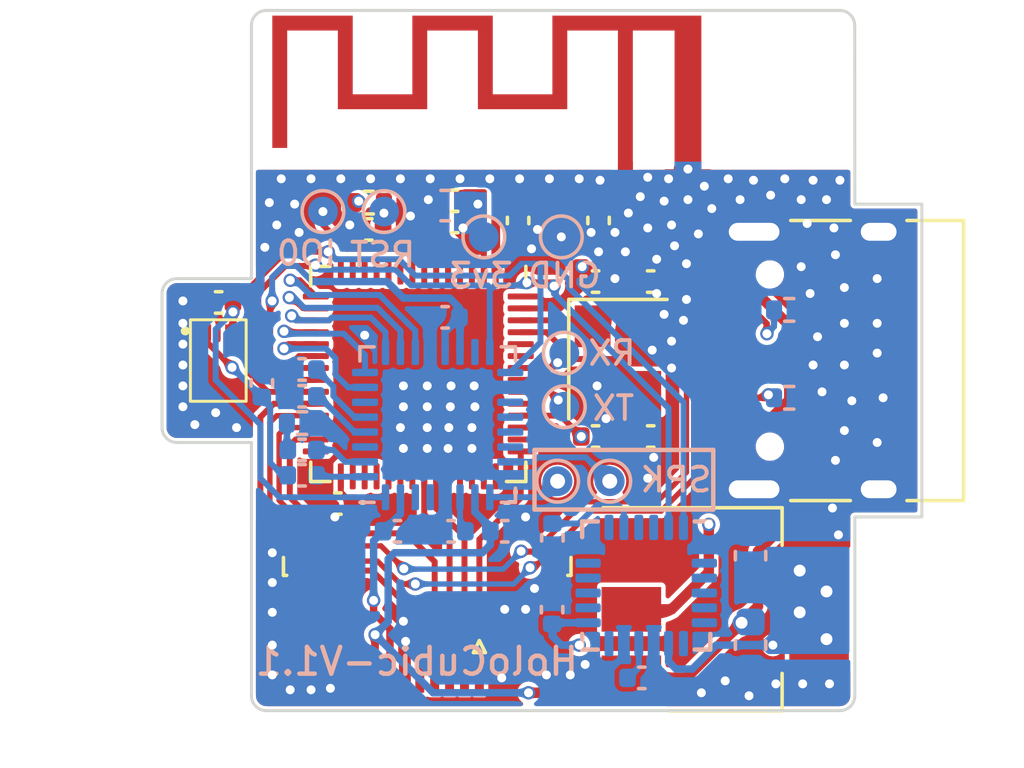
<source format=kicad_pcb>
(kicad_pcb (version 20211014) (generator pcbnew)
  (layers (0 "F.Cu" signal) (1 "In1.Cu" signal "In_GND.Cu") (2 "In2.Cu" signal "In_VCC.Cu") (31 "B.Cu" signal) (34 "B.Paste" user) (35 "F.Paste" user) (36 "B.SilkS" user "B.Silkscreen") (37 "F.SilkS" user "F.Silkscreen") (38 "B.Mask" user) (39 "F.Mask" user) (44 "Edge.Cuts" user))
  (net 0 "")
  (net 1 "Net-(AE1-Pad1)")
  (net 2 "GND")
  (net 3 "+5V")
  (net 4 "+3V3")
  (net 5 "/RST")
  (net 6 "/LNA")
  (net 7 "Net-(C9-Pad1)")
  (net 8 "Net-(C10-Pad1)")
  (net 9 "Net-(C11-Pad1)")
  (net 10 "Net-(C12-Pad2)")
  (net 11 "Net-(C13-Pad2)")
  (net 12 "Net-(C14-Pad1)")
  (net 13 "Net-(C14-Pad2)")
  (net 14 "Net-(C15-Pad2)")
  (net 15 "Net-(C16-Pad2)")
  (net 16 "Net-(C17-Pad1)")
  (net 17 "Net-(C19-Pad1)")
  (net 18 "/LCD_MOSI")
  (net 19 "/LCD_SCK")
  (net 20 "/LCD_CS")
  (net 21 "/LCD_DC")
  (net 22 "/LCD_BL")
  (net 23 "Net-(J2-PadA5)")
  (net 24 "/USB_D+")
  (net 25 "/USB_D-")
  (net 27 "Net-(J2-PadB5)")
  (net 29 "Net-(TP7-Pad1)")
  (net 30 "Net-(TP8-Pad1)")
  (net 31 "/TX0")
  (net 32 "/RX0")
  (net 33 "/IO0")
  (net 48 "/I2S_DACDAT")
  (net 49 "/I2S_MCK")
  (net 50 "/I2C_SDA")
  (net 51 "/I2C_SCL")
  (net 52 "/I2S_LRCK")
  (net 57 "/I2S_BCLK")
  (net 58 "/I2S_ADCDAT")
  (net 68 "Net-(C23-Pad2)")
  (net 69 "Net-(C24-Pad2)")
  (footprint "Capacitor_SMD:C_0402_1005Metric" (layer "F.Cu") (at 121.9 106.3 180)
    (fp_text reference "C17" hide)
    (fp_text value "2.2uf")
  )
  (footprint "Package_TO_SOT_SMD:SOT-223-3_TabPin2" (layer "F.Cu") (at 138.9 116.6)
    (fp_text reference "U1" hide)
    (fp_text value "AMS1117-3.3")
  )
  (footprint "Capacitor_SMD:C_0402_1005Metric" (layer "F.Cu") (at 125.9 113.05 180)
    (fp_text reference "C10" hide)
    (fp_text value "1uf")
  )
  (footprint "RF_Antenna:Texas_SWRA117D_2.4GHz_Left" (layer "F.Cu") (at 135.55 101.825)
    (fp_text reference "AE1" hide)
    (fp_text value "Antenna_Shield")
  )
  (footprint "Capacitor_SMD:C_0402_1005Metric" (layer "F.Cu") (at 129.82 103.6)
    (fp_text reference "C26" hide)
    (fp_text value "0.1uf")
  )
  (footprint "Capacitor_SMD:C_0402_1005Metric" (layer "F.Cu") (at 134.65 103.55 -90)
    (fp_text reference "C8" hide)
    (fp_text value "TBD")
  )
  (footprint "Capacitor_SMD:C_0402_1005Metric" (layer "F.Cu") (at 131.95 103.55 -90)
    (fp_text reference "C7" hide)
    (fp_text value "TBD")
  )
  (footprint "Capacitor_SMD:C_0402_1005Metric" (layer "F.Cu") (at 129.81 102.89)
    (fp_text reference "C25" hide)
    (fp_text value "1uf")
  )
  (footprint "Crystal:Crystal_SMD_3225-4Pin_3.2x2.5mm" (layer "F.Cu") (at 135.3 108.2 -90)
    (fp_text reference "Y1" hide)
    (fp_text value "40MHz")
  )
  (footprint "Capacitor_SMD:C_0402_1005Metric" (layer "F.Cu") (at 134.55 110.8)
    (fp_text reference "C3" hide)
    (fp_text value "0.1uf")
  )
  (footprint "Capacitor_SMD:C_0402_1005Metric" (layer "F.Cu") (at 136.4 105.6)
    (fp_text reference "C9" hide)
    (fp_text value "10pf")
  )
  (footprint "Capacitor_SMD:C_0402_1005Metric" (layer "F.Cu") (at 136.4 110.8)
    (fp_text reference "C11" hide)
    (fp_text value "10pf")
  )
  (footprint "Connector_USB:USB_C_Receptacle_HRO_TYPE-C-31-M-12" (layer "F.Cu") (at 143 108.25 90)
    (fp_text reference "J2" hide)
    (fp_text value "USB_C_Receptacle_USB2.0")
  )
  (footprint "Inductor_SMD:L_0402_1005Metric" (layer "F.Cu") (at 133.3 103.1)
    (fp_text reference "L1" hide)
    (fp_text value "TBD")
  )
  (footprint "Package_DFN_QFN:QFN-56-1EP_7x7mm_P0.4mm_EP5.6x5.6mm" (layer "F.Cu") (at 128.6 108.7 -90)
    (fp_text reference "U2" hide)
    (fp_text value "ESP32-S3")
  )
  (footprint "Connector_FFC-FPC:TE_0-1734839-8_1x08-1MP_P0.5mm_Horizontal" (layer "F.Cu") (at 128.9 117.5 180)
    (fp_text reference "J1" hide)
    (fp_text value "TFT_LCD")
  )
  (footprint "Resistor_SMD:R_0402_1005Metric" (layer "F.Cu") (at 126.9375 102.95)
    (fp_text reference "R1" hide)
    (fp_text value "10k")
  )
  (footprint "Capacitor_SMD:C_0402_1005Metric" (layer "F.Cu") (at 126.9375 103.85 180)
    (fp_text reference "C5" hide)
    (fp_text value "0.1uf")
  )
  (footprint "misc:MEMS_MIC_2.75x1.85x0.9mm" (layer "F.Cu") (at 121.3771 109.2074)
    (property "Reference" "MK?")
    (property "Value" "Microphone_MEMS")
    (fp_text reference "MK1" hide)
    (fp_text value "Microphone_MEMS")
  )
  (footprint "Capacitor_SMD:C_0402_1005Metric" (layer "F.Cu") (at 134.55 105.6)
    (fp_text reference "C6" hide)
    (fp_text value "0.1uf")
  )
  (footprint "Capacitor_SMD:C_0603_1608Metric" (layer "B.Cu") (at 139.75 114.8 90)
    (fp_text reference "C4" hide)
    (fp_text value "10uf")
  )
  (footprint "Capacitor_SMD:C_0402_1005Metric" (layer "B.Cu") (at 124.7 111.25)
    (fp_text reference "C14" hide)
    (fp_text value "1uf")
  )
  (footprint "Capacitor_SMD:C_0402_1005Metric" (layer "B.Cu") (at 131.5 113.98 180)
    (fp_text reference "C21" hide)
    (fp_text value "2.2uf")
  )
  (footprint "TestPoint:TestPoint_Pad_D1.0mm" (layer "B.Cu") (at 135.025 112.3 -90)
    (fp_text reference "TP8" hide)
    (fp_text value "TestPoint")
  )
  (footprint "TestPoint:TestPoint_Pad_D1.0mm" (layer "B.Cu") (at 133.275 112.3 -90)
    (fp_text reference "TP7" hide)
    (fp_text value "TestPoint")
  )
  (footprint "TestPoint:TestPoint_Pad_D1.0mm" (layer "B.Cu") (at 127.45 103.25 180)
    (fp_text reference "TP3" hide)
    (fp_text value "TestPoint")
  )
  (footprint "Resistor_SMD:R_0402_1005Metric" (layer "B.Cu") (at 124.7 110.35 180)
    (fp_text reference "R4" hide)
    (fp_text value "0Ω")
  )
  (footprint "TestPoint:TestPoint_Pad_D1.0mm" (layer "B.Cu") (at 125.4 103.25 180)
    (fp_text reference "TP4" hide)
    (fp_text value "TestPoint")
  )
  (footprint "Capacitor_SMD:C_0402_1005Metric" (layer "B.Cu") (at 129.7 113.98 180)
    (fp_text reference "C19" hide)
    (fp_text value "2.2uf")
  )
  (footprint "Package_DFN_QFN:QFN-32-1EP_5x5mm_P0.5mm_EP3.3x3.3mm" (layer "B.Cu") (at 129.25 110.4)
    (fp_text reference "U3" hide)
    (fp_text value "WM8978")
  )
  (footprint "Capacitor_SMD:C_0402_1005Metric" (layer "B.Cu") (at 133.1 114.2 90)
    (fp_text reference "C23" hide)
    (fp_text value "2.2uf")
  )
  (footprint "Capacitor_SMD:C_0402_1005Metric" (layer "B.Cu") (at 124.7 112.1)
    (fp_text reference "C13" hide)
    (fp_text value "1uf")
  )
  (footprint "Resistor_SMD:R_0402_1005Metric" (layer "B.Cu") (at 141.05 109.5)
    (fp_text reference "R2" hide)
    (fp_text value "5.1k")
  )
  (footprint "Capacitor_SMD:C_0402_1005Metric" (layer "B.Cu") (at 129.5 106.8)
    (fp_text reference "C20" hide)
    (fp_text value "2.2uf")
  )
  (footprint "TestPoint:TestPoint_Pad_D1.0mm" (layer "B.Cu") (at 133.4 104.1 180)
    (fp_text reference "TP6" hide)
    (fp_text value "TestPoint")
  )
  (footprint "TestPoint:TestPoint_Pad_D1.0mm" (layer "B.Cu") (at 130.8 104.1 180)
    (fp_text reference "TP5" hide)
    (fp_text value "TestPoint")
  )
  (footprint "Capacitor_SMD:C_0402_1005Metric" (layer "B.Cu") (at 124.7 109.45)
    (fp_text reference "C15" hide)
    (fp_text value "1uf")
  )
  (footprint "Capacitor_SMD:C_0402_1005Metric" (layer "B.Cu") (at 124.7 108.55)
    (fp_text reference "C16" hide)
    (fp_text value "1uf")
  )
  (footprint "Capacitor_SMD:C_0603_1608Metric" (layer "B.Cu") (at 139.75 117.8 -90)
    (fp_text reference "C1" hide)
    (fp_text value "10uf")
  )
  (footprint "Capacitor_SMD:C_0402_1005Metric" (layer "B.Cu") (at 123.35 109 -90)
    (fp_text reference "C12" hide)
    (fp_text value "10pf")
  )
  (footprint "Capacitor_SMD:C_0402_1005Metric" (layer "B.Cu") (at 133.090476 116.61 -90)
    (fp_text reference "C22" hide)
    (fp_text value "2.2uf")
  )
  (footprint "Capacitor_SMD:C_0603_1608Metric" (layer "B.Cu") (at 129.5 103.05 180)
    (fp_text reference "C2" hide)
    (fp_text value "10uf")
  )
  (footprint "Sensor_Motion:InvenSense_QFN-24_4x4mm_P0.5mm" (layer "B.Cu") (at 136.25 115.8 180)
    (fp_text reference "U4" hide)
    (fp_text value "MPU-6050")
  )
  (footprint "TestPoint:TestPoint_Pad_D1.0mm" (layer "B.Cu") (at 133.5 109.8)
    (fp_text reference "TP1" hide)
    (fp_text value "TestPoint")
  )
  (footprint "Resistor_SMD:R_0402_1005Metric" (layer "B.Cu") (at 141.05 106.55)
    (fp_text reference "R3" hide)
    (fp_text value "5.1k")
  )
  (footprint "TestPoint:TestPoint_Pad_D1.0mm" (layer "B.Cu") (at 133.5 108)
    (fp_text reference "TP2" hide)
    (fp_text value "TestPoint")
  )
  (footprint "Capacitor_SMD:C_0402_1005Metric" (layer "B.Cu") (at 136.1 118.9 180)
    (fp_text reference "C24" hide)
    (fp_text value "1uf")
  )
  (footprint "Capacitor_SMD:C_0402_1005Metric" (layer "B.Cu") (at 127.9 113.98)
    (fp_text reference "C18" hide)
    (fp_text value "1uf")
  )
  (gr_line (start 132.5 113.25) (end 132.5 111.25) (layer "B.SilkS") (width 0.15))
  (gr_line (start 138.5 113.25) (end 132.5 113.25) (layer "B.SilkS") (width 0.15))
  (gr_line (start 132.75 111.25) (end 132.5 111.25) (layer "B.SilkS") (width 0.15))
  (gr_line (start 138.5 111.25) (end 138.5 113.25) (layer "B.SilkS") (width 0.15))
  (gr_line (start 132.75 111.25) (end 138.5 111.25) (layer "B.SilkS") (width 0.15))
  (gr_line (start 142.746447 96.5) (end 123.5 96.5) (layer "Edge.Cuts") (width 0.1))
  (gr_line (start 123.5 120) (end 142.75 120) (layer "Edge.Cuts") (width 0.1))
  (gr_line (start 145.5 103) (end 143.25 103) (layer "Edge.Cuts") (width 0.1))
  (gr_line (start 120 106) (end 120 110.5) (layer "Edge.Cuts") (width 0.1))
  (gr_line (start 120.5 111) (end 123 111) (layer "Edge.Cuts") (width 0.1))
  (gr_arc (start 120.5 111) (mid 120.146447 110.853553) (end 120 110.5) (layer "Edge.Cuts") (width 0.1))
  (gr_line (start 123 105.5) (end 120.5 105.5) (layer "Edge.Cuts") (width 0.1))
  (gr_line (start 143.25 119.5) (end 143.25 113.5) (layer "Edge.Cuts") (width 0.1))
  (gr_line (start 143.25 103) (end 143.246447 97) (layer "Edge.Cuts") (width 0.1))
  (gr_line (start 143.25 113.5) (end 145.5 113.5) (layer "Edge.Cuts") (width 0.1))
  (gr_line (start 123 111) (end 123 119.5) (layer "Edge.Cuts") (width 0.1))
  (gr_arc (start 123 97) (mid 123.146447 96.646447) (end 123.5 96.5) (layer "Edge.Cuts") (width 0.1))
  (gr_line (start 123 97) (end 123 105.5) (layer "Edge.Cuts") (width 0.1))
  (gr_arc (start 143.25 119.5) (mid 143.103553 119.853553) (end 142.75 120) (layer "Edge.Cuts") (width 0.1))
  (gr_arc (start 123.5 120) (mid 123.146447 119.853553) (end 123 119.5) (layer "Edge.Cuts") (width 0.1))
  (gr_line (start 145.5 113.5) (end 145.5 103) (layer "Edge.Cuts") (width 0.1))
  (gr_arc (start 142.746447 96.5) (mid 143.1 96.646447) (end 143.246447 97) (layer "Edge.Cuts") (width 0.1))
  (gr_arc (start 120 106) (mid 120.146447 105.646447) (end 120.5 105.5) (layer "Edge.Cuts") (width 0.1))
  (gr_text "GND" (at 133.5 105.4) (layer "B.SilkS") (effects (font (size 0.8 0.8) (thickness 0.13)) (justify mirror)))
  (gr_text "RST" (at 127.4 104.7) (layer "B.SilkS") (effects (font (size 0.8 0.8) (thickness 0.13)) (justify mirror)))
  (gr_text "TX" (at 135.15 109.85) (layer "B.SilkS") (effects (font (size 0.8 0.8) (thickness 0.13)) (justify mirror)))
  (gr_text "IO0" (at 124.85 104.65) (layer "B.SilkS") (effects (font (size 0.8 0.8) (thickness 0.13)) (justify mirror)))
  (gr_text "HoloCubic-V1.1" (at 128.55 118.35) (layer "B.SilkS") (effects (font (size 0.9 0.9)) (justify mirror)))
  (gr_text "SPK" (at 137.25 112.25) (layer "B.SilkS") (effects (font (size 0.8 0.8) (thickness 0.13)) (justify mirror)))
  (gr_text "3v3" (at 130.7 105.4) (layer "B.SilkS") (effects (font (size 0.8 0.8) (thickness 0.13)) (justify mirror)))
  (gr_text "RX" (at 135.1 108) (layer "B.SilkS") (effects (font (size 0.8 0.8) (thickness 0.13)) (justify mirror)))
  (segment (start 135.55 101.825) (end 135.55 102.17) (width 0.29337) (layer "F.Cu") (net 1))
  (segment (start 134.65 103.07) (end 133.815 103.07) (width 0.4) (layer "F.Cu") (net 1))
  (arc (start 133.815 103.07) (mid 133.793787 103.078787) (end 133.785 103.1) (width 0.4) (layer "F.Cu") (net 1))
  (arc (start 135.55 102.17) (mid 135.286396 102.806396) (end 134.65 103.07) (width 0.29337) (layer "F.Cu") (net 1))
  (segment (start 126.1 119.7) (end 125.65 119.25) (width 0.2) (layer "F.Cu") (net 2))
  (segment (start 137.45 102.15) (end 137.625 101.975) (width 0.2) (layer "F.Cu") (net 2))
  (segment (start 125.42 111.88) (end 128.6 108.7) (width 0.2) (layer "F.Cu") (net 2))
  (segment (start 137.925 102.45) (end 137.625 102.45) (width 0.3) (layer "F.Cu") (net 2))
  (segment (start 137.325 102.45) (end 137.625 102.45) (width 0.3) (layer "F.Cu") (net 2))
  (segment (start 125.65 119.25) (end 125.48 119.08) (width 0.2) (layer "F.Cu") (net 2))
  (segment (start 138.375 102) (end 137.925 102.45) (width 0.3) (layer "F.Cu") (net 2))
  (segment (start 136.875 102) (end 137.325 102.45) (width 0.3) (layer "F.Cu") (net 2))
  (segment (start 128.15 119.65) (end 128.1 119.7) (width 0.2) (layer "F.Cu") (net 2))
  (segment (start 125.42 113.05) (end 125.42 111.88) (width 0.2) (layer "F.Cu") (net 2))
  (segment (start 137.625 101.825) (end 137.625 102.45) (width 0.9) (layer "F.Cu") (net 2))
  (segment (start 125.48 119.08) (end 125.48 117.15) (width 0.2) (layer "F.Cu") (net 2))
  (segment (start 128.1 119.7) (end 126.1 119.7) (width 0.2) (layer "F.Cu") (net 2))
  (segment (start 128.15 118.85) (end 128.15 119.65) (width 0.2) (layer "F.Cu") (net 2))
  (segment (start 136.875 102.15) (end 137.45 102.15) (width 0.3) (layer "F.Cu") (net 2))
  (segment (start 138.37 101.98) (end 136.92 101.98) (width 0.3) (layer "F.Cu") (net 2))
  (segment (start 137.8 102.15) (end 137.625 101.975) (width 0.2) (layer "F.Cu") (net 2))
  (segment (start 138.375 102.15) (end 137.8 102.15) (width 0.3) (layer "F.Cu") (net 2))
  (via (at 142.7 114.1) (size 0.45) (drill 0.3) (layers "F.Cu" "B.Cu") (net 2))
  (via (at 134.9 110.2) (size 0.45) (drill 0.3) (layers "F.Cu" "B.Cu") (net 2))
  (via (at 142.15 109.3) (size 0.45) (drill 0.3) (layers "F.Cu" "B.Cu") (net 2))
  (via (at 129.675 109.8) (size 0.45) (drill 0.3) (layers "F.Cu" "B.Cu") (net 2))
  (via (at 120.7 107) (size 0.45) (drill 0.3) (layers "F.Cu" "B.Cu") (net 2))
  (via (at 132.9 118.8) (size 0.45) (drill 0.3) (layers "F.Cu" "B.Cu") (net 2))
  (via (at 126.8 107.4) (size 0.45) (drill 0.3) (layers "F.Cu" "B.Cu") (net 2))
  (via (at 123.7 117.8) (size 0.45) (drill 0.3) (layers "F.Cu" "B.Cu") (net 2))
  (via (at 142.6 104.7) (size 0.45) (drill 0.3) (layers "F.Cu" "B.Cu") (net 2))
  (via (at 135.2 103.95) (size 0.45) (drill 0.3) (layers "F.Cu" "B.Cu") (net 2))
  (via (at 128 110.5) (size 0.45) (drill 0.3) (layers "F.Cu" "B.Cu") (net 2))
  (via (at 136.3 112.2) (size 0.45) (drill 0.3) (layers "F.Cu" "B.Cu") (net 2))
  (via (at 128 102.15) (size 0.45) (drill 0.3) (layers "F.Cu" "B.Cu") (net 2))
  (via (at 137 102.15) (size 0.45) (drill 0.3) (layers "F.Cu" "B.Cu") (net 2))
  (via (at 142.4 119.1) (size 0.45) (drill 0.3) (layers "F.Cu" "B.Cu") (net 2))
  (via (at 142.9 110.6) (size 0.45) (drill 0.3) (layers "F.Cu" "B.Cu") (net 2))
  (via (at 125.8 113.5) (size 0.45) (drill 0.3) (layers "F.Cu" "B.Cu") (net 2))
  (via (at 123.45 104.45) (size 0.45) (drill 0.3) (layers "F.Cu" "B.Cu") (net 2))
  (via (at 135.65 103.3) (size 0.45) (drill 0.3) (layers "F.Cu" "B.Cu") (net 2))
  (via (at 129.7 109.1) (size 0.45) (drill 0.3) (layers "F.Cu" "B.Cu") (net 2))
  (via (at 128.1 117) (size 0.45) (drill 0.3) (layers "F.Cu" "B.Cu") (net 2))
  (via (at 128.175 117.675) (size 0.45) (drill 0.3) (layers "F.Cu" "B.Cu") (net 2))
  (via (at 130.475 109.1) (size 0.45) (drill 0.3) (layers "F.Cu" "B.Cu") (net 2))
  (via (at 139.85 102.2) (size 0.45) (drill 0.3) (layers "F.Cu" "B.Cu") (net 2))
  (via (at 137.2 104.4) (size 0.45) (drill 0.3) (layers "F.Cu" "B.Cu") (net 2))
  (via (at 125 119.3) (size 0.45) (drill 0.3) (layers "F.Cu" "B.Cu") (net 2))
  (via (at 131.5 116.6) (size 0.45) (drill 0.3) (layers "F.Cu" "B.Cu") (net 2))
  (via (at 124.3 119.3) (size 0.45) (drill 0.3) (layers "F.Cu" "B.Cu") (net 2))
  (via (at 137.5 106.9) (size 0.45) (drill 0.3) (layers "F.Cu" "B.Cu") (net 2))
  (via (at 134.4 103.95) (size 0.45) (drill 0.3) (layers "F.Cu" "B.Cu") (net 2))
  (via (at 138 104) (size 0.45) (drill 0.3) (layers "F.Cu" "B.Cu") (net 2))
  (via (at 124.6 103.95) (size 0.45) (drill 0.3) (layers "F.Cu" "B.Cu") (net 2))
  (via (at 134.6 109.1) (size 0.45) (drill 0.3) (layers "F.Cu" "B.Cu") (net 2))
  (via (at 132.6 103.85) (size 0.45) (drill 0.3) (layers "F.Cu" "B.Cu") (net 2))
  (via (at 134.65 104.6) (size 0.45) (drill 0.3) (layers "F.Cu" "B.Cu") (net 2))
  (via (at 130 102.15) (size 0.45) (drill 0.3) (layers "F.Cu" "B.Cu") (net 2))
  (via (at 128.1 111.2) (size 0.45) (drill 0.3) (layers "F.Cu" "B.Cu") (net 2))
  (via (at 140.9 102.15) (size 0.45) (drill 0.3) (layers "F.Cu" "B.Cu") (net 2))
  (via (at 123.6 102.95) (size 0.45) (drill 0.3) (layers "F.Cu" "B.Cu") (net 2))
  (via (at 142.9 107) (size 0.45) (drill 0.3) (layers "F.Cu" "B.Cu") (net 2))
  (via (at 123.7 116.7) (size 0.45) (drill 0.3) (layers "F.Cu" "B.Cu") (net 2))
  (via (at 128.9 109.1) (size 0.45) (drill 0.3) (layers "F.Cu" "B.Cu") (net 2))
  (via (at 133 102.15) (size 0.45) (drill 0.3) (layers "F.Cu" "B.Cu") (net 2))
  (via (at 135.2 105.5) (size 0.45) (drill 0.3) (layers "F.Cu" "B.Cu") (net 2))
  (via (at 136.85 102.9) (size 0.45) (drill 0.3) (layers "F.Cu" "B.Cu") (net 2))
  (via (at 134.7 102.2) (size 0.45) (drill 0.3) (layers "F.Cu" "B.Cu") (net 2))
  (via (at 143.15 109.6) (size 0.45) (drill 0.3) (layers "F.Cu" "B.Cu") (net 2))
  (via (at 144.2 109.5) (size 0.45) (drill 0.3) (layers "F.Cu" "B.Cu") (net 2))
  (via (at 120.7 108.4) (size 0.45) (drill 0.3) (layers "F.Cu" "B.Cu") (net 2))
  (via (at 142.75 102.2) (size 0.45) (drill 0.3) (layers "F.Cu" "B.Cu") (net 2))
  (via (at 144 105.5) (size 0.45) (drill 0.3) (layers "F.Cu" "B.Cu") (net 2))
  (via (at 128.9 110.5) (size 0.45) (drill 0.3) (layers "F.Cu" "B.Cu") (net 2))
  (via (at 134 102.15) (size 0.45) (drill 0.3) (layers "F.Cu" "B.Cu") (net 2))
  (via (at 131 102.15) (size 0.45) (drill 0.3) (layers "F.Cu" "B.Cu") (net 2))
  (via (at 141.5 119.1) (size 0.45) (drill 0.3) (layers "F.Cu" "B.Cu") (net 2))
  (via (at 120.7 107.7) (size 0.45) (drill 0.3) (layers "F.Cu" "B.Cu") (net 2))
  (via (at 142.5 113.2) (size 0.45) (drill 0.3) (layers "F.Cu" "B.Cu") (net 2))
  (via (at 138.45 103.15) (size 0.45) (drill 0.3) (layers "F.Cu" "B.Cu") (net 2))
  (via (at 139.4 102.85) (size 0.45) (drill 0.3) (layers "F.Cu" "B.Cu") (net 2))
  (via (at 130.4 111.2) (size 0.45) (drill 0.3) (layers "F.Cu" "B.Cu") (net 2))
  (via (at 123.7 114.7) (size 0.45) (drill 0.3) (layers "F.Cu" "B.Cu") (net 2))
  (via (at 137.1 103.7) (size 0.45) (drill 0.3) (layers "F.Cu" "B.Cu") (net 2))
  (via (at 138.1 119.4) (size 0.45) (drill 0.3) (layers "F.Cu" "B.Cu") (net 2))
  (via (at 136.3 102.1) (size 0.45) (drill 0.3) (layers "F.Cu" "B.Cu") (net 2))
  (via (at 142.9 105.8) (size 0.45) (drill 0.3) (layers "F.Cu" "B.Cu") (net 2))
  (via (at 126 102.15) (size 0.45) (drill 0.3) (layers "F.Cu" "B.Cu") (net 2))
  (via (at 124 102.15) (size 0.45) (drill 0.3) (layers "F.Cu" "B.Cu") (net 2))
  (via (at 125.65 119.25) (size 0.45) (drill 0.3) (layers "F.Cu" "B.Cu") (net 2))
  (via (at 139 102.15) (size 0.45) (drill 0.3) (layers "F.Cu" "B.Cu") (net 2))
  (via (at 138.2 102.4) (size 0.45) (drill 0.3) (layers "F.Cu" "B.Cu") (net 2))
  (via (at 136.5 111.5) (size 0.45) (drill 0.3) (layers "F.Cu" "B.Cu") (net 2))
  (via (at 136.6 104.85) (size 0.45) (drill 0.3) (layers "F.Cu" "B.Cu") (net 2))
  (via (at 141.45 105.1) (size 0.45) (drill 0.3) (layers "F.Cu" "B.Cu") (net 2))
  (via (at 142.9 108.4) (size 0.45) (drill 0.3) (layers "F.Cu" "B.Cu") (net 2))
  (via (at 123.7 118.8) (size 0.45) (drill 0.3) (layers "F.Cu" "B.Cu") (net 2))
  (via (at 136.05 102.75) (size 0.45) (drill 0.3) (layers "F.Cu" "B.Cu") (net 2))
  (via (at 137.6 106.2) (size 0.45) (drill 0.3) (layers "F.Cu" "B.Cu") (net 2))
  (via (at 136.85 106.7) (size 0.45) (drill 0.3) (layers "F.Cu" "B.Cu") (net 2))
  (via (at 141.65 103.65) (size 0.45) (drill 0.3) (layers "F.Cu" "B.Cu") (net 2))
  (via (at 127 102.15) (size 0.45) (drill 0.3) (layers "F.Cu" "B.Cu") (net 2))
  (via (at 138.9 119) (size 0.45) (drill 0.3) (layers "F.Cu" "B.Cu") (net 2))
  (via (at 130.4 110.5) (size 0.45) (drill 0.3) (layers "F.Cu" "B.Cu") (net 2))
  (via (at 128.3375 103.4) (size 0.45) (drill 0.3) (layers "F.Cu" "B.Cu") (net 2))
  (via (at 128.1 109.1) (size 0.45) (drill 0.3) (layers "F.Cu" "B.Cu") (net 2))
  (via (at 134.2 118.45) (size 0.45) (drill 0.3) (layers "F.Cu" "B.Cu") (net 2))
  (via (at 136.6 106) (size 0.45) (drill 0.3) (layers "F.Cu" "B.Cu") (net 2))
  (via (at 129.6 111.2) (size 0.45) (drill 0.3) (layers "F.Cu" "B.Cu") (net 2))
  (via (at 137.65 102.85) (size 0.45) (drill 0.3) (layers "F.Cu" "B.Cu") (net 2))
  (via (at 128.9 111.2) (size 0.45) (drill 0.3) (layers "F.Cu" "B.Cu") (net 2))
  (via (at 132.2 116.6) (size 0.45) (drill 0.3) (layers "F.Cu" "B.Cu") (net 2))
  (via (at 122.5 110.5) (size 0.45) (drill 0.3) (layers "F.Cu" "B.Cu") (net 2))
  (via (at 136.3 103.8) (size 0.45) (drill 0.3) (layers "F.Cu" "B.Cu") (net 2))
  (via (at 130.5 109.8) (size 0.45) (drill 0.3) (layers "F.Cu" "B.Cu") (net 2))
  (via (at 135.55 104.6) (size 0.45) (drill 0.3) (layers "F.Cu" "B.Cu") (net 2))
  (via (at 120.7 106.25) (size 0.45) (drill 0.3) (layers "F.Cu" "B.Cu") (net 2))
  (via (at 144 111) (size 0.45) (drill 0.3) (layers "F.Cu" "B.Cu") (net 2))
  (via (at 123.7 115.7) (size 0.45) (drill 0.3) (layers "F.Cu" "B.Cu") (net 2))
  (via (at 141.45 102.85) (size 0.45) (drill 0.3) (layers "F.Cu" "B.Cu") (net 2))
  (via (at 132.2 113.5) (size 0.45) (drill 0.3) (layers "F.Cu" "B.Cu") (net 2))
  (via (at 126.3 103.7) (size 0.45) (drill 0.3) (layers "F.Cu" "B.Cu") (net 2))
  (via (at 141.85 102.2) (size 0.45) (drill 0.3) (layers "F.Cu" "B.Cu") (net 2))
  (via (at 137.1 108.5) (size 0.45) (drill 0.3) (layers "F.Cu" "B.Cu") (net 2))
  (via (at 141.75 106) (size 0.45) (drill 0.3) (layers "F.Cu" "B.Cu") (net 2))
  (via (at 132.4 104.5) (size 0.45) (drill 0.3) (layers "F.Cu" "B.Cu") (net 2))
  (via (at 144 108) (size 0.45) (drill 0.3) (layers "F.Cu" "B.Cu") (net 2))
  (via (at 142.6 111.6) (size 0.45) (drill 0.3) (layers "F.Cu" "B.Cu") (net 2))
  (via (at 120.7 109.1) (size 0.45) (drill 0.3) (layers "F.Cu" "B.Cu") (net 2))
  (via (at 132.5 115.9) (size 0.45) (drill 0.3) (layers "F.Cu" "B.Cu") (net 2))
  (via (at 128.9 109.8) (size 0.45) (drill 0.3) (layers "F.Cu" "B.Cu") (net 2))
  (via (at 131.4 118.9) (size 0.45) (drill 0.3) (layers "F.Cu" "B.Cu") (net 2))
  (via (at 137.1 107.6) (size 0.45) (drill 0.3) (layers "F.Cu" "B.Cu") (net 2))
  (via (at 144 107) (size 0.45) (drill 0.3) (layers "F.Cu" "B.Cu") (net 2))
  (via (at 140.6 119.1) (size 0.45) (drill 0.3) (layers "F.Cu" "B.Cu") (net 2))
  (via (at 133.7 118.8) (size 0.45) (drill 0.3) (layers "F.Cu" "B.Cu") (net 2))
  (via (at 121.1 110.4) (size 0.45) (drill 0.3) (layers "F.Cu" "B.Cu") (net 2))
  (via (at 136.45 107.9) (size 0.45) (drill 0.3) (layers "F.Cu" "B.Cu") (net 2))
  (via (at 129 102.15) (size 0.45) (drill 0.3) (layers "F.Cu" "B.Cu") (net 2))
  (via (at 132 102.15) (size 0.45) (drill 0.3) (layers "F.Cu" "B.Cu") (net 2))
  (via (at 142.3 102.85) (size 0.45) (drill 0.3) (layers "F.Cu" "B.Cu") (net 2))
  (via (at 121.8 110) (size 0.45) (drill 0.3) (layers "F.Cu" "B.Cu") (net 2))
  (via (at 125 102.15) (size 0.45) (drill 0.3) (layers "F.Cu" "B.Cu") (net 2))
  (via (at 124.45 103) (size 0.45) (drill 0.3) (layers "F.Cu" "B.Cu") (net 2))
  (via (at 128.1 109.8) (size 0.45) (drill 0.3) (layers "F.Cu" "B.Cu") (net 2))
  (via (at 120.7 109.8) (size 0.45) (drill 0.3) (layers "F.Cu" "B.Cu") (net 2))
  (via (at 140.425 102.7) (size 0.45) (drill 0.3) (layers "F.Cu" "B.Cu") (net 2))
  (via (at 137.6 105) (size 0.45) (drill 0.3) (layers "F.Cu" "B.Cu") (net 2))
  (via (at 123.85 103.7) (size 0.45) (drill 0.3) (layers "F.Cu" "B.Cu") (net 2))
  (via (at 142 107.45) (size 0.45) (drill 0.3) (layers "F.Cu" "B.Cu") (net 2))
  (via (at 139.7 119.5) (size 0.45) (drill 0.3) (layers "F.Cu" "B.Cu") (net 2))
  (via (at 141.85 108.4) (size 0.45) (drill 0.3) (layers "F.Cu" "B.Cu") (net 2))
  (via (at 133.4 104.1) (size 0.45) (drill 0.3) (layers "F.Cu" "B.Cu") (net 2))
  (via (at 129.625 110.5) (size 0.45) (drill 0.3) (layers "F.Cu" "B.Cu") (net 2))
  (via (at 128.9375 102.85) (size 0.45) (drill 0.3) (layers "F.Cu" "B.Cu") (net 2))
  (via (at 142.55 103.8) (size 0.45) (drill 0.3) (layers "F.Cu" "B.Cu") (net 2))
  (segment (start 131.6875 109.15) (end 130.5 109.15) (width 0.2) (layer "B.Cu") (net 2))
  (segment (start 134.4 118.65) (end 134.2 118.45) (width 0.2) (layer "B.Cu") (net 2))
  (segment (start 129.5 112.8375) (end 129.5 110.65) (width 0.2) (layer "B.Cu") (net 2))
  (segment (start 135.5 118.18742) (end 135.03742 118.65) (width 0.2) (layer "B.Cu") (net 2))
  (segment (start 133.090476 116.13) (end 133.090476 114.689524) (width 0.2) (layer "B.Cu") (net 2))
  (segment (start 135.5 117.75) (end 135.5 118.18742) (width 0.2) (layer "B.Cu") (net 2))
  (segment (start 136.58 118.9) (end 136.70759 119.02759) (width 0.2) (layer "B.Cu") (net 2))
  (segment (start 129.675 109.975) (end 129.25 110.4) (width 0.2) (layer "B.Cu") (net 2))
  (segment (start 130.475 109.175) (end 129.675 109.975) (width 0.2) (layer "B.Cu") (net 2))
  (segment (start 129.5 113.7) (end 129.22 113.98) (width 0.2) (layer "B.Cu") (net 2))
  (segment (start 132.4 113.98) (end 131.98 113.98) (width 0.2) (layer "B.Cu") (net 2))
  (segment (start 129.425 110.575) (end 129.25 110.4) (width 0.2) (layer "B.Cu") (net 2))
  (segment (start 131 112.15) (end 129.825 110.975) (width 0.2) (layer "B.Cu") (net 2))
  (segment (start 129.02 106.7) (end 129.02 107.9425) (width 0.2) (layer "B.Cu") (net 2))
  (segment (start 129 107.9625) (end 129 110) (width 0.2) (layer "B.Cu") (net 2))
  (segment (start 129.825 110.975) (end 129.625 110.775) (width 0.2) (layer "B.Cu") (net 2))
  (segment (start 134.3 114.55) (end 133.23 114.55) (width 0.2) (layer "B.Cu") (net 2))
  (segment (start 130.5 109.15) (end 130.475 109.175) (width 0.2) (layer "B.Cu") (net 2))
  (segment (start 128.38 113.98) (end 129.22 113.98) (width 0.2) (layer "B.Cu") (net 2))
  (segment (start 135.03742 118.65) (end 134.4 118.65) (width 0.2) (layer "B.Cu") (net 2))
  (segment (start 133.23 114.55) (end 133.1 114.68) (width 0.2) (layer "B.Cu") (net 2))
  (segment (start 136.5 118.82) (end 136.58 118.9) (width 0.2) (layer "B.Cu") (net 2))
  (segment (start 129.625 110.775) (end 129.425 110.575) (width 0.2) (layer "B.Cu") (net 2))
  (segment (start 129.02 107.9425) (end 129 107.9625) (width 0.2) (layer "B.Cu") (net 2))
  (segment (start 129.5 112.8375) (end 129.5 113.7) (width 0.2) (layer "B.Cu") (net 2))
  (segment (start 129 110) (end 129 110.15) (width 0.2) (layer "B.Cu") (net 2))
  (segment (start 133.090476 114.689524) (end 133.1 114.68) (width 0.2) (layer "B.Cu") (net 2))
  (segment (start 133.1 114.68) (end 132.4 113.98) (width 0.2) (layer "B.Cu") (net 2))
  (segment (start 131.6875 112.15) (end 131 112.15) (width 0.2) (layer "B.Cu") (net 2))
  (segment (start 136.5 117.75) (end 136.5 118.82) (width 0.2) (layer "B.Cu") (net 2))
  (segment (start 141.7 112.95) (end 141.7 110.221438) (width 0.35) (layer "F.Cu") (net 3))
  (segment (start 135.75 118.9) (end 135.25 119.4) (width 0.35) (layer "F.Cu") (net 3))
  (segment (start 141.7 110.221438) (end 141.05 109.571438) (width 0.35) (layer "F.Cu") (net 3))
  (segment (start 141.05 107.070978) (end 141.05 109.571438) (width 0.35) (layer "F.Cu") (net 3))
  (segment (start 138.955 105.8) (end 139.779022 105.8) (width 0.25) (layer "F.Cu") (net 3))
  (segment (start 140 114.65) (end 141.7 112.95) (width 0.35) (layer "F.Cu") (net 3))
  (segment (start 135.25 119.4) (end 132.3 119.4) (width 0.35) (layer "F.Cu") (net 3))
  (segment (start 137.6 118.9) (end 139.45 117.05) (width 0.35) (layer "F.Cu") (net 3))
  (segment (start 139.779022 105.8) (end 141.05 107.070978) (width 0.35) (layer "F.Cu") (net 3))
  (segment (start 141.05 109.571438) (end 139.921438 110.7) (width 0.35) (layer "F.Cu") (net 3))
  (segment (start 140 116.5) (end 140 114.65) (width 0.35) (layer "F.Cu") (net 3))
  (segment (start 139.45 117.05) (end 140 116.5) (width 0.35) (layer "F.Cu") (net 3))
  (segment (start 127.15 118.85) (end 127.15 117.45) (width 0.25) (layer "F.Cu") (net 3))
  (segment (start 139.921438 110.7) (end 138.955 110.7) (width 0.25) (layer "F.Cu") (net 3))
  (segment (start 135.75 118.9) (end 137.6 118.9) (width 0.35) (layer "F.Cu") (net 3))
  (via (at 132.3 119.4) (size 0.45) (drill 0.3) (layers "F.Cu" "B.Cu") (net 3))
  (via (at 127.15 117.45) (size 0.45) (drill 0.3) (layers "F.Cu" "B.Cu") (net 3))
  (via (at 139.45 117.05) (size 0.6) (drill 0.4) (layers "F.Cu" "B.Cu") (net 3))
  (segment (start 129.1 119.4) (end 132.3 119.4) (width 0.25) (layer "B.Cu") (net 3))
  (segment (start 127.8 114.7) (end 127.589511 114.910489) (width 0.25) (layer "B.Cu") (net 3))
  (segment (start 130.5 112.8375) (end 130.5 113.33307) (width 0.25) (layer "B.Cu") (net 3))
  (segment (start 130.75 114.7) (end 127.8 114.7) (width 0.25) (layer "B.Cu") (net 3))
  (segment (start 131.02 113.98) (end 131.02 114.43) (width 0.25) (layer "B.Cu") (net 3))
  (segment (start 131.02 113.85307) (end 131.02 113.98) (width 0.25) (layer "B.Cu") (net 3))
  (segment (start 130.5 113.33307) (end 131.02 113.85307) (width 0.25) (layer "B.Cu") (net 3))
  (segment (start 131.02 114.43) (end 130.75 114.7) (width 0.25) (layer "B.Cu") (net 3))
  (segment (start 127.589511 117.010489) (end 127.15 117.45) (width 0.25) (layer "B.Cu") (net 3))
  (segment (start 127.589511 114.910489) (end 127.589511 117.010489) (width 0.25) (layer "B.Cu") (net 3))
  (segment (start 129.1 119.4) (end 127.15 117.45) (width 0.25) (layer "B.Cu") (net 3))
  (segment (start 133.37 110.1) (end 132.0375 110.1) (width 0.2) (layer "F.Cu") (net 4))
  (segment (start 137.1 116.6) (end 135.75 116.6) (width 0.35) (layer "F.Cu") (net 4))
  (segment (start 123.815006 108.4) (end 124.3 108.4) (width 0.2) (layer "F.Cu") (net 4))
  (segment (start 133.05 106.5) (end 132.0375 106.5) (width 0.2) (layer "F.Cu") (net 4))
  (segment (start 130.4 105.2625) (end 130.4 104.1375) (width 0.2) (layer "F.Cu") (net 4))
  (segment (start 133.17 106.5) (end 133.385 106.285) (width 0.2) (layer "F.Cu") (net 4))
  (segment (start 124.3 108.4) (end 124.6 108.1) (width 0.2) (layer "F.Cu") (net 4))
  (segment (start 133.585 106.085) (end 134.07 105.6) (width 0.2) (layer "F.Cu") (net 4))
  (segment (start 127.65 117.257726) (end 127.65 118.85) (width 0.25) (layer "F.Cu") (net 4))
  (segment (start 130.6 104.3375) (end 130.4 104.1375) (width 0.2) (layer "F.Cu") (net 4))
  (segment (start 123.69402 106.25) (end 123.62904 106.31498) (width 0.2) (layer "F.Cu") (net 4))
  (segment (start 130.8 104.7625) (end 130.8 104.5375) (width 0.2) (layer "F.Cu") (net 4))
  (segment (start 123.62904 108.214034) (end 123.815006 108.4) (width 0.2) (layer "F.Cu") (net 4))
  (segment (start 124.6 108.1) (end 125.1625 108.1) (width 0.2) (layer "F.Cu") (net 4))
  (segment (start 138.35 113.75) (end 138.35 115.35) (width 0.35) (layer "F.Cu") (net 4))
  (segment (start 130.8 105.2625) (end 130.8 104.7625) (width 0.2) (layer "F.Cu") (net 4))
  (segment (start 138.35 115.35) (end 137.1 116.6) (width 0.35) (layer "F.Cu") (net 4))
  (segment (start 130.8 104.5375) (end 130.6 104.3375) (width 0.2) (layer "F.Cu") (net 4))
  (segment (start 133.37 110.1) (end 134.07 110.8) (width 0.2) (layer "F.Cu") (net 4))
  (segment (start 127.1 116.3) (end 127.1 116.707726) (width 0.25) (layer "F.Cu") (net 4))
  (segment (start 123.62904 106.31498) (end 123.62904 108.214034) (width 0.2) (layer "F.Cu") (net 4))
  (segment (start 133.385 106.285) (end 133.56 106.11) (width 0.2) (layer "F.Cu") (net 4))
  (segment (start 133.56 106.11) (end 133.585 106.085) (width 0.2) (layer "F.Cu") (net 4))
  (segment (start 132.65 106.1) (end 133.05 106.5) (width 0.2) (layer "F.Cu") (net 4))
  (segment (start 127.1 116.707726) (end 127.65 117.257726) (width 0.25) (layer "F.Cu") (net 4))
  (segment (start 133.05 106.5) (end 133.17 106.5) (width 0.2) (layer "F.Cu") (net 4))
  (segment (start 132.0375 106.1) (end 132.65 106.1) (width 0.2) (layer "F.Cu") (net 4))
  (via (at 134.1 105.1) (size 0.45) (drill 0.3) (layers "F.Cu" "B.Cu") (net 4))
  (via (at 140.5 117.8) (size 0.45) (drill 0.3) (layers "F.Cu" "B.Cu") (net 4))
  (via (at 123.69402 106.25) (size 0.45) (drill 0.3) (layers "F.Cu" "B.Cu") (net 4))
  (via (at 141.4 116.7) (size 0.6) (drill 0.4) (layers "F.Cu" "B.Cu") (net 4))
  (via (at 142.3 117.6) (size 0.6) (drill 0.4) (layers "F.Cu" "B.Cu") (net 4))
  (via (at 134 117.8) (size 0.45) (drill 0.3) (layers "F.Cu" "B.Cu") (net 4))
  (via (at 134.07 110.8) (size 0.45) (drill 0.3) (layers "F.Cu" "B.Cu") (net 4))
  (via (at 127.1 116.3) (size 0.45) (drill 0.3) (layers "F.Cu" "B.Cu") (net 4))
  (via (at 126.6 102.9) (size 0.45) (drill 0.3) (layers "F.Cu" "B.Cu") (net 4))
  (via (at 141.4 115.3) (size 0.6) (drill 0.4) (layers "F.Cu" "B.Cu") (net 4))
  (via (at 142.3 116) (size 0.6) (drill 0.4) (layers "F.Cu" "B.Cu") (net 4))
  (via (at 138.35 113.75) (size 0.45) (drill 0.3) (layers "F.Cu" "B.Cu") (net 4))
  (via (at 130.6 103) (size 0.45) (drill 0.3) (layers "F.Cu" "B.Cu") (net 4))
  (via (at 130.1 103.8) (size 0.45) (drill 0.3) (layers "F.Cu" "B.Cu") (net 4))
  (segment (start 127.1 114.3) (end 127.42 113.98) (width 0.25) (layer "B.Cu") (net 4))
  (segment (start 130 106.82) (end 130 107.9625) (width 0.25) (layer "B.Cu") (net 4))
  (segment (start 134.3 117.05) (end 133.130476 117.05) (width 0.25) (layer "B.Cu") (net 4))
  (segment (start 127.1 116.3) (end 127.1 114.3) (width 0.25) (layer "B.Cu") (net 4))
  (segment (start 133.4 117.8) (end 134 117.8) (width 0.25) (layer "B.Cu") (net 4))
  (segment (start 137 118.35307) (end 137.25 118.60307) (width 0.25) (layer "B.Cu") (net 4))
  (segment (start 123.69402 106.25) (end 123.69402 105.45598) (width 0.2) (layer "B.Cu") (net 4))
  (segment (start 129.98 106.8) (end 129.98 106.48) (width 0.25) (layer "B.Cu") (net 4))
  (segment (start 137.79693 118.60307) (end 138.6 117.8) (width 0.25) (layer "B.Cu") (net 4))
  (segment (start 133.3 117.7) (end 133.4 117.8) (width 0.25) (layer "B.Cu") (net 4))
  (segment (start 123.69402 105.45598) (end 124.075 105.075) (width 0.2) (layer "B.Cu") (net 4))
  (segment (start 137.25 118.60307) (end 137.79693 118.60307) (width 0.25) (layer "B.Cu") (net 4))
  (segment (start 129.5 107.28693) (end 129.62452 107.16241) (width 0.25) (layer "B.Cu") (net 4))
  (segment (start 128 112.8375) (end 128 113.4) (width 0.25) (layer "B.Cu") (net 4))
  (segment (start 129.65356 106.15356) (end 128.10356 106.15356) (width 0.25) (layer "B.Cu") (net 4))
  (segment (start 124.515654 105.075) (end 125.040654 105.6) (width 0.2) (layer "B.Cu") (net 4))
  (segment (start 128 113.4) (end 127.42 113.98) (width 0.25) (layer "B.Cu") (net 4))
  (segment (start 129.5 107.9625) (end 129.5 107.28693) (width 0.25) (layer "B.Cu") (net 4))
  (segment (start 128.10356 106.15356) (end 127.55 105.6) (width 0.25) (layer "B.Cu") (net 4))
  (segment (start 129.98 106.8) (end 130 106.82) (width 0.25) (layer "B.Cu") (net 4))
  (segment (start 137 117.75) (end 137 118.35307) (width 0.25) (layer "B.Cu") (net 4))
  (segment (start 133.130476 117.05) (end 133.090476 117.09) (width 0.25) (layer "B.Cu") (net 4))
  (segment (start 141.125 115.575) (end 141.4 115.3) (width 0.25) (layer "B.Cu") (net 4))
  (segment (start 139.75 115.575) (end 141.125 115.575) (width 0.25) (layer "B.Cu") (net 4))
  (segment (start 133.090476 117.09) (end 133.090476 117.490476) (width 0.25) (layer "B.Cu") (net 4))
  (segment (start 129.62452 107.15548) (end 129.98 106.8) (width 0.25) (layer "B.Cu") (net 4))
  (segment (start 129.62452 107.16241) (end 129.62452 107.15548) (width 0.25) (layer "B.Cu") (net 4))
  (segment (start 124.075 105.075) (end 124.515654 105.075) (width 0.2) (layer "B.Cu") (net 4))
  (segment (start 133.090476 117.490476) (end 133.3 117.7) (width 0.25) (layer "B.Cu") (net 4))
  (segment (start 129.98 106.48) (end 129.65356 106.15356) (width 0.25) (layer "B.Cu") (net 4))
  (segment (start 127.55 105.6) (end 125.040654 105.6) (width 0.25) (layer "B.Cu") (net 4))
  (segment (start 138.6 117.8) (end 140.5 117.8) (width 0.25) (layer "B.Cu") (net 4))
  (segment (start 127.4475 102.95) (end 127.4475 103.3025) (width 0.2) (layer "F.Cu") (net 5))
  (segment (start 129.62048 104.17048) (end 127.73798 104.17048) (width 0.2) (layer "F.Cu") (net 5))
  (segment (start 130 104.55) (end 129.62048 104.17048) (width 0.2) (layer "F.Cu") (net 5))
  (segment (start 127.73798 104.17048) (end 127.4175 103.85) (width 0.2) (layer "F.Cu") (net 5))
  (segment (start 127.4475 103.3025) (end 127.4475 103.82) (width 0.2) (layer "F.Cu") (net 5))
  (segment (start 130 105.2625) (end 130 104.55) (width 0.2) (layer "F.Cu") (net 5))
  (via (at 127.4475 103.3025) (size 0.45) (drill 0.3) (layers "F.Cu" "B.Cu") (net 5))
  (segment (start 131.65 103.1) (end 131.92 103.1) (width 0.29337) (layer "F.Cu") (net 6))
  (segment (start 132.815 103.1) (end 131.98 103.1) (width 0.4) (layer "F.Cu") (net 6))
  (segment (start 131.2 105.2625) (end 131.2 103.55) (width 0.29337) (layer "F.Cu") (net 6))
  (arc (start 131.92 103.1) (mid 131.941213 103.091213) (end 131.95 103.07) (width 0.29337) (layer "F.Cu") (net 6))
  (arc (start 131.2 103.55) (mid 131.331802 103.231802) (end 131.65 103.1) (width 0.29337) (layer "F.Cu") (net 6))
  (arc (start 131.98 103.1) (mid 131.958787 103.091213) (end 131.95 103.07) (width 0.4) (layer "F.Cu") (net 6))
  (segment (start 135.92 105.6) (end 135.92 105.61329) (width 0.2) (layer "F.Cu") (net 7))
  (segment (start 134.5 107.03329) (end 134.5 107.1) (width 0.2) (layer "F.Cu") (net 7))
  (segment (start 132.0375 106.9) (end 134.3 106.9) (width 0.2) (layer "F.Cu") (net 7))
  (segment (start 135.92 105.61329) (end 134.5 107.03329) (width 0.2) (layer "F.Cu") (net 7))
  (segment (start 134.3 106.9) (end 134.5 107.1) (width 0.2) (layer "F.Cu") (net 7))
  (segment (start 126 112.67) (end 126.38 113.05) (width 0.2) (layer "F.Cu") (net 8))
  (segment (start 126 112.1375) (end 126 112.67) (width 0.2) (layer "F.Cu") (net 8))
  (segment (start 136.2 109.3) (end 136.2 110.52) (width 0.2) (layer "F.Cu") (net 9))
  (segment (start 136.2 110.52) (end 135.92 110.8) (width 0.2) (layer "F.Cu") (net 9))
  (segment (start 132.0375 107.3) (end 132.9 107.3) (width 0.2) (layer "F.Cu") (net 9))
  (segment (start 135.1 108.2) (end 136.2 109.3) (width 0.2) (layer "F.Cu") (net 9))
  (segment (start 132.9 107.3) (end 133.8 108.2) (width 0.2) (layer "F.Cu") (net 9))
  (segment (start 133.8 108.2) (end 135.1 108.2) (width 0.2) (layer "F.Cu") (net 9))
  (segment (start 121.3771 107.5071) (end 122.35 108.48) (width 0.2) (layer "F.Cu") (net 10))
  (segment (start 121.3771 107.3074) (end 121.3771 107.5071) (width 0.2) (layer "F.Cu") (net 10))
  (via (at 122.35 108.48) (size 0.45) (drill 0.3) (layers "F.Cu" "B.Cu") (net 10))
  (segment (start 122.35 108.48) (end 123.35 109.48) (width 0.2) (layer "B.Cu") (net 10))
  (segment (start 124.05 112.1) (end 123.62952 111.67952) (width 0.2) (layer "B.Cu") (net 10))
  (segment (start 123.35 109.48) (end 123.62952 109.75952) (width 0.2) (layer "B.Cu") (net 10))
  (segment (start 124.22 112.1) (end 124.05 112.1) (width 0.2) (layer "B.Cu") (net 10))
  (segment (start 123.62952 111.67952) (end 123.62952 109.75952) (width 0.2) (layer "B.Cu") (net 10))
  (segment (start 125.23 112.15) (end 125.18 112.1) (width 0.2) (layer "B.Cu") (net 11))
  (segment (start 126.8125 112.15) (end 125.23 112.15) (width 0.2) (layer "B.Cu") (net 11))
  (segment (start 124.19 110.35) (end 124.19 111.22) (width 0.2) (layer "B.Cu") (net 12))
  (segment (start 124.19 111.22) (end 124.22 111.25) (width 0.2) (layer "B.Cu") (net 12))
  (segment (start 126.8125 111.65) (end 126.15 111.65) (width 0.2) (layer "B.Cu") (net 13))
  (segment (start 126.15 111.65) (end 125.75 111.25) (width 0.2) (layer "B.Cu") (net 13))
  (segment (start 125.75 111.25) (end 125.18 111.25) (width 0.2) (layer "B.Cu") (net 13))
  (segment (start 126.462022 110.65) (end 125.262022 109.45) (width 0.2) (layer "B.Cu") (net 14))
  (segment (start 125.262022 109.45) (end 125.18 109.45) (width 0.2) (layer "B.Cu") (net 14))
  (segment (start 126.8125 110.65) (end 126.462022 110.65) (width 0.2) (layer "B.Cu") (net 14))
  (segment (start 125.75 109.437978) (end 126.462022 110.15) (width 0.2) (layer "B.Cu") (net 15))
  (segment (start 125.18 108.55) (end 125.75 109.12) (width 0.2) (layer "B.Cu") (net 15))
  (segment (start 125.75 109.12) (end 125.75 109.437978) (width 0.2) (layer "B.Cu") (net 15))
  (segment (start 126.462022 110.15) (end 126.8125 110.15) (width 0.2) (layer "B.Cu") (net 15))
  (segment (start 122.38 106.3) (end 122.38 106.62) (width 0.2) (layer "F.Cu") (net 16))
  (segment (start 122.38 106.62) (end 122.38 107.3003) (width 0.2) (layer "F.Cu") (net 16))
  (via (at 122.38 106.62) (size 0.45) (drill 0.3) (layers "F.Cu" "B.Cu") (net 16))
  (arc (start 122.38 107.3003) (mid 122.38208 107.30532) (end 122.3871 107.3074) (width 0.2) (layer "F.Cu") (net 16))
  (segment (start 127.5 112.8375) (end 123.9375 112.8375) (width 0.2) (layer "B.Cu") (net 16))
  (segment (start 123.3 112.2) (end 123.3 110.4) (width 0.2) (layer "B.Cu") (net 16))
  (segment (start 123.9375 112.8375) (end 123.3 112.2) (width 0.2) (layer "B.Cu") (net 16))
  (segment (start 121.8 107.2) (end 122.38 106.62) (width 0.2) (layer "B.Cu") (net 16))
  (segment (start 123.3 110.4) (end 121.8 108.9) (width 0.2) (layer "B.Cu") (net 16))
  (segment (start 121.8 108.9) (end 121.8 107.2) (width 0.2) (layer "B.Cu") (net 16))
  (segment (start 130 113.85) (end 130.13 113.98) (width 0.2) (layer "B.Cu") (net 17))
  (segment (start 130 113.8) (end 130.18 113.98) (width 0.2) (layer "B.Cu") (net 17))
  (segment (start 130 112.8375) (end 130 113.8) (width 0.2) (layer "B.Cu") (net 17))
  (segment (start 129.65 118.85) (end 129.65 114.2625) (width 0.2) (layer "F.Cu") (net 18))
  (segment (start 128.8 113.4125) (end 128.8 112.1375) (width 0.2) (layer "F.Cu") (net 18))
  (segment (start 129.65 114.2625) (end 128.8 113.4125) (width 0.2) (layer "F.Cu") (net 18))
  (segment (start 124.4875 110.9) (end 125.1625 110.9) (width 0.2) (layer "F.Cu") (net 19))
  (segment (start 124.2875 112.8375) (end 124.2875 111.1) (width 0.2) (layer "F.Cu") (net 19))
  (segment (start 129.15 115) (end 128.2 114.05) (width 0.2) (layer "F.Cu") (net 19))
  (segment (start 128.2 114.05) (end 125.5 114.05) (width 0.2) (layer "F.Cu") (net 19))
  (segment (start 124.2875 111.1) (end 124.4875 110.9) (width 0.2) (layer "F.Cu") (net 19))
  (segment (start 129.15 118.85) (end 129.15 115) (width 0.2) (layer "F.Cu") (net 19))
  (segment (start 125.5 114.05) (end 124.2875 112.8375) (width 0.2) (layer "F.Cu") (net 19))
  (segment (start 130.15 114.1625) (end 130.15 118.85) (width 0.2) (layer "F.Cu") (net 20))
  (segment (start 129.2 113.2125) (end 129.2 112.1375) (width 0.2) (layer "F.Cu") (net 20))
  (segment (start 129.2 113.2125) (end 130.15 114.1625) (width 0.2) (layer "F.Cu") (net 20))
  (segment (start 123.3 113.25) (end 125.35 115.3) (width 0.2) (layer "F.Cu") (net 21))
  (segment (start 125.35 115.3) (end 127.05 115.3) (width 0.2) (layer "F.Cu") (net 21))
  (segment (start 128.65 116.9) (end 128.65 118.85) (width 0.2) (layer "F.Cu") (net 21))
  (segment (start 127.05 115.3) (end 128.65 116.9) (width 0.2) (layer "F.Cu") (net 21))
  (segment (start 125.1625 109.7) (end 123.75 109.7) (width 0.2) (layer "F.Cu") (net 21))
  (segment (start 123.3 110.15) (end 123.3 113.25) (width 0.2) (layer "F.Cu") (net 21))
  (segment (start 123.75 109.7) (end 123.3 110.15) (width 0.2) (layer "F.Cu") (net 21))
  (segment (start 132.0375 111.3) (end 132.0375 112.8625) (width 0.2) (layer "F.Cu") (net 22))
  (segment (start 130.65 114.25) (end 130.65 118.85) (width 0.2) (layer "F.Cu") (net 22))
  (segment (start 132.0375 112.8625) (end 130.65 114.25) (width 0.2) (layer "F.Cu") (net 22))
  (segment (start 138.955 109.5) (end 140.25 109.5) (width 0.2) (layer "F.Cu") (net 23))
  (segment (start 140.25 109.5) (end 140.35 109.4) (width 0.2) (layer "F.Cu") (net 23))
  (via (at 140.35 109.4) (size 0.45) (drill 0.3) (layers "F.Cu" "B.Cu") (net 23))
  (segment (start 137.8 107.840978) (end 138.140978 107.5) (width 0.18) (layer "F.Cu") (net 24))
  (segment (start 138.140978 107.5) (end 138.955 107.5) (width 0.18) (layer "F.Cu") (net 24))
  (segment (start 125.458688 114.47096) (end 123.92904 112.941312) (width 0.18) (layer "F.Cu") (net 24))
  (segment (start 132.05 114.65) (end 132.5 114.65) (width 0.18) (layer "F.Cu") (net 24))
  (segment (start 138 108.5) (end 137.8 108.3) (width 0.18) (layer "F.Cu") (net 24))
  (segment (start 132.5 114.65) (end 134.15952 112.99048) (width 0.18) (layer "F.Cu") (net 24))
  (segment (start 127.349578 114.47096) (end 125.458688 114.47096) (width 0.18) (layer "F.Cu") (net 24))
  (segment (start 138.955 108.5) (end 138 108.5) (width 0.18) (layer "F.Cu") (net 24))
  (segment (start 128.114309 115.235691) (end 127.349578 114.47096) (width 0.18) (layer "F.Cu") (net 24))
  (segment (start 136.60952 112.99048) (end 137.6 112) (width 0.18) (layer "F.Cu") (net 24))
  (segment (start 137.8 108.3) (end 137.8 107.840978) (width 0.18) (layer "F.Cu") (net 24))
  (segment (start 137.6 108.9) (end 138 108.5) (width 0.18) (layer "F.Cu") (net 24))
  (segment (start 137.6 112) (end 137.6 108.9) (width 0.18) (layer "F.Cu") (net 24))
  (segment (start 134.15952 112.99048) (end 136.60952 112.99048) (width 0.18) (layer "F.Cu") (net 24))
  (segment (start 123.92904 112.941312) (end 123.92904 110.72096) (width 0.18) (layer "F.Cu") (net 24))
  (segment (start 123.92904 110.72096) (end 124.15 110.5) (width 0.18) (layer "F.Cu") (net 24))
  (segment (start 124.15 110.5) (end 125.1625 110.5) (width 0.18) (layer "F.Cu") (net 24))
  (via (at 128.114309 115.235691) (size 0.45) (drill 0.3) (layers "F.Cu" "B.Cu") (net 24))
  (via (at 132.05 114.65) (size 0.45) (drill 0.3) (layers "F.Cu" "B.Cu") (net 24))
  (segment (start 131.45 115.25) (end 132.05 114.65) (width 0.18) (layer "B.Cu") (net 24))
  (segment (start 128.128618 115.25) (end 131.45 115.25) (width 0.18) (layer "B.Cu") (net 24))
  (segment (start 128.114309 115.235691) (end 128.128618 115.25) (width 0.18) (layer "B.Cu") (net 24))
  (segment (start 137.940489 112.090489) (end 137.940489 109.259511) (width 0.18) (layer "F.Cu") (net 25))
  (segment (start 136.75 113.3) (end 137.95 112.1) (width 0.18) (layer "F.Cu") (net 25))
  (segment (start 134.4 113.3) (end 136.75 113.3) (width 0.18) (layer "F.Cu") (net 25))
  (segment (start 123.85 110.1) (end 123.61952 110.33048) (width 0.18) (layer "F.Cu") (net 25))
  (segment (start 125.1625 110.1) (end 123.85 110.1) (width 0.18) (layer "F.Cu") (net 25))
  (segment (start 127.23048 114.98048) (end 128 115.75) (width 0.18) (layer "F.Cu") (net 25))
  (segment (start 137.95 112.1) (end 137.940489 112.090489) (width 0.18) (layer "F.Cu") (net 25))
  (segment (start 137.940489 109.259511) (end 138.2 109) (width 0.18) (layer "F.Cu") (net 25))
  (segment (start 140.2 108.7) (end 139.9 109) (width 0.18) (layer "F.Cu") (net 25))
  (segment (start 138.2 109) (end 138.955 109) (width 0.18) (layer "F.Cu") (net 25))
  (segment (start 123.61952 113.06952) (end 125.53048 114.98048) (width 0.18) (layer "F.Cu") (net 25))
  (segment (start 132.35 115.2) (end 132.5 115.2) (width 0.18) (layer "F.Cu") (net 25))
  (segment (start 140.2 108.2) (end 140.2 108.7) (width 0.18) (layer "F.Cu") (net 25))
  (segment (start 123.61952 110.33048) (end 123.61952 113.06952) (width 0.18) (layer "F.Cu") (net 25))
  (segment (start 138.955 108) (end 140 108) (width 0.18) (layer "F.Cu") (net 25))
  (segment (start 125.53048 114.98048) (end 127.23048 114.98048) (width 0.18) (layer "F.Cu") (net 25))
  (segment (start 140 108) (end 140.2 108.2) (width 0.18) (layer "F.Cu") (net 25))
  (segment (start 128 115.75) (end 128.5 115.75) (width 0.18) (layer "F.Cu") (net 25))
  (segment (start 139.9 109) (end 138.955 109) (width 0.18) (layer "F.Cu") (net 25))
  (segment (start 132.5 115.2) (end 134.4 113.3) (width 0.18) (layer "F.Cu") (net 25))
  (via (at 132.35 115.2) (size 0.45) (drill 0.3) (layers "F.Cu" "B.Cu") (net 25))
  (via (at 128.5 115.75) (size 0.45) (drill 0.3) (layers "F.Cu" "B.Cu") (net 25))
  (segment (start 132.35 115.2) (end 131.8 115.75) (width 0.18) (layer "B.Cu") (net 25))
  (segment (start 131.8 115.75) (end 128.5 115.75) (width 0.18) (layer "B.Cu") (net 25))
  (segment (start 139.789022 106.5) (end 140.3 107.010978) (width 0.2) (layer "F.Cu") (net 27))
  (segment (start 140.3 107.010978) (end 140.3 107.35) (width 0.2) (layer "F.Cu") (net 27))
  (segment (start 138.955 106.5) (end 139.789022 106.5) (width 0.2) (layer "F.Cu") (net 27))
  (via (at 140.3 107.35) (size 0.45) (drill 0.3) (layers "F.Cu" "B.Cu") (net 27))
  (segment (start 140.54 107.11) (end 140.3 107.35) (width 0.2) (layer "B.Cu") (net 27))
  (segment (start 140.54 106.55) (end 140.54 107.11) (width 0.2) (layer "B.Cu") (net 27))
  (via (at 133.275 112.3) (size 0.8) (drill 0.5) (layers "F.Cu" "B.Cu") (net 29))
  (segment (start 132.7375 112.8375) (end 131 112.8375) (width 0.2) (layer "B.Cu") (net 29))
  (segment (start 133.275 112.3) (end 132.7375 112.8375) (width 0.2) (layer "B.Cu") (net 29))
  (via (at 135.025 112.3) (size 0.8) (drill 0.5) (layers "F.Cu" "B.Cu") (net 30))
  (segment (start 131.6875 111.65) (end 132.45 111.65) (width 0.2) (layer "B.Cu") (net 30))
  (segment (start 132.6 111.5) (end 134.225 111.5) (width 0.2) (layer "B.Cu") (net 30))
  (segment (start 132.45 111.65) (end 132.6 111.5) (width 0.2) (layer "B.Cu") (net 30))
  (segment (start 134.225 111.5) (end 135.025 112.3) (width 0.2) (layer "B.Cu") (net 30))
  (segment (start 133.297279 109.5755) (end 132.621779 108.9) (width 0.2) (layer "F.Cu") (net 31))
  (segment (start 132.621779 108.9) (end 132.0375 108.9) (width 0.2) (layer "F.Cu") (net 31))
  (via (at 133.297279 109.5755) (size 0.45) (drill 0.3) (layers "F.Cu" "B.Cu") (net 31))
  (segment (start 133.1 108.5) (end 132.0375 108.5) (width 0.2) (layer "F.Cu") (net 32))
  (segment (start 133.278619 108.321381) (end 133.1 108.5) (width 0.2) (layer "F.Cu") (net 32))
  (via (at 133.278619 108.321381) (size 0.45) (drill 0.3) (layers "F.Cu" "B.Cu") (net 32))
  (segment (start 125.4 103.7) (end 125.4 103.25) (width 0.2) (layer "F.Cu") (net 33))
  (segment (start 129.3875 104.5) (end 126.2 104.5) (width 0.2) (layer "F.Cu") (net 33))
  (segment (start 129.6 105.2625) (end 129.6 104.7125) (width 0.2) (layer "F.Cu") (net 33))
  (segment (start 129.6 104.7125) (end 129.3875 104.5) (width 0.2) (layer "F.Cu") (net 33))
  (segment (start 126.2 104.5) (end 125.4 103.7) (width 0.2) (layer "F.Cu") (net 33))
  (via (at 125.4 103.25) (size 0.45) (drill 0.3) (layers "F.Cu" "B.Cu") (net 33))
  (segment (start 124.728635 106.5) (end 125.1625 106.5) (width 0.18) (layer "F.Cu") (net 48))
  (segment (start 124.27227 106.135368) (end 124.364003 106.135368) (width 0.18) (layer "F.Cu") (net 48))
  (segment (start 124.364003 106.135368) (end 124.728635 106.5) (width 0.18) (layer "F.Cu") (net 48))
  (via (at 124.27227 106.135368) (size 0.45) (drill 0.3) (layers "F.Cu" "B.Cu") (net 48))
  (segment (start 127.22952 106.47952) (end 128 107.25) (width 0.2) (layer "B.Cu") (net 48))
  (segment (start 124.427222 106.135368) (end 124.771374 106.47952) (width 0.2) (layer "B.Cu") (net 48))
  (segment (start 124.27227 106.135368) (end 124.427222 106.135368) (width 0.2) (layer "B.Cu") (net 48))
  (segment (start 124.771374 106.47952) (end 127.22952 106.47952) (width 0.2) (layer "B.Cu") (net 48))
  (segment (start 128 107.25) (end 128 107.9625) (width 0.2) (layer "B.Cu") (net 48))
  (segment (start 124.302137 105.556637) (end 124.619137 105.556637) (width 0.2) (layer "F.Cu") (net 49))
  (segment (start 124.619137 105.556637) (end 125.1625 106.1) (width 0.2) (layer "F.Cu") (net 49))
  (via (at 124.302137 105.556637) (size 0.45) (drill 0.3) (layers "F.Cu" "B.Cu") (net 49))
  (segment (start 127.299039 106.049039) (end 128.5 107.25) (width 0.2) (layer "B.Cu") (net 49))
  (segment (start 128.5 107.25) (end 128.5 107.9625) (width 0.2) (layer "B.Cu") (net 49))
  (segment (start 124.302137 105.556637) (end 124.481637 105.556637) (width 0.2) (layer "B.Cu") (net 49))
  (segment (start 124.481637 105.556637) (end 124.974039 106.049039) (width 0.2) (layer "B.Cu") (net 49))
  (segment (start 124.974039 106.049039) (end 127.299039 106.049039) (width 0.2) (layer "B.Cu") (net 49))
  (segment (start 122.9 108.65) (end 123.55 109.3) (width 0.2) (layer "F.Cu") (net 50))
  (segment (start 122.9 105.85) (end 122.9 108.65) (width 0.2) (layer "F.Cu") (net 50))
  (segment (start 123.55 109.3) (end 125.1625 109.3) (width 0.2) (layer "F.Cu") (net 50))
  (segment (start 125.570489 104.595489) (end 124.154511 104.595489) (width 0.2) (layer "F.Cu") (net 50))
  (segment (start 125.575 104.6) (end 125.570489 104.595489) (width 0.2) (layer "F.Cu") (net 50))
  (segment (start 124.154511 104.595489) (end 122.9 105.85) (width 0.2) (layer "F.Cu") (net 50))
  (via (at 125.575 104.6) (size 0.45) (drill 0.3) (layers "F.Cu" "B.Cu") (net 50))
  (segment (start 128.499158 105.39952) (end 131.664 105.39952) (width 0.2) (layer "B.Cu") (net 50))
  (segment (start 137.5 109.65) (end 137.5 113.85) (width 0.2) (layer "B.Cu") (net 50))
  (segment (start 127.949638 104.85) (end 128.499158 105.39952) (width 0.2) (layer "B.Cu") (net 50))
  (segment (start 133.654511 105.554511) (end 133.654511 105.804511) (width 0.2) (layer "B.Cu") (net 50))
  (segment (start 131.664 105.39952) (end 132.06352 105) (width 0.2) (layer "B.Cu") (net 50))
  (segment (start 133.1 105) (end 133.654511 105.554511) (width 0.2) (layer "B.Cu") (net 50))
  (segment (start 131.6875 108.65) (end 132.7 107.6375) (width 0.2) (layer "B.Cu") (net 50))
  (segment (start 125.825 104.85) (end 127.949638 104.85) (width 0.2) (layer "B.Cu") (net 50))
  (segment (start 132.7 107.6375) (end 132.7 105) (width 0.2) (layer "B.Cu") (net 50))
  (segment (start 125.575 104.6) (end 125.825 104.85) (width 0.2) (layer "B.Cu") (net 50))
  (segment (start 133.654511 105.804511) (end 137.5 109.65) (width 0.2) (layer "B.Cu") (net 50))
  (segment (start 132.06352 105) (end 133.1 105) (width 0.2) (layer "B.Cu") (net 50))
  (segment (start 123.75 108.9) (end 123.22952 108.37952) (width 0.2) (layer "F.Cu") (net 51))
  (segment (start 124.141012 105.075) (end 125.125 105.075) (width 0.2) (layer "F.Cu") (net 51))
  (segment (start 125.125 105.075) (end 125.15 105.05) (width 0.2) (layer "F.Cu") (net 51))
  (segment (start 123.22952 105.986492) (end 124.141012 105.075) (width 0.2) (layer "F.Cu") (net 51))
  (segment (start 125.1625 108.9) (end 123.75 108.9) (width 0.2) (layer "F.Cu") (net 51))
  (segment (start 123.22952 108.37952) (end 123.22952 105.986492) (width 0.2) (layer "F.Cu") (net 51))
  (segment (start 133.04 105.6355) (end 133.1545 105.75) (width 0.2) (layer "F.Cu") (net 51))
  (segment (start 132.2455 105.6355) (end 133.04 105.6355) (width 0.2) (layer "F.Cu") (net 51))
  (via (at 133.1545 105.75) (size 0.45) (drill 0.3) (layers "F.Cu" "B.Cu") (net 51))
  (via (at 132.2455 105.6355) (size 0.45) (drill 0.3) (layers "F.Cu" "B.Cu") (net 51))
  (via (at 125.15 105.05) (size 0.45) (drill 0.3) (layers "F.Cu" "B.Cu") (net 51))
  (segment (start 133.1545 105.75) (end 133.1545 106.0045) (width 0.2) (layer "B.Cu") (net 51))
  (segment (start 127.833626 105.2) (end 128.362667 105.72904) (width 0.2) (layer "B.Cu") (net 51))
  (segment (start 133.1545 106.0045) (end 137 109.85) (width 0.2) (layer "B.Cu") (net 51))
  (segment (start 125.3 105.2) (end 127.833626 105.2) (width 0.2) (layer "B.Cu") (net 51))
  (segment (start 131 107.9625) (end 131 105.9) (width 0.2) (layer "B.Cu") (net 51))
  (segment (start 125.15 105.05) (end 125.3 105.2) (width 0.2) (layer "B.Cu") (net 51))
  (segment (start 132.2455 105.6355) (end 132.15196 105.72904) (width 0.2) (layer "B.Cu") (net 51))
  (segment (start 130.92904 105.72904) (end 131.05 105.85) (width 0.2) (layer "B.Cu") (net 51))
  (segment (start 131 105.9) (end 131.05 105.85) (width 0.2) (layer "B.Cu") (net 51))
  (segment (start 128.362667 105.72904) (end 130.92904 105.72904) (width 0.2) (layer "B.Cu") (net 51))
  (segment (start 131.17096 105.72904) (end 131.05 105.85) (width 0.2) (layer "B.Cu") (net 51))
  (segment (start 132.15196 105.72904) (end 131.17096 105.72904) (width 0.2) (layer "B.Cu") (net 51))
  (segment (start 137 109.85) (end 137 113.85) (width 0.2) (layer "B.Cu") (net 51))
  (segment (start 124.09354 107.849166) (end 124.242706 107.7) (width 0.2) (layer "F.Cu") (net 52))
  (segment (start 124.242706 107.7) (end 125.1625 107.7) (width 0.2) (layer "F.Cu") (net 52))
  (via (at 124.09354 107.849166) (size 0.45) (drill 0.3) (layers "F.Cu" "B.Cu") (net 52))
  (segment (start 125.823006 108.726994) (end 126.246012 109.15) (width 0.2) (layer "B.Cu") (net 52))
  (segment (start 124.09354 107.849166) (end 125.499166 107.849166) (width 0.2) (layer "B.Cu") (net 52))
  (segment (start 125.499166 107.849166) (end 125.823006 108.173006) (width 0.2) (layer "B.Cu") (net 52))
  (segment (start 126.246012 109.15) (end 126.8125 109.15) (width 0.2) (layer "B.Cu") (net 52))
  (segment (start 125.823006 108.173006) (end 125.823006 108.726994) (width 0.2) (layer "B.Cu") (net 52))
  (segment (start 125.1625 107.3) (end 124.123877 107.3) (width 0.2) (layer "F.Cu") (net 57))
  (segment (start 124.123877 107.3) (end 124.09354 107.269663) (width 0.2) (layer "F.Cu") (net 57))
  (via (at 124.09354 107.269663) (size 0.45) (drill 0.3) (layers "F.Cu" "B.Cu") (net 57))
  (segment (start 126.8125 108.0625) (end 126.8125 108.65) (width 0.2) (layer "B.Cu") (net 57))
  (segment (start 126.1 107.35) (end 126.8125 108.0625) (width 0.2) (layer "B.Cu") (net 57))
  (segment (start 124.09354 107.269663) (end 124.173877 107.35) (width 0.2) (layer "B.Cu") (net 57))
  (segment (start 124.173877 107.35) (end 126.1 107.35) (width 0.2) (layer "B.Cu") (net 57))
  (segment (start 124.5 106.9) (end 125.1625 106.9) (width 0.2) (layer "F.Cu") (net 58))
  (segment (start 124.35 106.75) (end 124.5 106.9) (width 0.2) (layer "F.Cu") (net 58))
  (via (at 124.35 106.75) (size 0.45) (drill 0.3) (layers "F.Cu" "B.Cu") (net 58))
  (segment (start 127.00904 106.80904) (end 125.7 106.80904) (width 0.2) (layer "B.Cu") (net 58))
  (segment (start 124.5 106.9) (end 125.60904 106.9) (width 0.2) (layer "B.Cu") (net 58))
  (segment (start 127.5 107.9625) (end 127.5 107.3) (width 0.2) (layer "B.Cu") (net 58))
  (segment (start 124.35 106.75) (end 124.5 106.9) (width 0.2) (layer "B.Cu") (net 58))
  (segment (start 127.5 107.3) (end 127.00904 106.80904) (width 0.2) (layer "B.Cu") (net 58))
  (segment (start 125.60904 106.9) (end 125.7 106.80904) (width 0.2) (layer "B.Cu") (net 58))
  (segment (start 133.98 113.72) (end 133.1 113.72) (width 0.2) (layer "B.Cu") (net 68))
  (segment (start 135.5 113.3) (end 135.3 113.1) (width 0.2) (layer "B.Cu") (net 68))
  (segment (start 135.5 113.85) (end 135.5 113.3) (width 0.2) (layer "B.Cu") (net 68))
  (segment (start 135.3 113.1) (end 134.6 113.1) (width 0.2) (layer "B.Cu") (net 68))
  (segment (start 134.6 113.1) (end 133.98 113.72) (width 0.2) (layer "B.Cu") (net 68))
  (segment (start 136 118.52) (end 135.62 118.9) (width 0.2) (layer "B.Cu") (net 69))
  (segment (start 136 117.75) (end 136 118.52) (width 0.2) (layer "B.Cu") (net 69))
  (zone (net 3) (net_name "+5V") (layer "F.Cu") (priority 16962) (connect_pads yes (clearance 0)) (min_thickness 0.0254) (fill yes (thermal_gap 0.508) (thermal_bridge_width 0.508))
    (polygon (pts (xy 132.745 119.225) (xy 132.695328 119.225356) (xy 132.65037 119.226144) (xy 132.609606 119.226944) (xy 132.572517 119.227334) (xy 132.538584 119.226893) (xy 132.507288 119.225201) (xy 132.478108 119.221836) (xy 132.450525 119.216379) (xy 132.424021 119.208407) (xy 132.398075 119.1975) (xy 132.1875 119.4) (xy 132.398075 119.6025) (xy 132.424021 119.591592) (xy 132.450525 119.58362) (xy 132.478108 119.578163) (xy 132.507288 119.574798) (xy 132.538584 119.573106) (xy 132.572517 119.572665) (xy 132.609606 119.573055) (xy 132.65037 119.573855) (xy 132.695328 119.574643) (xy 132.745 119.575)))
  )
  (zone (net 25) (net_name "/USB_D-") (layer "F.Cu") (priority 16962) (connect_pads yes (clearance 0)) (min_thickness 0.0254) (fill yes (thermal_gap 0.508) (thermal_bridge_width 0.508))
    (polygon (pts (xy 132.666169 114.906552) (xy 132.636277 114.934184) (xy 132.60838 114.955356) (xy 132.581851 114.970778) (xy 132.556059 114.981157) (xy 132.530377 114.987203) (xy 132.504176 114.989623) (xy 132.476828 114.989128) (xy 132.447704 114.986425) (xy 132.416176 114.982224) (xy 132.381616 114.977233) (xy 132.242864 115.234323) (xy 132.509099 115.359099) (xy 132.543867 115.323184) (xy 132.572886 115.291055) (xy 132.597783 115.261575) (xy 132.620187 115.233606) (xy 132.641726 115.206011) (xy 132.664029 115.177652) (xy 132.688724 115.147392) (xy 132.71744 115.114094) (xy 132.751805 115.076619) (xy 132.793448 115.033831)))
  )
  (zone (net 8) (net_name "Net-(C10-Pad1)") (layer "F.Cu") (priority 16962) (connect_pads yes (clearance 0)) (min_thickness 0.0254) (fill yes (thermal_gap 0.508) (thermal_bridge_width 0.508))
    (polygon (pts (xy 125.9 112.647402) (xy 125.9056 112.708169) (xy 125.9208 112.757362) (xy 125.9432 112.797613) (xy 125.9704 112.831553) (xy 126 112.861812) (xy 126.0296 112.891023) (xy 126.0568 112.921816) (xy 126.0792 112.956822) (xy 126.0944 112.998673) (xy 126.100001 113.05) (xy 126.478994 113.148994) (xy 126.471889 112.785508) (xy 126.423028 112.773639) (xy 126.372455 112.769078) (xy 126.321785 112.768924) (xy 126.272632 112.770273) (xy 126.226611 112.770223) (xy 126.185337 112.765872) (xy 126.150424 112.754317) (xy 126.123487 112.732655) (xy 126.10614 112.697984) (xy 126.1 112.647402)))
  )
  (zone (net 51) (net_name "/I2C_SCL") (layer "F.Cu") (priority 16962) (connect_pads yes (clearance 0)) (min_thickness 0.0254) (fill yes (thermal_gap 0.508) (thermal_bridge_width 0.508))
    (polygon (pts (xy 132.6905 105.5355) (xy 132.640437 105.534375) (xy 132.597778 105.531046) (xy 132.561027 105.525578) (xy 132.528688 105.518039) (xy 132.499266 105.508493) (xy 132.471266 105.497008) (xy 132.443192 105.48365) (xy 132.413549 105.468485) (xy 132.380842 105.451579) (xy 132.343575 105.433) (xy 132.133 105.6355) (xy 132.343575 105.838) (xy 132.380842 105.81942) (xy 132.413549 105.802514) (xy 132.443192 105.787349) (xy 132.471266 105.773991) (xy 132.499266 105.762506) (xy 132.528688 105.75296) (xy 132.561027 105.745421) (xy 132.597778 105.739953) (xy 132.640437 105.736624) (xy 132.6905 105.7355)))
  )
  (zone (net 10) (net_name "Net-(C12-Pad2)") (layer "F.Cu") (priority 16962) (connect_pads yes (clearance 0)) (min_thickness 0.0254) (fill yes (thermal_gap 0.508) (thermal_bridge_width 0.508))
    (polygon (pts (xy 121.964628 108.236049) (xy 121.999232 108.272243) (xy 122.027042 108.304761) (xy 122.049163 108.334615) (xy 122.066699 108.362813) (xy 122.080753 108.390367) (xy 122.092431 108.418287) (xy 122.102837 108.447583) (xy 122.113074 108.479267) (xy 122.124248 108.514349) (xy 122.137462 108.553839) (xy 122.429549 108.559549) (xy 122.423839 108.267462) (xy 122.384349 108.254248) (xy 122.349267 108.243074) (xy 122.317583 108.232837) (xy 122.288287 108.222431) (xy 122.260367 108.210753) (xy 122.232813 108.196699) (xy 122.204615 108.179163) (xy 122.174761 108.157042) (xy 122.142243 108.129232) (xy 122.106049 108.094628)))
  )
  (zone (net 25) (net_name "/USB_D-") (layer "F.Cu") (priority 16962) (connect_pads yes (clearance 0)) (min_thickness 0.0254) (fill yes (thermal_gap 0.508) (thermal_bridge_width 0.508))
    (polygon (pts (xy 128.055 115.84) (xy 128.105333 115.841361) (xy 128.147974 115.845341) (xy 128.184505 115.85178) (xy 128.216506 115.860523) (xy 128.245558 115.87141) (xy 128.273242 115.884284) (xy 128.30114 115.898988) (xy 128.330832 115.915364) (xy 128.3639 115.933253) (xy 128.401925 115.9525) (xy 128.6125 115.75) (xy 128.401925 115.5475) (xy 128.3639 115.566746) (xy 128.330832 115.584635) (xy 128.30114 115.601011) (xy 128.273242 115.615715) (xy 128.245558 115.628589) (xy 128.216506 115.639476) (xy 128.184505 115.648219) (xy 128.147974 115.654658) (xy 128.105333 115.658638) (xy 128.055 115.66)))
  )
  (zone (net 4) (net_name "+3V3") (layer "F.Cu") (priority 16962) (connect_pads yes (clearance 0)) (min_thickness 0.0254) (fill yes (thermal_gap 0.508) (thermal_bridge_width 0.508))
    (polygon (pts (xy 133.610382 110.481803) (xy 133.653163 110.527411) (xy 133.68629 110.568719) (xy 133.711444 110.606956) (xy 133.730306 110.643351) (xy 133.744558 110.679134) (xy 133.755881 110.715533) (xy 133.765956 110.753779) (xy 133.776464 110.7951) (xy 133.789088 110.840727) (xy 133.805508 110.891889) (xy 134.168994 110.898994) (xy 134.161889 110.535508) (xy 134.110727 110.519088) (xy 134.0651 110.506464) (xy 134.023779 110.495956) (xy 133.985533 110.485881) (xy 133.949134 110.474558) (xy 133.913351 110.460306) (xy 133.876956 110.441444) (xy 133.838719 110.41629) (xy 133.797411 110.383163) (xy 133.751803 110.340382)))
  )
  (zone (net 3) (net_name "+5V") (layer "F.Cu") (priority 16962) (connect_pads yes (clearance 0)) (min_thickness 0.0254) (fill yes (thermal_gap 0.508) (thermal_bridge_width 0.508))
    (polygon (pts (xy 127.025 118.56) (xy 127.025249 118.592514) (xy 127.025841 118.622644) (xy 127.026544 118.650445) (xy 127.027125 118.675974) (xy 127.02735 118.699289) (xy 127.026987 118.720445) (xy 127.025804 118.739499) (xy 127.023566 118.756508) (xy 127.020043 118.771528) (xy 127.015 118.784617) (xy 127.15 118.925) (xy 127.285 118.784617) (xy 127.279956 118.771528) (xy 127.276433 118.756508) (xy 127.274195 118.739499) (xy 127.273012 118.720445) (xy 127.272649 118.699289) (xy 127.272874 118.675974) (xy 127.273455 118.650445) (xy 127.274158 118.622644) (xy 127.27475 118.592514) (xy 127.275 118.56)))
  )
  (zone (net 24) (net_name "/USB_D+") (layer "F.Cu") (priority 16962) (connect_pads yes (clearance 0)) (min_thickness 0.0254) (fill yes (thermal_gap 0.508) (thermal_bridge_width 0.508))
    (polygon (pts (xy 138.665 107.59) (xy 138.697035 107.590248) (xy 138.724921 107.591085) (xy 138.749417 107.592642) (xy 138.771279 107.595055) (xy 138.791268 107.598458) (xy 138.810139 107.602983) (xy 138.828652 107.608766) (xy 138.847563 107.615941) (xy 138.867632 107.62464) (xy 138.889617 107.635) (xy 139.03 107.5) (xy 138.889617 107.365) (xy 138.867632 107.375359) (xy 138.847563 107.384058) (xy 138.828652 107.391233) (xy 138.810139 107.397016) (xy 138.791268 107.401541) (xy 138.771279 107.404944) (xy 138.749417 107.407357) (xy 138.724921 107.408914) (xy 138.697035 107.409751) (xy 138.665 107.41)))
  )
  (zone (net 5) (net_name "/RST") (layer "F.Cu") (priority 16962) (connect_pads yes (clearance 0)) (min_thickness 0.0254) (fill yes (thermal_gap 0.508) (thermal_bridge_width 0.508))
    (polygon (pts (xy 127.844752 104.07048) (xy 127.798716 104.065526) (xy 127.764882 104.051479) (xy 127.741153 104.029559) (xy 127.725435 104.000984) (xy 127.715631 103.966976) (xy 127.709646 103.928753) (xy 127.705385 103.887535) (xy 127.700753 103.844542) (xy 127.693654 103.800994) (xy 127.681992 103.758111) (xy 127.318506 103.751006) (xy 127.4175 104.129999) (xy 127.469536 104.133932) (xy 127.513265 104.144609) (xy 127.551028 104.160342) (xy 127.585162 104.179448) (xy 127.618007 104.200239) (xy 127.651902 104.22103) (xy 127.689184 104.240136) (xy 127.732194 104.255869) (xy 127.78327 104.266546) (xy 127.844752 104.27048)))
  )
  (zone (net 27) (net_name "Net-(J2-PadB5)") (layer "F.Cu") (priority 16962) (connect_pads yes (clearance 0)) (min_thickness 0.0254) (fill yes (thermal_gap 0.508) (thermal_bridge_width 0.508))
    (polygon (pts (xy 139.245 106.4) (xy 139.213023 106.399956) (xy 139.184867 106.399689) (xy 139.15989 106.398994) (xy 139.137455 106.397668) (xy 139.11692 106.395505) (xy 139.097647 106.392302) (xy 139.078997 106.387854) (xy 139.060328 106.381957) (xy 139.041004 106.374407) (xy 139.020383 106.365) (xy 138.88 106.5) (xy 139.020383 106.635) (xy 139.041004 106.625592) (xy 139.060328 106.618042) (xy 139.078997 106.612145) (xy 139.097647 106.607697) (xy 139.11692 106.604494) (xy 139.137455 106.602331) (xy 139.15989 106.601005) (xy 139.184867 106.60031) (xy 139.213023 106.600043) (xy 139.245 106.6)))
  )
  (zone (net 5) (net_name "/RST") (layer "F.Cu") (priority 16962) (connect_pads yes (clearance 0)) (min_thickness 0.0254) (fill yes (thermal_gap 0.508) (thermal_bridge_width 0.508))
    (polygon (pts (xy 127.5475 103.7475) (xy 127.548624 103.697437) (xy 127.551953 103.654778) (xy 127.557421 103.618027) (xy 127.56496 103.585688) (xy 127.574506 103.556266) (xy 127.585991 103.528266) (xy 127.599349 103.500192) (xy 127.614514 103.470549) (xy 127.63142 103.437842) (xy 127.65 103.400575) (xy 127.4475 103.19) (xy 127.245 103.400575) (xy 127.263579 103.437842) (xy 127.280485 103.470549) (xy 127.29565 103.500192) (xy 127.309008 103.528266) (xy 127.320493 103.556266) (xy 127.330039 103.585688) (xy 127.337578 103.618027) (xy 127.343046 103.654778) (xy 127.346375 103.697437) (xy 127.3475 103.7475)))
  )
  (zone (net 2) (net_name "GND") (layers "F.Cu" "In1.Cu" "B.Cu") (connect_pads yes (clearance 0.15)) (min_thickness 0.15) (fill yes (thermal_gap 0.508) (thermal_bridge_width 0.508))
    (polygon (pts (xy 145.4 120) (xy 120 120) (xy 120 96.5) (xy 145.4 96.5)))
  )
  (zone (net 16) (net_name "Net-(C17-Pad1)") (layer "F.Cu") (priority 16962) (connect_pads yes (clearance 0)) (min_thickness 0.0254) (fill yes (thermal_gap 0.508) (thermal_bridge_width 0.508))
    (polygon (pts (xy 122.28 106.7703) (xy 122.278204 106.832021) (xy 122.272999 106.884126) (xy 122.264654 106.928628) (xy 122.25344 106.967537) (xy 122.239628 107.002865) (xy 122.223487 107.036625) (xy 122.20529 107.070827) (xy 122.185305 107.107484) (xy 122.163805 107.148607) (xy 122.141059 107.196209) (xy 122.390687 107.442352) (xy 122.626886 107.183295) (xy 122.602181 107.137862) (xy 122.579069 107.098511) (xy 122.557787 107.063306) (xy 122.538574 107.03031) (xy 122.521665 106.997587) (xy 122.507298 106.963201) (xy 122.495711 106.925215) (xy 122.487141 106.881694) (xy 122.481824 106.830701) (xy 122.48 106.7703)))
  )
  (zone (net 6) (net_name "/LNA") (layer "F.Cu") (priority 16962) (connect_pads yes (clearance 0)) (min_thickness 0.0254) (fill yes (thermal_gap 0.508) (thermal_bridge_width 0.508))
    (polygon (pts (xy 131.473214 103.30353) (xy 131.517926 103.275836) (xy 131.559109 103.258835) (xy 131.597545 103.251075) (xy 131.634018 103.251105) (xy 131.669312 103.257473) (xy 131.704208 103.268726) (xy 131.739491 103.283414) (xy 131.775944 103.300085) (xy 131.814349 103.317287) (xy 131.855492 103.333568) (xy 132.089203 103.055086) (xy 131.786805 102.842477) (xy 131.737494 102.874348) (xy 131.691482 102.897858) (xy 131.647603 102.915341) (xy 131.604691 102.929133) (xy 131.56158 102.941568) (xy 131.517104 102.954983) (xy 131.470097 102.971713) (xy 131.419392 102.994092) (xy 131.363823 103.024457) (xy 131.302226 103.065142)))
  )
  (zone (net 32) (net_name "/RX0") (layer "F.Cu") (priority 16962) (connect_pads yes (clearance 0)) (min_thickness 0.0254) (fill yes (thermal_gap 0.508) (thermal_bridge_width 0.508))
    (polygon (pts (xy 132.897606 108.6) (xy 132.950764 108.598498) (xy 132.995962 108.594423) (xy 133.03493 108.588418) (xy 133.069398 108.581126) (xy 133.101098 108.57319) (xy 133.131758 108.565254) (xy 133.16311 108.557962) (xy 133.196884 108.551957) (xy 133.23481 108.547882) (xy 133.278619 108.546381) (xy 133.358168 108.241832) (xy 133.066081 108.247542) (xy 133.057002 108.273194) (xy 133.047726 108.297189) (xy 133.03768 108.31928) (xy 133.026289 108.339222) (xy 133.012981 108.35677) (xy 132.997183 108.371678) (xy 132.978319 108.3837) (xy 132.955818 108.392592) (xy 132.929104 108.398107) (xy 132.897606 108.4)))
  )
  (zone (net 57) (net_name "/I2S_BCLK") (layer "F.Cu") (priority 16962) (connect_pads yes (clearance 0)) (min_thickness 0.0254) (fill yes (thermal_gap 0.508) (thermal_bridge_width 0.508))
    (polygon (pts (xy 124.548877 107.2) (xy 124.500063 107.19883) (xy 124.458354 107.195315) (xy 124.422388 107.189446) (xy 124.390807 107.181214) (xy 124.362249 107.170611) (xy 124.335356 107.157626) (xy 124.308766 107.142252) (xy 124.281119 107.12448) (xy 124.251056 107.1043) (xy 124.217217 107.081704) (xy 123.982004 107.254973) (xy 124.164333 107.483235) (xy 124.206997 107.46857) (xy 124.244238 107.455088) (xy 124.277739 107.442873) (xy 124.309184 107.43201) (xy 124.340253 107.422584) (xy 124.372631 107.414681) (xy 124.407999 107.408386) (xy 124.448041 107.403783) (xy 124.494439 107.40096) (xy 124.548877 107.4)))
  )
  (zone (net 25) (net_name "/USB_D-") (layer "F.Cu") (priority 16962) (connect_pads yes (clearance 0)) (min_thickness 0.0254) (fill yes (thermal_gap 0.508) (thermal_bridge_width 0.508))
    (polygon (pts (xy 138.665 109.09) (xy 138.697035 109.090248) (xy 138.724921 109.091085) (xy 138.749417 109.092642) (xy 138.771279 109.095055) (xy 138.791268 109.098458) (xy 138.810139 109.102983) (xy 138.828652 109.108766) (xy 138.847563 109.115941) (xy 138.867632 109.12464) (xy 138.889617 109.135) (xy 139.03 109) (xy 138.889617 108.865) (xy 138.867632 108.875359) (xy 138.847563 108.884058) (xy 138.828652 108.891233) (xy 138.810139 108.897016) (xy 138.791268 108.901541) (xy 138.771279 108.904944) (xy 138.749417 108.907357) (xy 138.724921 108.908914) (xy 138.697035 108.909751) (xy 138.665 108.91)))
  )
  (zone (net 4) (net_name "+3V3") (layer "F.Cu") (priority 16962) (connect_pads yes (clearance 0)) (min_thickness 0.0254) (fill yes (thermal_gap 0.508) (thermal_bridge_width 0.508))
    (polygon (pts (xy 133.684628 110.556049) (xy 133.719232 110.592243) (xy 133.747042 110.624761) (xy 133.769163 110.654615) (xy 133.786699 110.682813) (xy 133.800753 110.710367) (xy 133.812431 110.738287) (xy 133.822837 110.767583) (xy 133.833074 110.799267) (xy 133.844248 110.834349) (xy 133.857462 110.873839) (xy 134.149549 110.879549) (xy 134.143839 110.587462) (xy 134.104349 110.574248) (xy 134.069267 110.563074) (xy 134.037583 110.552837) (xy 134.008287 110.542431) (xy 133.980367 110.530753) (xy 133.952813 110.516699) (xy 133.924615 110.499163) (xy 133.894761 110.477042) (xy 133.862243 110.449232) (xy 133.826049 110.414628)))
  )
  (zone (net 1) (net_name "Net-(AE1-Pad1)") (layer "F.Cu") (priority 16962) (connect_pads yes (clearance 0)) (min_thickness 0.0254) (fill yes (thermal_gap 0.508) (thermal_bridge_width 0.508))
    (polygon (pts (xy 134.1 103.27) (xy 134.160956 103.269807) (xy 134.215172 103.269545) (xy 134.263662 103.269689) (xy 134.30744 103.270715) (xy 134.34752 103.273098) (xy 134.384916 103.277313) (xy 134.420643 103.283835) (xy 134.455715 103.29314) (xy 134.491146 103.305703) (xy 134.527951 103.322) (xy 134.79 103.07) (xy 134.527951 102.818) (xy 134.491146 102.834296) (xy 134.455715 102.846859) (xy 134.420643 102.856164) (xy 134.384916 102.862686) (xy 134.34752 102.866901) (xy 134.30744 102.869284) (xy 134.263662 102.87031) (xy 134.215172 102.870454) (xy 134.160956 102.870192) (xy 134.1 102.87)))
  )
  (zone (net 16) (net_name "Net-(C17-Pad1)") (layer "F.Cu") (priority 16962) (connect_pads yes (clearance 0)) (min_thickness 0.0254) (fill yes (thermal_gap 0.508) (thermal_bridge_width 0.508))
    (polygon (pts (xy 122.48 107.065) (xy 122.481124 107.014937) (xy 122.484453 106.972278) (xy 122.489921 106.935527) (xy 122.49746 106.903188) (xy 122.507006 106.873766) (xy 122.518491 106.845766) (xy 122.531849 106.817692) (xy 122.547014 106.788049) (xy 122.56392 106.755342) (xy 122.5825 106.718075) (xy 122.38 106.5075) (xy 122.1775 106.718075) (xy 122.196079 106.755342) (xy 122.212985 106.788049) (xy 122.22815 106.817692) (xy 122.241508 106.845766) (xy 122.252993 106.873766) (xy 122.262539 106.903188) (xy 122.270078 106.935527) (xy 122.275546 106.972278) (xy 122.278875 107.014937) (xy 122.28 107.065)))
  )
  (zone (net 3) (net_name "+5V") (layer "F.Cu") (priority 16962) (connect_pads yes (clearance 0)) (min_thickness 0.0254) (fill yes (thermal_gap 0.508) (thermal_bridge_width 0.508))
    (polygon (pts (xy 127.275 117.895) (xy 127.275548 117.845443) (xy 127.277295 117.802569) (xy 127.280391 117.765112) (xy 127.284987 117.731803) (xy 127.291234 117.701375) (xy 127.299281 117.67256) (xy 127.309281 117.64409) (xy 127.321383 117.614697) (xy 127.335739 117.583115) (xy 127.3525 117.548075) (xy 127.15 117.3375) (xy 126.9475 117.548075) (xy 126.96426 117.583115) (xy 126.978616 117.614697) (xy 126.990718 117.64409) (xy 127.000718 117.67256) (xy 127.008765 117.701375) (xy 127.015012 117.731803) (xy 127.019608 117.765112) (xy 127.022704 117.802569) (xy 127.024451 117.845443) (xy 127.025 117.895)))
  )
  (zone (net 16) (net_name "Net-(C17-Pad1)") (layer "F.Cu") (priority 16962) (connect_pads yes (clearance 0)) (min_thickness 0.0254) (fill yes (thermal_gap 0.508) (thermal_bridge_width 0.508))
    (polygon (pts (xy 122.48 106.61) (xy 122.480517 106.600917) (xy 122.481936 106.592278) (xy 122.484055 106.58419) (xy 122.486676 106.576762) (xy 122.489598 106.570104) (xy 122.49262 106.564323) (xy 122.495543 106.55953) (xy 122.498167 106.555832) (xy 122.50029 106.55334) (xy 122.501714 106.552161) (xy 122.38 106.16) (xy 122.258286 106.552161) (xy 122.259709 106.55334) (xy 122.261832 106.555832) (xy 122.264456 106.55953) (xy 122.267379 106.564323) (xy 122.270401 106.570104) (xy 122.273323 106.576762) (xy 122.275944 106.58419) (xy 122.278063 106.592278) (xy 122.279482 106.600917) (xy 122.28 106.61)))
  )
  (zone (net 21) (net_name "/LCD_DC") (layer "F.Cu") (priority 16962) (connect_pads yes (clearance 0)) (min_thickness 0.0254) (fill yes (thermal_gap 0.508) (thermal_bridge_width 0.508))
    (polygon (pts (xy 128.55 118.56) (xy 128.549956 118.591976) (xy 128.549689 118.620132) (xy 128.548994 118.645109) (xy 128.547668 118.667544) (xy 128.545505 118.688079) (xy 128.542302 118.707352) (xy 128.537854 118.726002) (xy 128.531957 118.744671) (xy 128.524407 118.763995) (xy 128.515 118.784617) (xy 128.65 118.925) (xy 128.785 118.784617) (xy 128.775592 118.763995) (xy 128.768042 118.744671) (xy 128.762145 118.726002) (xy 128.757697 118.707352) (xy 128.754494 118.688079) (xy 128.752331 118.667544) (xy 128.751005 118.645109) (xy 128.75031 118.620132) (xy 128.750043 118.591976) (xy 128.75 118.56)))
  )
  (zone (net 7) (net_name "Net-(C9-Pad1)") (layer "F.Cu") (priority 16962) (connect_pads yes (clearance 0)) (min_thickness 0.0254) (fill yes (thermal_gap 0.508) (thermal_bridge_width 0.508))
    (polygon (pts (xy 135.601803 106.072908) (xy 135.648864 106.028582) (xy 135.691342 105.994017) (xy 135.730524 105.967484) (xy 135.767699 105.94725) (xy 135.804154 105.931586) (xy 135.841178 105.918762) (xy 135.88006 105.907047) (xy 135.922086 105.894711) (xy 135.968546 105.880023) (xy 136.020728 105.861254) (xy 136.015611 105.497734) (xy 135.652568 105.517054) (xy 135.637662 105.569063) (xy 135.626144 105.615392) (xy 135.616383 105.657288) (xy 135.60675 105.696003) (xy 135.595615 105.732787) (xy 135.581348 105.768889) (xy 135.562321 105.80556) (xy 135.536904 105.84405) (xy 135.503467 105.885609) (xy 135.460382 105.931487)))
  )
  (zone (net 18) (net_name "/LCD_MOSI") (layer "F.Cu") (priority 16962) (connect_pads yes (clearance 0)) (min_thickness 0.0254) (fill yes (thermal_gap 0.508) (thermal_bridge_width 0.508))
    (polygon (pts (xy 129.55 118.56) (xy 129.549956 118.591976) (xy 129.549689 118.620132) (xy 129.548994 118.645109) (xy 129.547668 118.667544) (xy 129.545505 118.688079) (xy 129.542302 118.707352) (xy 129.537854 118.726002) (xy 129.531957 118.744671) (xy 129.524407 118.763995) (xy 129.515 118.784617) (xy 129.65 118.925) (xy 129.785 118.784617) (xy 129.775592 118.763995) (xy 129.768042 118.744671) (xy 129.762145 118.726002) (xy 129.757697 118.707352) (xy 129.754494 118.688079) (xy 129.752331 118.667544) (xy 129.751005 118.645109) (xy 129.75031 118.620132) (xy 129.750043 118.591976) (xy 129.75 118.56)))
  )
  (zone (net 1) (net_name "Net-(AE1-Pad1)") (layer "F.Cu") (priority 16962) (connect_pads yes (clearance 0)) (min_thickness 0.0254) (fill yes (thermal_gap 0.508) (thermal_bridge_width 0.508))
    (polygon (pts (xy 135.089064 102.782132) (xy 135.047352 102.809162) (xy 135.009002 102.828238) (xy 134.97325 102.840257) (xy 134.939331 102.846115) (xy 134.906482 102.84671) (xy 134.873937 102.842939) (xy 134.840935 102.835699) (xy 134.806709 102.825887) (xy 134.770497 102.814399) (xy 134.731534 102.802134) (xy 134.511691 103.091689) (xy 134.813195 103.297523) (xy 134.860944 103.264492) (xy 134.903959 103.236946) (xy 134.94376 103.213271) (xy 134.981866 103.191856) (xy 135.019799 103.171089) (xy 135.059077 103.149355) (xy 135.101222 103.125044) (xy 135.147752 103.096543) (xy 135.200189 103.062239) (xy 135.260052 103.02052)))
  )
  (zone (net 4) (net_name "+3V3") (layer "F.Cu") (priority 1) (connect_pads yes (clearance 0.15)) (min_thickness 0.13) (fill yes (thermal_gap 0.508) (thermal_bridge_width 0.508))
    (polygon (pts (xy 134.45 105) (xy 134.45 105.85) (xy 134.2 105.85) (xy 133.4 106.6) (xy 132.8 106.6) (xy 132.8 106.15) (xy 133.05 106.15) (xy 133.7 105.4) (xy 133.7 105) (xy 133.85 104.85) (xy 134.25 104.85)))
  )
  (zone (net 4) (net_name "+3V3") (layer "F.Cu") (priority 16962) (connect_pads yes (clearance 0)) (min_thickness 0.0254) (fill yes (thermal_gap 0.508) (thermal_bridge_width 0.508))
    (polygon (pts (xy 138.525 114.195) (xy 138.524643 114.145328) (xy 138.523855 114.10037) (xy 138.523055 114.059606) (xy 138.522665 114.022517) (xy 138.523106 113.988584) (xy 138.524798 113.957288) (xy 138.528163 113.928108) (xy 138.53362 113.900525) (xy 138.541592 113.874021) (xy 138.5525 113.848075) (xy 138.35 113.6375) (xy 138.1475 113.848075) (xy 138.158407 113.874021) (xy 138.166379 113.900525) (xy 138.171836 113.928108) (xy 138.175201 113.957288) (xy 138.176893 113.988584) (xy 138.177334 114.022517) (xy 138.176944 114.059606) (xy 138.176144 114.10037) (xy 138.175356 114.145328) (xy 138.175 114.195)))
  )
  (zone (net 3) (net_name "+5V") (layer "F.Cu") (priority 16962) (connect_pads yes (clearance 0)) (min_thickness 0.0254) (fill yes (thermal_gap 0.508) (thermal_bridge_width 0.508))
    (polygon (pts (xy 134.44 119.575) (xy 134.620702 119.5771) (xy 134.773404 119.5828) (xy 134.904463 119.591199) (xy 135.020239 119.6014) (xy 135.12709 119.6125) (xy 135.231373 119.6236) (xy 135.339448 119.6338) (xy 135.457671 119.6422) (xy 135.592402 119.6479) (xy 135.75 119.65) (xy 136.029726 118.650245) (xy 135.05658 118.614225) (xy 135.016093 118.716102) (xy 134.978902 118.811712) (xy 134.942006 118.900005) (xy 134.902406 118.97993) (xy 134.8571 119.050439) (xy 134.80309 119.110482) (xy 134.737374 119.159009) (xy 134.656954 119.194971) (xy 134.558829 119.217317) (xy 134.44 119.225)))
  )
  (zone (net 1) (net_name "Net-(AE1-Pad1)") (layer "F.Cu") (priority 16962) (connect_pads yes (clearance 0)) (min_thickness 0.0254) (fill yes (thermal_gap 0.508) (thermal_bridge_width 0.508))
    (polygon (pts (xy 134.38 102.87) (xy 134.310287 102.870272) (xy 134.248907 102.87076) (xy 134.194433 102.870968) (xy 134.145436 102.870402) (xy 134.100488 102.868566) (xy 134.058163 102.864966) (xy 134.017033 102.859107) (xy 133.975669 102.850493) (xy 133.932644 102.83863) (xy 133.886531 102.823023) (xy 133.638233 103.114676) (xy 133.939367 103.351387) (xy 133.977642 103.329466) (xy 134.014232 103.311883) (xy 134.05025 103.29816) (xy 134.086811 103.287819) (xy 134.12503 103.280381) (xy 134.166021 103.275368) (xy 134.210899 103.272302) (xy 134.260778 103.270704) (xy 134.316773 103.270096) (xy 134.38 103.27)))
  )
  (zone (net 48) (net_name "/I2S_DACDAT") (layer "F.Cu") (priority 16962) (connect_pads yes (clearance 0)) (min_thickness 0.0254) (fill yes (thermal_gap 0.508) (thermal_bridge_width 0.508))
    (polygon (pts (xy 124.699878 106.343964) (xy 124.659919 106.30248) (xy 124.627511 106.265757) (xy 124.601121 106.232645) (xy 124.579214 106.201995) (xy 124.560257 106.172661) (xy 124.542714 106.143492) (xy 124.525053 106.113342) (xy 124.505739 106.081061) (xy 124.483238 106.045501) (xy 124.456016 106.005514) (xy 124.173789 106.080984) (xy 124.260231 106.360045) (xy 124.299335 106.361789) (xy 124.334438 106.363194) (xy 124.366384 106.365167) (xy 124.396019 106.368618) (xy 124.424188 106.374455) (xy 124.451734 106.383587) (xy 124.479503 106.396923) (xy 124.508341 106.415372) (xy 124.539091 106.439842) (xy 124.572599 106.471243)))
  )
  (zone (net 7) (net_name "Net-(C9-Pad1)") (layer "F.Cu") (priority 16962) (connect_pads yes (clearance 0)) (min_thickness 0.0254) (fill yes (thermal_gap 0.508) (thermal_bridge_width 0.508))
    (polygon (pts (xy 135.221248 106.170621) (xy 135.11565 106.26641) (xy 135.018881 106.33539) (xy 134.928269 106.382687) (xy 134.841144 106.413427) (xy 134.754833 106.432736) (xy 134.666667 106.445738) (xy 134.573973 106.45756) (xy 134.474082 106.473327) (xy 134.364321 106.498165) (xy 134.242021 106.5372) (xy 134.242068 107.31625) (xy 135.020521 107.285754) (xy 135.054412 107.163414) (xy 135.07506 107.053705) (xy 135.087459 106.953972) (xy 135.096602 106.861558) (xy 135.10748 106.773807) (xy 135.125088 106.688063) (xy 135.154418 106.601671) (xy 135.200462 106.511974) (xy 135.268215 106.416316) (xy 135.362669 106.312042)))
  )
  (zone (net 50) (net_name "/I2C_SDA") (layer "F.Cu") (priority 16962) (connect_pads yes (clearance 0)) (min_thickness 0.0254) (fill yes (thermal_gap 0.508) (thermal_bridge_width 0.508))
    (polygon (pts (xy 125.125489 104.695489) (xy 125.175729 104.696605) (xy 125.218567 104.699925) (xy 125.255488 104.705404) (xy 125.287974 104.712998) (xy 125.317509 104.722663) (xy 125.345579 104.734353) (xy 125.373667 104.748025) (xy 125.403256 104.763635) (xy 125.435831 104.781137) (xy 125.472877 104.800488) (xy 125.687477 104.602259) (xy 125.481013 104.395571) (xy 125.442614 104.413737) (xy 125.408938 104.430249) (xy 125.37845 104.445045) (xy 125.349617 104.458065) (xy 125.320905 104.469247) (xy 125.290781 104.478533) (xy 125.257711 104.48586) (xy 125.220162 104.491169) (xy 125.176599 104.494398) (xy 125.125489 104.495489)))
  )
  (zone (net 4) (net_name "+3V3") (layer "F.Cu") (priority 16962) (connect_pads yes (clearance 0)) (min_thickness 0.0254) (fill yes (thermal_gap 0.508) (thermal_bridge_width 0.508))
    (polygon (pts (xy 123.72904 106.69998) (xy 123.730321 106.654498) (xy 123.734183 106.615534) (xy 123.740655 106.581936) (xy 123.749763 106.552554) (xy 123.761536 106.526239) (xy 123.776002 106.501841) (xy 123.793189 106.478209) (xy 123.813124 106.454194) (xy 123.835836 106.428645) (xy 123.861353 106.400414) (xy 123.725236 106.141918) (xy 123.472258 106.288033) (xy 123.480851 106.334787) (xy 123.48923 106.375443) (xy 123.497232 106.411822) (xy 123.504695 106.445751) (xy 123.511456 106.479051) (xy 123.517352 106.513548) (xy 123.522222 106.551066) (xy 123.525901 106.593427) (xy 123.528228 106.642457) (xy 123.52904 106.69998)))
  )
  (zone (net 3) (net_name "+5V") (layer "F.Cu") (priority 16962) (connect_pads yes (clearance 0)) (min_thickness 0.0254) (fill yes (thermal_gap 0.508) (thermal_bridge_width 0.508))
    (polygon (pts (xy 139.545 105.675) (xy 139.478477 105.673288) (xy 139.422013 105.668268) (xy 139.373553 105.660116) (xy 139.331041 105.649005) (xy 139.292421 105.635111) (xy 139.255639 105.618608) (xy 139.218637 105.599671) (xy 139.179361 105.578474) (xy 139.135756 105.555192) (xy 139.085766 105.53) (xy 138.805 105.8) (xy 139.085766 106.07) (xy 139.135756 106.044807) (xy 139.179361 106.021525) (xy 139.218637 106.000328) (xy 139.255639 105.981391) (xy 139.292421 105.964888) (xy 139.331041 105.950994) (xy 139.373553 105.939883) (xy 139.422013 105.931731) (xy 139.478477 105.926711) (xy 139.545 105.925)))
  )
  (zone (net 3) (net_name "+5V") (layer "F.Cu") (priority 16962) (connect_pads yes (clearance 0)) (min_thickness 0.0254) (fill yes (thermal_gap 0.508) (thermal_bridge_width 0.508))
    (polygon (pts (xy 139.545 105.675) (xy 139.478477 105.673288) (xy 139.422013 105.668268) (xy 139.373553 105.660116) (xy 139.331041 105.649005) (xy 139.292421 105.635111) (xy 139.255639 105.618608) (xy 139.218637 105.599671) (xy 139.179361 105.578474) (xy 139.135756 105.555192) (xy 139.085766 105.53) (xy 138.805 105.8) (xy 139.085766 106.07) (xy 139.135756 106.044807) (xy 139.179361 106.021525) (xy 139.218637 106.000328) (xy 139.255639 105.981391) (xy 139.292421 105.964888) (xy 139.331041 105.950994) (xy 139.373553 105.939883) (xy 139.422013 105.931731) (xy 139.478477 105.926711) (xy 139.545 105.925)))
  )
  (zone (net 6) (net_name "/LNA") (layer "F.Cu") (priority 16962) (connect_pads yes (clearance 0)) (min_thickness 0.0254) (fill yes (thermal_gap 0.508) (thermal_bridge_width 0.508))
    (polygon (pts (xy 132.23 103.3) (xy 132.294939 103.299963) (xy 132.352262 103.30016) (xy 132.403217 103.301052) (xy 132.449051 103.303101) (xy 132.491013 103.306767) (xy 132.53035 103.312512) (xy 132.568311 103.320796) (xy 132.606143 103.332082) (xy 132.645094 103.346829) (xy 132.686413 103.3655) (xy 132.9625 103.1) (xy 132.686413 102.8345) (xy 132.645094 102.85317) (xy 132.606143 102.867917) (xy 132.568311 102.879203) (xy 132.53035 102.887487) (xy 132.491013 102.893232) (xy 132.449051 102.896898) (xy 132.403217 102.898947) (xy 132.352262 102.899839) (xy 132.294939 102.900036) (xy 132.23 102.9)))
  )
  (zone (net 52) (net_name "/I2S_LRCK") (layer "F.Cu") (priority 16962) (connect_pads yes (clearance 0)) (min_thickness 0.0254) (fill yes (thermal_gap 0.508) (thermal_bridge_width 0.508))
    (polygon (pts (xy 124.487706 107.6) (xy 124.433059 107.600676) (xy 124.386434 107.602513) (xy 124.34609 107.605219) (xy 124.31029 107.608506) (xy 124.277294 107.612083) (xy 124.245365 107.615659) (xy 124.212764 107.618946) (xy 124.177751 107.621652) (xy 124.138589 107.623489) (xy 124.09354 107.624166) (xy 124.009159 107.92357) (xy 124.30103 107.936187) (xy 124.312041 107.911143) (xy 124.323423 107.888474) (xy 124.335674 107.868241) (xy 124.349294 107.850506) (xy 124.364782 107.83533) (xy 124.382637 107.822776) (xy 124.403357 107.812904) (xy 124.427443 107.805776) (xy 124.455393 107.801454) (xy 124.487706 107.8)))
  )
  (zone (net 4) (net_name "+3V3") (layer "F.Cu") (priority 16962) (connect_pads yes (clearance 0)) (min_thickness 0.0254) (fill yes (thermal_gap 0.508) (thermal_bridge_width 0.508))
    (polygon (pts (xy 137.082323 116.370191) (xy 136.971321 116.457819) (xy 136.869784 116.493177) (xy 136.775034 116.484855) (xy 136.684394 116.44144) (xy 136.595186 116.371522) (xy 136.504732 116.28369) (xy 136.410356 116.186533) (xy 136.309379 116.08864) (xy 136.199126 115.998599) (xy 136.076917 115.925) (xy 135.375 116.6) (xy 136.28033 117.13033) (xy 136.385823 117.039867) (xy 136.487721 116.978768) (xy 136.587327 116.939287) (xy 136.685942 116.91368) (xy 136.78487 116.894202) (xy 136.885415 116.873108) (xy 136.988878 116.842653) (xy 137.096562 116.795093) (xy 137.209772 116.722682) (xy 137.329809 116.617677)))
  )
  (zone (net 25) (net_name "/USB_D-") (layer "F.Cu") (priority 16962) (connect_pads yes (clearance 0)) (min_thickness 0.0254) (fill yes (thermal_gap 0.508) (thermal_bridge_width 0.508))
    (polygon (pts (xy 139.245 108.91) (xy 139.212964 108.909751) (xy 139.185078 108.908914) (xy 139.160582 108.907357) (xy 139.13872 108.904944) (xy 139.118731 108.901541) (xy 139.09986 108.897016) (xy 139.081347 108.891233) (xy 139.062436 108.884058) (xy 139.042367 108.875359) (xy 139.020383 108.865) (xy 138.88 109) (xy 139.020383 109.135) (xy 139.042367 109.12464) (xy 139.062436 109.115941) (xy 139.081347 109.108766) (xy 139.09986 109.102983) (xy 139.118731 109.098458) (xy 139.13872 109.095055) (xy 139.160582 109.092642) (xy 139.185078 109.091085) (xy 139.212964 109.090248) (xy 139.245 109.09)))
  )
  (zone (net 25) (net_name "/USB_D-") (layer "F.Cu") (priority 16962) (connect_pads yes (clearance 0)) (min_thickness 0.0254) (fill yes (thermal_gap 0.508) (thermal_bridge_width 0.508))
    (polygon (pts (xy 139.245 107.91) (xy 139.212964 107.909751) (xy 139.185078 107.908914) (xy 139.160582 107.907357) (xy 139.13872 107.904944) (xy 139.118731 107.901541) (xy 139.09986 107.897016) (xy 139.081347 107.891233) (xy 139.062436 107.884058) (xy 139.042367 107.875359) (xy 139.020383 107.865) (xy 138.88 108) (xy 139.020383 108.135) (xy 139.042367 108.12464) (xy 139.062436 108.115941) (xy 139.081347 108.108766) (xy 139.09986 108.102983) (xy 139.118731 108.098458) (xy 139.13872 108.095055) (xy 139.160582 108.092642) (xy 139.185078 108.091085) (xy 139.212964 108.090248) (xy 139.245 108.09)))
  )
  (zone (net 9) (net_name "Net-(C11-Pad1)") (layer "F.Cu") (priority 16962) (connect_pads yes (clearance 0)) (min_thickness 0.0254) (fill yes (thermal_gap 0.508) (thermal_bridge_width 0.508))
    (polygon (pts (xy 136.3 110.49) (xy 136.306981 110.345914) (xy 136.326645 110.227223) (xy 136.357073 110.128286) (xy 136.396344 110.043462) (xy 136.442538 109.96711) (xy 136.493735 109.893589) (xy 136.548015 109.817259) (xy 136.603458 109.732478) (xy 136.658145 109.633605) (xy 136.710156 109.515) (xy 136.124668 109.001072) (xy 135.634014 109.606199) (xy 135.701578 109.709325) (xy 135.768626 109.79533) (xy 135.833604 109.869406) (xy 135.894959 109.936744) (xy 135.951137 110.002535) (xy 136.000585 110.071972) (xy 136.041748 110.150245) (xy 136.073074 110.242546) (xy 136.093009 110.354067) (xy 136.1 110.49)))
  )
  (zone (net 51) (net_name "/I2C_SCL") (layer "F.Cu") (priority 16962) (connect_pads yes (clearance 0)) (min_thickness 0.0254) (fill yes (thermal_gap 0.508) (thermal_bridge_width 0.508))
    (polygon (pts (xy 132.735 105.7355) (xy 132.772743 105.736904) (xy 132.805237 105.741111) (xy 132.833242 105.748115) (xy 132.857516 105.757905) (xy 132.878815 105.770476) (xy 132.8979 105.785819) (xy 132.915528 105.803925) (xy 132.932457 105.824788) (xy 132.949445 105.8484) (xy 132.967252 105.874752) (xy 133.251448 105.807072) (xy 133.1545 105.525) (xy 133.106611 105.525294) (xy 133.064947 105.526092) (xy 133.027669 105.527267) (xy 132.992937 105.528696) (xy 132.958912 105.53025) (xy 132.923754 105.531804) (xy 132.885623 105.533232) (xy 132.84268 105.534408) (xy 132.793085 105.535206) (xy 132.735 105.5355)))
  )
  (zone (net 4) (net_name "+3V3") (layer "F.Cu") (priority 16962) (connect_pads yes (clearance 0)) (min_thickness 0.0254) (fill yes (thermal_gap 0.508) (thermal_bridge_width 0.508))
    (polygon (pts (xy 127.525 118.56) (xy 127.525249 118.592514) (xy 127.525841 118.622644) (xy 127.526544 118.650445) (xy 127.527125 118.675974) (xy 127.52735 118.699289) (xy 127.526987 118.720445) (xy 127.525804 118.739499) (xy 127.523566 118.756508) (xy 127.520043 118.771528) (xy 127.515 118.784617) (xy 127.65 118.925) (xy 127.785 118.784617) (xy 127.779956 118.771528) (xy 127.776433 118.756508) (xy 127.774195 118.739499) (xy 127.773012 118.720445) (xy 127.772649 118.699289) (xy 127.772874 118.675974) (xy 127.773455 118.650445) (xy 127.774158 118.622644) (xy 127.77475 118.592514) (xy 127.775 118.56)))
  )
  (zone (net 20) (net_name "/LCD_CS") (layer "F.Cu") (priority 16962) (connect_pads yes (clearance 0)) (min_thickness 0.0254) (fill yes (thermal_gap 0.508) (thermal_bridge_width 0.508))
    (polygon (pts (xy 130.05 118.56) (xy 130.049956 118.591976) (xy 130.049689 118.620132) (xy 130.048994 118.645109) (xy 130.047668 118.667544) (xy 130.045505 118.688079) (xy 130.042302 118.707352) (xy 130.037854 118.726002) (xy 130.031957 118.744671) (xy 130.024407 118.763995) (xy 130.015 118.784617) (xy 130.15 118.925) (xy 130.285 118.784617) (xy 130.275592 118.763995) (xy 130.268042 118.744671) (xy 130.262145 118.726002) (xy 130.257697 118.707352) (xy 130.254494 118.688079) (xy 130.252331 118.667544) (xy 130.251005 118.645109) (xy 130.25031 118.620132) (xy 130.250043 118.591976) (xy 130.25 118.56)))
  )
  (zone (net 22) (net_name "/LCD_BL") (layer "F.Cu") (priority 16962) (connect_pads yes (clearance 0)) (min_thickness 0.0254) (fill yes (thermal_gap 0.508) (thermal_bridge_width 0.508))
    (polygon (pts (xy 130.55 118.56) (xy 130.549956 118.591976) (xy 130.549689 118.620132) (xy 130.548994 118.645109) (xy 130.547668 118.667544) (xy 130.545505 118.688079) (xy 130.542302 118.707352) (xy 130.537854 118.726002) (xy 130.531957 118.744671) (xy 130.524407 118.763995) (xy 130.515 118.784617) (xy 130.65 118.925) (xy 130.785 118.784617) (xy 130.775592 118.763995) (xy 130.768042 118.744671) (xy 130.762145 118.726002) (xy 130.757697 118.707352) (xy 130.754494 118.688079) (xy 130.752331 118.667544) (xy 130.751005 118.645109) (xy 130.75031 118.620132) (xy 130.750043 118.591976) (xy 130.75 118.56)))
  )
  (zone (net 6) (net_name "/LNA") (layer "F.Cu") (priority 16962) (connect_pads yes (clearance 0)) (min_thickness 0.0254) (fill yes (thermal_gap 0.508) (thermal_bridge_width 0.508))
    (polygon (pts (xy 132.51 102.9) (xy 132.450873 102.900046) (xy 132.398096 102.899864) (xy 132.350783 102.898973) (xy 132.308048 102.896891) (xy 132.269006 102.893137) (xy 132.232771 102.887229) (xy 132.198458 102.878687) (xy 132.165183 102.867028) (xy 132.132058 102.851772) (xy 132.0982 102.832437) (xy 131.810797 103.055086) (xy 132.044508 103.333568) (xy 132.085935 103.320187) (xy 132.125343 103.310417) (xy 132.163915 103.30374) (xy 132.202835 103.299635) (xy 132.243288 103.297585) (xy 132.286459 103.297071) (xy 132.33353 103.297574) (xy 132.385688 103.298576) (xy 132.444117 103.299557) (xy 132.51 103.3)))
  )
  (zone (net 51) (net_name "/I2C_SCL") (layer "F.Cu") (priority 16962) (connect_pads yes (clearance 0)) (min_thickness 0.0254) (fill yes (thermal_gap 0.508) (thermal_bridge_width 0.508))
    (polygon (pts (xy 124.7 105.175) (xy 124.753242 105.176016) (xy 124.798604 105.179) (xy 124.837727 105.183855) (xy 124.872254 105.190485) (xy 124.903828 105.198791) (xy 124.934091 105.208678) (xy 124.964686 105.220049) (xy 124.997255 105.232806) (xy 125.033441 105.246852) (xy 125.074888 105.262092) (xy 125.261811 105.037577) (xy 125.030163 104.85957) (xy 124.996147 104.881361) (xy 124.966008 104.900903) (xy 124.938376 104.918185) (xy 124.911879 104.933196) (xy 124.885148 104.945926) (xy 124.856811 104.956365) (xy 124.825498 104.964502) (xy 124.789839 104.970327) (xy 124.748463 104.97383) (xy 124.7 104.975)))
  )
  (zone (net 10) (net_name "Net-(C12-Pad2)") (layer "F.Cu") (priority 16962) (connect_pads yes (clearance 0)) (min_thickness 0.0254) (fill yes (thermal_gap 0.508) (thermal_bridge_width 0.508))
    (polygon (pts (xy 121.702368 107.690947) (xy 121.671327 107.656976) (xy 121.648066 107.625048) (xy 121.63174 107.594509) (xy 121.621509 107.564705) (xy 121.61653 107.534983) (xy 121.615961 107.504688) (xy 121.61896 107.473168) (xy 121.624685 107.439768) (xy 121.632294 107.403835) (xy 121.640946 107.364716) (xy 121.345389 107.176178) (xy 121.186182 107.498318) (xy 121.228164 107.53916) (xy 121.26545 107.573352) (xy 121.299427 107.602769) (xy 121.33148 107.629284) (xy 121.362992 107.654771) (xy 121.395351 107.681103) (xy 121.42994 107.710156) (xy 121.468146 107.743801) (xy 121.511353 107.783914) (xy 121.560947 107.832368)))
  )
  (zone (net 4) (net_name "+3V3") (layer "F.Cu") (priority 16962) (connect_pads yes (clearance 0)) (min_thickness 0.0254) (fill yes (thermal_gap 0.508) (thermal_bridge_width 0.508))
    (polygon (pts (xy 127.221816 116.652766) (xy 127.199903 116.625197) (xy 127.189603 116.598951) (xy 127.189059 116.573706) (xy 127.196414 116.549143) (xy 127.209814 116.524939) (xy 127.227401 116.500773) (xy 127.247319 116.476325) (xy 127.267712 116.451273) (xy 127.286724 116.425297) (xy 127.3025 116.398075) (xy 127.1 116.1875) (xy 126.940901 116.459099) (xy 126.965764 116.491419) (xy 126.979158 116.525052) (xy 126.984179 116.559899) (xy 126.983924 116.595861) (xy 126.981491 116.632841) (xy 126.979976 116.670739) (xy 126.982476 116.709456) (xy 126.992089 116.748895) (xy 127.011911 116.788956) (xy 127.04504 116.829542)))
  )
  (zone (net 3) (net_name "+5V") (layer "F.Cu") (priority 16962) (connect_pads yes (clearance 0)) (min_thickness 0.0254) (fill yes (thermal_gap 0.508) (thermal_bridge_width 0.508))
    (polygon (pts (xy 139.545 110.575) (xy 139.478477 110.573288) (xy 139.422013 110.568268) (xy 139.373553 110.560116) (xy 139.331041 110.549005) (xy 139.292421 110.535111) (xy 139.255639 110.518608) (xy 139.218637 110.499671) (xy 139.179361 110.478474) (xy 139.135756 110.455192) (xy 139.085766 110.43) (xy 138.805 110.7) (xy 139.085766 110.97) (xy 139.135756 110.944807) (xy 139.179361 110.921525) (xy 139.218637 110.900328) (xy 139.255639 110.881391) (xy 139.292421 110.864888) (xy 139.331041 110.850994) (xy 139.373553 110.839883) (xy 139.422013 110.831731) (xy 139.478477 110.826711) (xy 139.545 110.825)))
  )
  (zone (net 4) (net_name "+3V3") (layer "F.Cu") (priority 1) (connect_pads yes (clearance 0.15)) (min_thickness 0.15) (fill yes (thermal_gap 0.508) (thermal_bridge_width 0.508))
    (polygon (pts (xy 130.9 104.7) (xy 130.3 104.7) (xy 129.8 104.2) (xy 129.8 102.5) (xy 130.9 102.5)))
  )
  (zone (net 5) (net_name "/RST") (layer "F.Cu") (priority 16962) (connect_pads yes (clearance 0)) (min_thickness 0.0254) (fill yes (thermal_gap 0.508) (thermal_bridge_width 0.508))
    (polygon (pts (xy 127.5475 103.2925) (xy 127.548365 103.274711) (xy 127.550769 103.258028) (xy 127.554429 103.242569) (xy 127.559057 103.228452) (xy 127.564369 103.215796) (xy 127.570079 103.204719) (xy 127.575902 103.195341) (xy 127.581552 103.187781) (xy 127.586744 103.182156) (xy 127.591194 103.178586) (xy 127.4475 102.815) (xy 127.303806 103.178586) (xy 127.308255 103.182156) (xy 127.313447 103.187781) (xy 127.319097 103.195341) (xy 127.32492 103.204719) (xy 127.33063 103.215796) (xy 127.335942 103.228452) (xy 127.34057 103.242569) (xy 127.34423 103.258028) (xy 127.346634 103.274711) (xy 127.3475 103.2925)))
  )
  (zone (net 0) (net_name "") (layers "F.Cu" "In1.Cu" "In2.Cu" "B.Cu") (connect_pads yes (clearance 0)) (min_thickness 0.16)
    (keepout (tracks allowed) (vias allowed) (pads allowed) (copperpour not_allowed) (footprints allowed))
    (fill (thermal_gap 0.508) (thermal_bridge_width 0.508))
    (polygon (pts (xy 143.5 101.85) (xy 123 101.85) (xy 123 96.5) (xy 143.5 96.5)))
  )
  (zone (net 58) (net_name "/I2S_ADCDAT") (layer "F.Cu") (priority 16962) (connect_pads yes (clearance 0)) (min_thickness 0.0254) (fill yes (thermal_gap 0.508) (thermal_bridge_width 0.508))
    (polygon (pts (xy 124.745 106.8) (xy 124.712534 106.798535) (xy 124.684455 106.794185) (xy 124.660261 106.787011) (xy 124.639451 106.777077) (xy 124.621521 106.764446) (xy 124.60597 106.749182) (xy 124.592296 106.731346) (xy 124.579998 106.711003) (xy 124.568572 106.688216) (xy 124.557518 106.663047) (xy 124.265644 106.675568) (xy 124.35 106.975) (xy 124.395149 106.9757) (xy 124.434395 106.9776) (xy 124.46948 106.980399) (xy 124.502148 106.9838) (xy 124.534142 106.9875) (xy 124.567204 106.9912) (xy 124.603078 106.9946) (xy 124.643506 106.9974) (xy 124.690232 106.9993) (xy 124.745 107)))
  )
  (zone (net 24) (net_name "/USB_D+") (layer "F.Cu") (priority 16962) (connect_pads yes (clearance 0)) (min_thickness 0.0254) (fill yes (thermal_gap 0.508) (thermal_bridge_width 0.508))
    (polygon (pts (xy 138.665 108.59) (xy 138.697035 108.590248) (xy 138.724921 108.591085) (xy 138.749417 108.592642) (xy 138.771279 108.595055) (xy 138.791268 108.598458) (xy 138.810139 108.602983) (xy 138.828652 108.608766) (xy 138.847563 108.615941) (xy 138.867632 108.62464) (xy 138.889617 108.635) (xy 139.03 108.5) (xy 138.889617 108.365) (xy 138.867632 108.375359) (xy 138.847563 108.384058) (xy 138.828652 108.391233) (xy 138.810139 108.397016) (xy 138.791268 108.401541) (xy 138.771279 108.404944) (xy 138.749417 108.407357) (xy 138.724921 108.408914) (xy 138.697035 108.409751) (xy 138.665 108.41)))
  )
  (zone (net 9) (net_name "Net-(C11-Pad1)") (layer "F.Cu") (priority 16962) (connect_pads yes (clearance 0)) (min_thickness 0.0254) (fill yes (thermal_gap 0.508) (thermal_bridge_width 0.508))
    (polygon (pts (xy 136.1 110.35598) (xy 136.095895 110.399374) (xy 136.084198 110.432872) (xy 136.065831 110.458067) (xy 136.041719 110.476547) (xy 136.012785 110.489904) (xy 135.979952 110.499728) (xy 135.944145 110.50761) (xy 135.906286 110.51514) (xy 135.8673 110.523909) (xy 135.828111 110.535508) (xy 135.821006 110.898994) (xy 136.199999 110.8) (xy 136.202799 110.747014) (xy 136.210399 110.701875) (xy 136.221599 110.662355) (xy 136.235199 110.626227) (xy 136.249999 110.591265) (xy 136.264799 110.55524) (xy 136.278399 110.515926) (xy 136.289599 110.471096) (xy 136.297199 110.418523) (xy 136.3 110.35598)))
  )
  (zone (net 23) (net_name "Net-(J2-PadA5)") (layer "F.Cu") (priority 16962) (connect_pads yes (clearance 0)) (min_thickness 0.0254) (fill yes (thermal_gap 0.508) (thermal_bridge_width 0.508))
    (polygon (pts (xy 139.915 109.6) (xy 139.97509 109.600668) (xy 140.026367 109.602486) (xy 140.070739 109.605176) (xy 140.110118 109.608459) (xy 140.146413 109.612056) (xy 140.181536 109.615688) (xy 140.217397 109.619077) (xy 140.255907 109.621944) (xy 140.298975 109.624009) (xy 140.348514 109.624995) (xy 140.451571 109.351633) (xy 140.174391 109.259337) (xy 140.152732 109.28622) (xy 140.132534 109.310224) (xy 140.112892 109.331361) (xy 140.092902 109.349641) (xy 140.071659 109.365077) (xy 140.048259 109.37768) (xy 140.021797 109.387462) (xy 139.99137 109.394435) (xy 139.956072 109.39861) (xy 139.915 109.4)))
  )
  (zone (net 33) (net_name "/IO0") (layer "F.Cu") (priority 16962) (connect_pads yes (clearance 0)) (min_thickness 0.0254) (fill yes (thermal_gap 0.508) (thermal_bridge_width 0.508))
    (polygon (pts (xy 125.474246 103.632825) (xy 125.449499 103.601132) (xy 125.439827 103.571874) (xy 125.442707 103.544406) (xy 125.455618 103.518082) (xy 125.476037 103.492258) (xy 125.501444 103.46629) (xy 125.529315 103.439532) (xy 125.557129 103.41134) (xy 125.582365 103.381069) (xy 125.6025 103.348075) (xy 125.4 103.1375) (xy 125.240901 103.409099) (xy 125.266407 103.442255) (xy 125.279599 103.476213) (xy 125.283736 103.510951) (xy 125.282076 103.546449) (xy 125.277876 103.582686) (xy 125.274396 103.619642) (xy 125.274892 103.657297) (xy 125.282623 103.695629) (xy 125.300848 103.734619) (xy 125.332825 103.774246)))
  )
  (zone (net 31) (net_name "/TX0") (layer "F.Cu") (priority 16962) (connect_pads yes (clearance 0)) (min_thickness 0.0254) (fill yes (thermal_gap 0.508) (thermal_bridge_width 0.508))
    (polygon (pts (xy 132.911907 109.331549) (xy 132.946511 109.367743) (xy 132.974321 109.400261) (xy 132.996442 109.430115) (xy 133.013978 109.458313) (xy 133.028032 109.485867) (xy 133.03971 109.513787) (xy 133.050116 109.543083) (xy 133.060353 109.574767) (xy 133.071527 109.609849) (xy 133.084741 109.649339) (xy 133.376828 109.655049) (xy 133.371118 109.362962) (xy 133.331628 109.349748) (xy 133.296546 109.338574) (xy 133.264862 109.328337) (xy 133.235566 109.317931) (xy 133.207646 109.306253) (xy 133.180092 109.292199) (xy 133.151894 109.274663) (xy 133.12204 109.252542) (xy 133.089522 109.224732) (xy 133.053328 109.190128)))
  )
  (zone (net 16) (net_name "Net-(C17-Pad1)") (layer "F.Cu") (priority 16962) (connect_pads yes (clearance 0)) (min_thickness 0.0254) (fill yes (thermal_gap 0.508) (thermal_bridge_width 0.508))
    (polygon (pts (xy 122.28 106.31) (xy 122.279337 106.330482) (xy 122.277463 106.349642) (xy 122.274544 106.367391) (xy 122.270749 106.383639) (xy 122.266246 106.398298) (xy 122.261204 106.41128) (xy 122.25579 106.422496) (xy 122.250173 106.431857) (xy 122.24452 106.439275) (xy 122.239001 106.444661) (xy 122.38 106.7325) (xy 122.520999 106.444661) (xy 122.515479 106.439275) (xy 122.509826 106.431857) (xy 122.504209 106.422496) (xy 122.498795 106.41128) (xy 122.493753 106.398298) (xy 122.48925 106.383639) (xy 122.485455 106.367391) (xy 122.482536 106.349642) (xy 122.480662 106.330482) (xy 122.48 106.31)))
  )
  (zone (net 9) (net_name "Net-(C11-Pad1)") (layer "F.Cu") (priority 16962) (connect_pads yes (clearance 0)) (min_thickness 0.0254) (fill yes (thermal_gap 0.508) (thermal_bridge_width 0.508))
    (polygon (pts (xy 135.287833 108.529254) (xy 135.376333 108.627823) (xy 135.438547 108.718646) (xy 135.479323 108.804173) (xy 135.503511 108.886855) (xy 135.515961 108.969142) (xy 135.52152 109.053487) (xy 135.52504 109.142339) (xy 135.531369 109.238149) (xy 135.545356 109.34337) (xy 135.571852 109.460451) (xy 136.348207 109.525197) (xy 136.382561 108.746905) (xy 136.265189 108.704358) (xy 136.15933 108.677423) (xy 136.062503 108.6608) (xy 135.972228 108.649185) (xy 135.886024 108.637279) (xy 135.80141 108.619781) (xy 135.715907 108.591388) (xy 135.627034 108.546799) (xy 135.532309 108.480715) (xy 135.429254 108.387833)))
  )
  (zone (net 3) (net_name "+5V") (layer "F.Cu") (priority 16962) (connect_pads yes (clearance 0)) (min_thickness 0.0254) (fill yes (thermal_gap 0.508) (thermal_bridge_width 0.508))
    (polygon (pts (xy 139.156552 117.590935) (xy 139.203269 117.545013) (xy 139.244816 117.506096) (xy 139.282505 117.473239) (xy 139.317646 117.445494) (xy 139.351552 117.421915) (xy 139.385533 117.401556) (xy 139.420902 117.383469) (xy 139.458971 117.36671) (xy 139.50105 117.35033) (xy 139.548452 117.333385) (xy 139.556066 116.943934) (xy 139.166615 116.951548) (xy 139.149669 116.998949) (xy 139.133289 117.041028) (xy 139.11653 117.079097) (xy 139.098443 117.114466) (xy 139.078084 117.148447) (xy 139.054505 117.182353) (xy 139.02676 117.217494) (xy 138.993903 117.255183) (xy 138.954986 117.29673) (xy 138.909065 117.343448)))
  )
  (zone (net 3) (net_name "+5V") (layer "F.Cu") (priority 16962) (connect_pads yes (clearance 0)) (min_thickness 0.0254) (fill yes (thermal_gap 0.508) (thermal_bridge_width 0.508))
    (polygon (pts (xy 139.545 110.575) (xy 139.478477 110.573288) (xy 139.422013 110.568268) (xy 139.373553 110.560116) (xy 139.331041 110.549005) (xy 139.292421 110.535111) (xy 139.255639 110.518608) (xy 139.218637 110.499671) (xy 139.179361 110.478474) (xy 139.135756 110.455192) (xy 139.085766 110.43) (xy 138.805 110.7) (xy 139.085766 110.97) (xy 139.135756 110.944807) (xy 139.179361 110.921525) (xy 139.218637 110.900328) (xy 139.255639 110.881391) (xy 139.292421 110.864888) (xy 139.331041 110.850994) (xy 139.373553 110.839883) (xy 139.422013 110.831731) (xy 139.478477 110.826711) (xy 139.545 110.825)))
  )
  (zone (net 24) (net_name "/USB_D+") (layer "F.Cu") (priority 16962) (connect_pads yes (clearance 0)) (min_thickness 0.0254) (fill yes (thermal_gap 0.508) (thermal_bridge_width 0.508))
    (polygon (pts (xy 132.439896 114.582825) (xy 132.407346 114.608249) (xy 132.377455 114.618031) (xy 132.349507 114.61479) (xy 132.322785 114.601146) (xy 132.296572 114.579718) (xy 132.270153 114.553126) (xy 132.24281 114.523988) (xy 132.213827 114.494925) (xy 132.182487 114.468556) (xy 132.148075 114.4475) (xy 131.9375 114.65) (xy 132.209099 114.809099) (xy 132.242176 114.783275) (xy 132.27576 114.769381) (xy 132.309889 114.76427) (xy 132.344598 114.764795) (xy 132.379927 114.76781) (xy 132.415913 114.770169) (xy 132.452593 114.768724) (xy 132.490005 114.760329) (xy 132.528186 114.741838) (xy 132.567175 114.710104)))
  )
  (zone (net 5) (net_name "/RST") (layer "F.Cu") (priority 16962) (connect_pads yes (clearance 0)) (min_thickness 0.0254) (fill yes (thermal_gap 0.508) (thermal_bridge_width 0.508))
    (polygon (pts (xy 127.3475 102.96) (xy 127.346757 102.987174) (xy 127.344612 103.012154) (xy 127.341187 103.034997) (xy 127.336604 103.055766) (xy 127.330988 103.07452) (xy 127.32446 103.091319) (xy 127.317144 103.106224) (xy 127.309162 103.119294) (xy 127.300638 103.130591) (xy 127.291695 103.140175) (xy 127.4475 103.415) (xy 127.603305 103.140175) (xy 127.594361 103.130591) (xy 127.585837 103.119294) (xy 127.577855 103.106224) (xy 127.570539 103.091319) (xy 127.564011 103.07452) (xy 127.558395 103.055766) (xy 127.553812 103.034997) (xy 127.550387 103.012154) (xy 127.548242 102.987174) (xy 127.5475 102.96)))
  )
  (zone (net 24) (net_name "/USB_D+") (layer "F.Cu") (priority 16962) (connect_pads yes (clearance 0)) (min_thickness 0.0254) (fill yes (thermal_gap 0.508) (thermal_bridge_width 0.508))
    (polygon (pts (xy 127.736008 114.984669) (xy 127.770636 115.021222) (xy 127.797974 115.054188) (xy 127.819251 115.084573) (xy 127.835697 115.113382) (xy 127.848542 115.141624) (xy 127.859014 115.170303) (xy 127.868343 115.200427) (xy 127.87776 115.233001) (xy 127.888492 115.269033) (xy 127.901771 115.30953) (xy 128.193858 115.31524) (xy 128.188148 115.023153) (xy 128.147651 115.009874) (xy 128.111619 114.999142) (xy 128.079045 114.989725) (xy 128.048921 114.980396) (xy 128.020242 114.969924) (xy 127.992 114.957079) (xy 127.963191 114.940633) (xy 127.932806 114.919356) (xy 127.89984 114.892018) (xy 127.863287 114.85739)))
  )
  (zone (net 49) (net_name "/I2S_MCK") (layer "F.Cu") (priority 16962) (connect_pads yes (clearance 0)) (min_thickness 0.0254) (fill yes (thermal_gap 0.508) (thermal_bridge_width 0.508))
    (polygon (pts (xy 124.787428 105.583507) (xy 124.748974 105.54898) (xy 124.712977 105.523639) (xy 124.679 105.505367) (xy 124.64661 105.492047) (xy 124.615371 105.481561) (xy 124.584849 105.471792) (xy 124.554609 105.460623) (xy 124.524216 105.445935) (xy 124.493237 105.425613) (xy 124.461236 105.397538) (xy 124.189637 105.556637) (xy 124.400212 105.759137) (xy 124.426977 105.745033) (xy 124.452515 105.730125) (xy 124.477104 105.715606) (xy 124.501022 105.702667) (xy 124.524546 105.692498) (xy 124.547956 105.686293) (xy 124.571529 105.685241) (xy 124.595543 105.690536) (xy 124.620276 105.703367) (xy 124.646007 105.724928)))
  )
  (zone (net 23) (net_name "Net-(J2-PadA5)") (layer "F.Cu") (priority 16962) (connect_pads yes (clearance 0)) (min_thickness 0.0254) (fill yes (thermal_gap 0.508) (thermal_bridge_width 0.508))
    (polygon (pts (xy 139.245 109.4) (xy 139.213023 109.399956) (xy 139.184867 109.399689) (xy 139.15989 109.398994) (xy 139.137455 109.397668) (xy 139.11692 109.395505) (xy 139.097647 109.392302) (xy 139.078997 109.387854) (xy 139.060328 109.381957) (xy 139.041004 109.374407) (xy 139.020383 109.365) (xy 138.88 109.5) (xy 139.020383 109.635) (xy 139.041004 109.625592) (xy 139.060328 109.618042) (xy 139.078997 109.612145) (xy 139.097647 109.607697) (xy 139.11692 109.604494) (xy 139.137455 109.602331) (xy 139.15989 109.601005) (xy 139.184867 109.60031) (xy 139.213023 109.600043) (xy 139.245 109.6)))
  )
  (zone (net 7) (net_name "Net-(C9-Pad1)") (layer "F.Cu") (priority 16962) (connect_pads yes (clearance 0)) (min_thickness 0.0254) (fill yes (thermal_gap 0.508) (thermal_bridge_width 0.508))
    (polygon (pts (xy 133.28 107) (xy 133.40376 107.006976) (xy 133.505005 107.02713) (xy 133.588067 107.059296) (xy 133.65728 107.10231) (xy 133.716978 107.155006) (xy 133.771495 107.216219) (xy 133.825165 107.284786) (xy 133.882322 107.35954) (xy 133.947299 107.439317) (xy 134.02443 107.522953) (xy 134.733079 107.199326) (xy 134.382004 106.503866) (xy 134.245332 106.525984) (xy 134.13061 106.556513) (xy 134.031812 106.592923) (xy 133.942914 106.632685) (xy 133.857889 106.67327) (xy 133.770714 106.712147) (xy 133.675362 106.746789) (xy 133.56581 106.774664) (xy 133.43603 106.793244) (xy 133.28 106.8)))
  )
  (zone (net 19) (net_name "/LCD_SCK") (layer "F.Cu") (priority 16962) (connect_pads yes (clearance 0)) (min_thickness 0.0254) (fill yes (thermal_gap 0.508) (thermal_bridge_width 0.508))
    (polygon (pts (xy 129.05 118.56) (xy 129.049956 118.591976) (xy 129.049689 118.620132) (xy 129.048994 118.645109) (xy 129.047668 118.667544) (xy 129.045505 118.688079) (xy 129.042302 118.707352) (xy 129.037854 118.726002) (xy 129.031957 118.744671) (xy 129.024407 118.763995) (xy 129.015 118.784617) (xy 129.15 118.925) (xy 129.285 118.784617) (xy 129.275592 118.763995) (xy 129.268042 118.744671) (xy 129.262145 118.726002) (xy 129.257697 118.707352) (xy 129.254494 118.688079) (xy 129.252331 118.667544) (xy 129.251005 118.645109) (xy 129.25031 118.620132) (xy 129.250043 118.591976) (xy 129.25 118.56)))
  )
  (zone (net 3) (net_name "+5V") (layer "F.Cu") (priority 16962) (connect_pads yes (clearance 0)) (min_thickness 0.0254) (fill yes (thermal_gap 0.508) (thermal_bridge_width 0.508))
    (polygon (pts (xy 137.24 118.725) (xy 137.066989 118.717478) (xy 136.923524 118.696033) (xy 136.803249 118.662346) (xy 136.699811 118.618099) (xy 136.606855 118.564973) (xy 136.518027 118.504649) (xy 136.426973 118.438808) (xy 136.32734 118.369132) (xy 136.212772 118.297302) (xy 136.076917 118.225) (xy 135.375 118.9) (xy 136.076917 119.575) (xy 136.212772 119.502697) (xy 136.32734 119.430867) (xy 136.426973 119.361191) (xy 136.518027 119.29535) (xy 136.606855 119.235026) (xy 136.699811 119.1819) (xy 136.803249 119.137653) (xy 136.923524 119.103966) (xy 137.066989 119.082521) (xy 137.24 119.075)))
  )
  (zone (net 5) (net_name "/RST") (layer "F.Cu") (priority 16962) (connect_pads yes (clearance 0)) (min_thickness 0.0254) (fill yes (thermal_gap 0.508) (thermal_bridge_width 0.508))
    (polygon (pts (xy 127.3475 103.3025) (xy 127.345649 103.360452) (xy 127.340211 103.409824) (xy 127.331357 103.452229) (xy 127.319258 103.489281) (xy 127.304084 103.522592) (xy 127.286007 103.553774) (xy 127.265197 103.584441) (xy 127.241825 103.616206) (xy 127.216063 103.650681) (xy 127.188081 103.68948) (xy 127.402586 103.989203) (xy 127.675718 103.741727) (xy 127.654784 103.694244) (xy 127.634977 103.652649) (xy 127.616548 103.615031) (xy 127.599753 103.579477) (xy 127.584845 103.544077) (xy 127.572078 103.50692) (xy 127.561706 103.466095) (xy 127.553983 103.41969) (xy 127.549163 103.365796) (xy 127.5475 103.3025)))
  )
  (zone (net 27) (net_name "Net-(J2-PadB5)") (layer "F.Cu") (priority 16962) (connect_pads yes (clearance 0)) (min_thickness 0.0254) (fill yes (thermal_gap 0.508) (thermal_bridge_width 0.508))
    (polygon (pts (xy 140.147281 106.99968) (xy 140.169216 107.02627) (xy 140.181421 107.051712) (xy 140.1853 107.076321) (xy 140.182261 107.100416) (xy 140.173709 107.124313) (xy 140.161052 107.148329) (xy 140.145696 107.172781) (xy 140.129048 107.197986) (xy 140.112513 107.224262) (xy 140.0975 107.251925) (xy 140.3 107.4625) (xy 140.459099 107.190901) (xy 140.431565 107.158824) (xy 140.412455 107.127383) (xy 140.399483 107.09624) (xy 140.390366 107.065058) (xy 140.382819 107.033499) (xy 140.374559 107.001227) (xy 140.363302 106.967904) (xy 140.346762 106.933193) (xy 140.322657 106.896757) (xy 140.288702 106.858259)))
  )
  (zone (net 3) (net_name "+5V") (layer "F.Cu") (priority 16962) (connect_pads yes (clearance 0)) (min_thickness 0.0254) (fill yes (thermal_gap 0.508) (thermal_bridge_width 0.508))
    (polygon (pts (xy 139.743448 116.509065) (xy 139.69673 116.554986) (xy 139.655183 116.593903) (xy 139.617494 116.62676) (xy 139.582353 116.654505) (xy 139.548447 116.678084) (xy 139.514466 116.698443) (xy 139.479097 116.71653) (xy 139.441028 116.733289) (xy 139.398949 116.749669) (xy 139.351548 116.766615) (xy 139.343934 117.156066) (xy 139.733385 117.148452) (xy 139.75033 117.10105) (xy 139.76671 117.058971) (xy 139.783469 117.020902) (xy 139.801556 116.985533) (xy 139.821915 116.951552) (xy 139.845494 116.917646) (xy 139.873239 116.882505) (xy 139.906096 116.844816) (xy 139.945013 116.803269) (xy 139.990935 116.756552)))
  )
  (zone (net 52) (net_name "/I2S_LRCK") (layer "B.Cu") (priority 16962) (connect_pads yes (clearance 0)) (min_thickness 0.0254) (fill yes (thermal_gap 0.508) (thermal_bridge_width 0.508))
    (polygon (pts (xy 124.53854 107.749166) (xy 124.488477 107.748041) (xy 124.445818 107.744712) (xy 124.409067 107.739244) (xy 124.376728 107.731705) (xy 124.347306 107.722159) (xy 124.319306 107.710674) (xy 124.291232 107.697316) (xy 124.261589 107.682151) (xy 124.228882 107.665245) (xy 124.191615 107.646666) (xy 123.98104 107.849166) (xy 124.191615 108.051666) (xy 124.228882 108.033086) (xy 124.261589 108.01618) (xy 124.291232 108.001015) (xy 124.319306 107.987657) (xy 124.347306 107.976172) (xy 124.376728 107.966626) (xy 124.409067 107.959087) (xy 124.445818 107.953619) (xy 124.488477 107.95029) (xy 124.53854 107.949166)))
  )
  (zone (net 68) (net_name "Net-(C23-Pad2)") (layer "B.Cu") (priority 16962) (connect_pads yes (clearance 0)) (min_thickness 0.0254) (fill yes (thermal_gap 0.508) (thermal_bridge_width 0.508))
    (polygon (pts (xy 133.65 113.62) (xy 133.587498 113.618) (xy 133.534864 113.612215) (xy 133.49004 113.602964) (xy 133.450967 113.590567) (xy 133.415588 113.575343) (xy 133.381843 113.557611) (xy 133.347675 113.537691) (xy 133.311025 113.515903) (xy 133.269836 113.492566) (xy 133.222049 113.468) (xy 132.96 113.72) (xy 133.222049 113.972) (xy 133.269836 113.947433) (xy 133.311025 113.924096) (xy 133.347675 113.902308) (xy 133.381843 113.882388) (xy 133.415588 113.864656) (xy 133.450967 113.849432) (xy 133.49004 113.837035) (xy 133.534864 113.827784) (xy 133.587498 113.821999) (xy 133.65 113.82)))
  )
  (zone (net 10) (net_name "Net-(C12-Pad2)") (layer "B.Cu") (priority 16962) (connect_pads yes (clearance 0)) (min_thickness 0.0254) (fill yes (thermal_gap 0.508) (thermal_bridge_width 0.508))
    (polygon (pts (xy 123.72952 109.924219) (xy 123.726733 109.861659) (xy 123.719169 109.809067) (xy 123.708023 109.764216) (xy 123.694488 109.724879) (xy 123.679759 109.688831) (xy 123.66503 109.653845) (xy 123.651495 109.617695) (xy 123.640349 109.578155) (xy 123.632785 109.532999) (xy 123.629999 109.48) (xy 123.251006 109.381006) (xy 123.258111 109.744492) (xy 123.297259 109.75609) (xy 123.336192 109.764878) (xy 123.37399 109.772442) (xy 123.409733 109.780366) (xy 123.442501 109.790234) (xy 123.471375 109.803632) (xy 123.495433 109.822145) (xy 123.513757 109.847357) (xy 123.525425 109.880853) (xy 123.52952 109.924219)))
  )
  (zone (net 3) (net_name "+5V") (layer "B.Cu") (priority 16962) (connect_pads yes (clearance 0)) (min_thickness 0.0254) (fill yes (thermal_gap 0.508) (thermal_bridge_width 0.508))
    (polygon (pts (xy 130.606343 113.61619) (xy 130.643626 113.655751) (xy 130.673134 113.692122) (xy 130.695791 113.726265) (xy 130.712519 113.759141) (xy 130.72424 113.791713) (xy 130.731876 113.824943) (xy 130.73635 113.859793) (xy 130.738584 113.897226) (xy 130.739502 113.938203) (xy 130.740025 113.983687) (xy 131.082678 114.105185) (xy 131.190691 113.758045) (xy 131.143392 113.722665) (xy 131.101348 113.692852) (xy 131.063134 113.666811) (xy 131.027324 113.642748) (xy 130.992493 113.618868) (xy 130.957215 113.593377) (xy 130.920064 113.56448) (xy 130.879615 113.530383) (xy 130.834442 113.489292) (xy 130.78312 113.439413)))
  )
  (zone (net 58) (net_name "/I2S_ADCDAT") (layer "B.Cu") (priority 16962) (connect_pads yes (clearance 0)) (min_thickness 0.0254) (fill yes (thermal_gap 0.508) (thermal_bridge_width 0.508))
    (polygon (pts (xy 127.4 107.7175) (xy 127.400211 107.744871) (xy 127.400697 107.769846) (xy 127.401232 107.79263) (xy 127.401591 107.813428) (xy 127.401551 107.832445) (xy 127.400887 107.849888) (xy 127.399375 107.86596) (xy 127.396789 107.880869) (xy 127.392905 107.894818) (xy 127.3875 107.908014) (xy 127.5 108.025) (xy 127.6125 107.908014) (xy 127.607094 107.894818) (xy 127.60321 107.880869) (xy 127.600624 107.86596) (xy 127.599112 107.849888) (xy 127.598448 107.832445) (xy 127.598408 107.813428) (xy 127.598767 107.79263) (xy 127.599302 107.769846) (xy 127.599788 107.744871) (xy 127.6 107.7175)))
  )
  (zone (net 30) (net_name "Net-(TP8-Pad1)") (layer "B.Cu") (priority 16962) (connect_pads yes (clearance 0)) (min_thickness 0.0254) (fill yes (thermal_gap 0.508) (thermal_bridge_width 0.508))
    (polygon (pts (xy 134.254254 111.670676) (xy 134.332151 111.75626) (xy 134.388692 111.834645) (xy 134.427882 111.90801) (xy 134.453723 111.978534) (xy 134.47022 112.048398) (xy 134.481378 112.119781) (xy 134.4912 112.194861) (xy 134.50369 112.27582) (xy 134.522852 112.364835) (xy 134.552692 112.464087) (xy 135.201776 112.476776) (xy 135.189087 111.827692) (xy 135.089835 111.797852) (xy 135.00082 111.77869) (xy 134.919861 111.7662) (xy 134.844781 111.756378) (xy 134.773398 111.74522) (xy 134.703534 111.728723) (xy 134.63301 111.702882) (xy 134.559645 111.663692) (xy 134.48126 111.607151) (xy 134.395676 111.529254)))
  )
  (zone (net 15) (net_name "Net-(C16-Pad2)") (layer "B.Cu") (priority 16962) (connect_pads yes (clearance 0)) (min_thickness 0.0254) (fill yes (thermal_gap 0.508) (thermal_bridge_width 0.508))
    (polygon (pts (xy 125.639618 108.868197) (xy 125.596836 108.822588) (xy 125.563709 108.78128) (xy 125.538555 108.743043) (xy 125.519693 108.706648) (xy 125.505441 108.670865) (xy 125.494118 108.634466) (xy 125.484043 108.59622) (xy 125.473535 108.554899) (xy 125.460911 108.509272) (xy 125.444492 108.458111) (xy 125.081006 108.451006) (xy 125.088111 108.814492) (xy 125.139272 108.830911) (xy 125.184899 108.843535) (xy 125.22622 108.854043) (xy 125.264466 108.864118) (xy 125.300865 108.875441) (xy 125.336648 108.889693) (xy 125.373043 108.908555) (xy 125.41128 108.933709) (xy 125.452588 108.966836) (xy 125.498197 109.009618)))
  )
  (zone (net 4) (net_name "+3V3") (layer "B.Cu") (priority 16962) (connect_pads yes (clearance 0)) (min_thickness 0.0254) (fill yes (thermal_gap 0.508) (thermal_bridge_width 0.508))
    (polygon (pts (xy 137.125 118.04) (xy 137.12475 118.007485) (xy 137.124158 117.977355) (xy 137.123455 117.949554) (xy 137.122874 117.924025) (xy 137.122649 117.90071) (xy 137.123012 117.879554) (xy 137.124195 117.8605) (xy 137.126433 117.843491) (xy 137.129956 117.828471) (xy 137.135 117.815383) (xy 137 117.675) (xy 136.865 117.815383) (xy 136.870043 117.828471) (xy 136.873566 117.843491) (xy 136.875804 117.8605) (xy 136.876987 117.879554) (xy 136.87735 117.90071) (xy 136.877125 117.924025) (xy 136.876544 117.949554) (xy 136.875841 117.977355) (xy 136.875249 118.007485) (xy 136.875 118.04)))
  )
  (zone (net 10) (net_name "Net-(C12-Pad2)") (layer "B.Cu") (priority 16962) (connect_pads yes (clearance 0)) (min_thickness 0.0254) (fill yes (thermal_gap 0.508) (thermal_bridge_width 0.508))
    (polygon (pts (xy 123.682306 111.873727) (xy 123.733714 111.927342) (xy 123.775213 111.974857) (xy 123.809035 112.017597) (xy 123.837414 112.056885) (xy 123.862582 112.094047) (xy 123.886773 112.130408) (xy 123.91222 112.167293) (xy 123.941156 112.206027) (xy 123.975814 112.247935) (xy 124.018428 112.294341) (xy 124.351385 112.148351) (xy 124.192495 111.821355) (xy 124.147056 111.826306) (xy 124.105808 111.831012) (xy 124.067894 111.834409) (xy 124.032455 111.835435) (xy 123.998632 111.833028) (xy 123.965568 111.826125) (xy 123.932403 111.813664) (xy 123.89828 111.794582) (xy 123.862341 111.767816) (xy 123.823727 111.732306)))
  )
  (zone (net 29) (net_name "Net-(TP7-Pad1)") (layer "B.Cu") (priority 16962) (connect_pads yes (clearance 0)) (min_thickness 0.0254) (fill yes (thermal_gap 0.508) (thermal_bridge_width 0.508))
    (polygon (pts (xy 132.49764 112.9375) (xy 132.605996 112.93365) (xy 132.696899 112.9232) (xy 132.774342 112.907799) (xy 132.842319 112.8891) (xy 132.904822 112.86875) (xy 132.965845 112.8484) (xy 133.029381 112.8297) (xy 133.099423 112.8143) (xy 133.179965 112.80385) (xy 133.275 112.8) (xy 133.451776 112.123224) (xy 132.802692 112.135913) (xy 132.779723 112.220494) (xy 132.766155 112.305519) (xy 132.757833 112.388786) (xy 132.750606 112.468093) (xy 132.74032 112.541239) (xy 132.722821 112.606022) (xy 132.693957 112.660241) (xy 132.649574 112.701695) (xy 132.585519 112.728181) (xy 132.49764 112.7375)))
  )
  (zone (net 30) (net_name "Net-(TP8-Pad1)") (layer "B.Cu") (priority 16962) (connect_pads yes (clearance 0)) (min_thickness 0.0254) (fill yes (thermal_gap 0.508) (thermal_bridge_width 0.508))
    (polygon (pts (xy 131.9325 111.55) (xy 131.905128 111.550211) (xy 131.880153 111.550697) (xy 131.857369 111.551232) (xy 131.836571 111.551591) (xy 131.817554 111.551551) (xy 131.800111 111.550887) (xy 131.784039 111.549375) (xy 131.76913 111.546789) (xy 131.755181 111.542905) (xy 131.741986 111.5375) (xy 131.625 111.65) (xy 131.741986 111.7625) (xy 131.755181 111.757094) (xy 131.76913 111.75321) (xy 131.784039 111.750624) (xy 131.800111 111.749112) (xy 131.817554 111.748448) (xy 131.836571 111.748408) (xy 131.857369 111.748767) (xy 131.880153 111.749302) (xy 131.905128 111.749788) (xy 131.9325 111.75)))
  )
  (zone (net 49) (net_name "/I2S_MCK") (layer "B.Cu") (priority 16962) (connect_pads yes (clearance 0)) (min_thickness 0.0254) (fill yes (thermal_gap 0.508) (thermal_bridge_width 0.508))
    (polygon (pts (xy 124.753872 105.687451) (xy 124.713512 105.647167) (xy 124.678977 105.612839) (xy 124.649006 105.583174) (xy 124.622342 105.556879) (xy 124.597723 105.532663) (xy 124.57389 105.509234) (xy 124.549585 105.485299) (xy 124.523547 105.459566) (xy 124.494517 105.430743) (xy 124.461236 105.397538) (xy 124.191639 105.535513) (xy 124.360444 105.77395) (xy 124.389856 105.766366) (xy 124.417118 105.760384) (xy 124.442684 105.756493) (xy 124.46701 105.755181) (xy 124.490552 105.756938) (xy 124.513765 105.762253) (xy 124.537106 105.771615) (xy 124.56103 105.785512) (xy 124.585993 105.804435) (xy 124.612451 105.828872)))
  )
  (zone (net 4) (net_name "+3V3") (layer "B.Cu") (priority 16962) (connect_pads yes (clearance 0)) (min_thickness 0.0254) (fill yes (thermal_gap 0.508) (thermal_bridge_width 0.508))
    (polygon (pts (xy 127.720519 113.502704) (xy 127.675844 113.545393) (xy 127.635687 113.579678) (xy 127.598807 113.606927) (xy 127.563962 113.628506) (xy 127.529911 113.645784) (xy 127.495412 113.660127) (xy 127.459224 113.672904) (xy 127.420106 113.685481) (xy 127.376815 113.699226) (xy 127.328111 113.715508) (xy 127.321006 114.078994) (xy 127.684492 114.071889) (xy 127.700773 114.023184) (xy 127.714518 113.979893) (xy 127.727095 113.940775) (xy 127.739872 113.904587) (xy 127.754215 113.870088) (xy 127.771493 113.836037) (xy 127.793072 113.801192) (xy 127.820321 113.764312) (xy 127.854606 113.724155) (xy 127.897296 113.679481)))
  )
  (zone (net 16) (net_name "Net-(C17-Pad1)") (layer "B.Cu") (priority 16962) (connect_pads yes (clearance 0)) (min_thickness 0.0254) (fill yes (thermal_gap 0.508) (thermal_bridge_width 0.508))
    (polygon (pts (xy 122.136049 107.005372) (xy 122.172243 106.970767) (xy 122.204761 106.942957) (xy 122.234615 106.920836) (xy 122.262813 106.9033) (xy 122.290367 106.889246) (xy 122.318287 106.877568) (xy 122.347583 106.867162) (xy 122.379267 106.856925) (xy 122.414349 106.845751) (xy 122.453839 106.832538) (xy 122.459549 106.540451) (xy 122.167462 106.546161) (xy 122.154248 106.58565) (xy 122.143074 106.620732) (xy 122.132837 106.652416) (xy 122.122431 106.681712) (xy 122.110753 106.709632) (xy 122.096699 106.737186) (xy 122.079163 106.765384) (xy 122.057042 106.795238) (xy 122.029232 106.827756) (xy 121.994628 106.863951)))
  )
  (zone (net 17) (net_name "Net-(C19-Pad1)") (layer "B.Cu") (priority 16962) (connect_pads yes (clearance 0)) (min_thickness 0.0254) (fill yes (thermal_gap 0.508) (thermal_bridge_width 0.508))
    (polygon (pts (xy 129.9 113.48) (xy 129.9 113.54905) (xy 129.9 113.607733) (xy 129.899999 113.658349) (xy 129.9 113.7032) (xy 129.9 113.744583) (xy 129.9 113.7848) (xy 129.9 113.82615) (xy 129.9 113.870933) (xy 129.9 113.92145) (xy 129.9 113.98) (xy 130.268653 114.088354) (xy 130.297751 113.725964) (xy 130.262835 113.70972) (xy 130.23076 113.694013) (xy 130.201721 113.677947) (xy 130.175915 113.660622) (xy 130.153539 113.641142) (xy 130.134789 113.61861) (xy 130.119864 113.592126) (xy 130.108959 113.560795) (xy 130.102272 113.523719) (xy 130.1 113.48)))
  )
  (zone (net 14) (net_name "Net-(C15-Pad2)") (layer "B.Cu") (priority 16962) (connect_pads yes (clearance 0)) (min_thickness 0.0254) (fill yes (thermal_gap 0.508) (thermal_bridge_width 0.508))
    (polygon (pts (xy 125.686285 109.732842) (xy 125.638568 109.682595) (xy 125.600802 109.637651) (xy 125.571014 109.596652) (xy 125.54723 109.558239) (xy 125.527479 109.521054) (xy 125.509787 109.483739) (xy 125.492181 109.444938) (xy 125.472688 109.403291) (xy 125.449336 109.357441) (xy 125.420151 109.30603) (xy 125.062874 109.37331) (xy 125.144066 109.727684) (xy 125.194637 109.733333) (xy 125.239884 109.737323) (xy 125.280927 109.741026) (xy 125.318889 109.745815) (xy 125.354895 109.753064) (xy 125.390066 109.764145) (xy 125.425526 109.780433) (xy 125.462397 109.803299) (xy 125.501802 109.834118) (xy 125.544864 109.874263)))
  )
  (zone (net 10) (net_name "Net-(C12-Pad2)") (layer "B.Cu") (priority 16962) (connect_pads yes (clearance 0)) (min_thickness 0.0254) (fill yes (thermal_gap 0.508) (thermal_bridge_width 0.508))
    (polygon (pts (xy 122.890382 109.161803) (xy 122.933163 109.207411) (xy 122.96629 109.248719) (xy 122.991444 109.286956) (xy 123.010306 109.323351) (xy 123.024558 109.359134) (xy 123.035881 109.395533) (xy 123.045956 109.433779) (xy 123.056464 109.4751) (xy 123.069088 109.520727) (xy 123.085508 109.571889) (xy 123.448994 109.578994) (xy 123.441889 109.215508) (xy 123.390727 109.199088) (xy 123.3451 109.186464) (xy 123.303779 109.175956) (xy 123.265533 109.165881) (xy 123.229134 109.154558) (xy 123.193351 109.140306) (xy 123.156956 109.121444) (xy 123.118719 109.09629) (xy 123.077411 109.063163) (xy 123.031803 109.020382)))
  )
  (zone (net 4) (net_name "+3V3") (layer "B.Cu") (priority 1) (connect_pads yes (clearance 0.18)) (min_thickness 0.16) (fill yes (thermal_gap 0.508) (thermal_bridge_width 0.508))
    (polygon (pts (xy 143.2 118.1) (xy 139.2 118.1) (xy 139.2 114.5) (xy 143.2 114.5)))
  )
  (zone (net 24) (net_name "/USB_D+") (layer "B.Cu") (priority 16962) (connect_pads yes (clearance 0)) (min_thickness 0.0254) (fill yes (thermal_gap 0.508) (thermal_bridge_width 0.508))
    (polygon (pts (xy 131.798978 115.028301) (xy 131.835531 114.993672) (xy 131.868497 114.966334) (xy 131.898882 114.945057) (xy 131.927691 114.928611) (xy 131.955933 114.915766) (xy 131.984612 114.905294) (xy 132.014736 114.895965) (xy 132.04731 114.886548) (xy 132.083342 114.875816) (xy 132.123839 114.862538) (xy 132.129549 114.570451) (xy 131.837462 114.576161) (xy 131.824183 114.616657) (xy 131.813451 114.652689) (xy 131.804034 114.685263) (xy 131.794705 114.715387) (xy 131.784233 114.744066) (xy 131.771388 114.772308) (xy 131.754942 114.801117) (xy 131.733665 114.831502) (xy 131.706327 114.864468) (xy 131.671699 114.901022)))
  )
  (zone (net 58) (net_name "/I2S_ADCDAT") (layer "B.Cu") (priority 16962) (connect_pads yes (clearance 0)) (min_thickness 0.0254) (fill yes (thermal_gap 0.508) (thermal_bridge_width 0.508))
    (polygon (pts (xy 124.745 106.8) (xy 124.712534 106.798535) (xy 124.684455 106.794185) (xy 124.660261 106.787011) (xy 124.639451 106.777077) (xy 124.621521 106.764446) (xy 124.60597 106.749182) (xy 124.592296 106.731346) (xy 124.579998 106.711003) (xy 124.568572 106.688216) (xy 124.557518 106.663047) (xy 124.265644 106.675568) (xy 124.35 106.975) (xy 124.395149 106.9757) (xy 124.434395 106.9776) (xy 124.46948 106.980399) (xy 124.502148 106.9838) (xy 124.534142 106.9875) (xy 124.567204 106.9912) (xy 124.603078 106.9946) (xy 124.643506 106.9974) (xy 124.690232 106.9993) (xy 124.745 107)))
  )
  (zone (net 13) (net_name "Net-(C14-Pad2)") (layer "B.Cu") (priority 16962) (connect_pads yes (clearance 0)) (min_thickness 0.0254) (fill yes (thermal_gap 0.508) (thermal_bridge_width 0.508))
    (polygon (pts (xy 125.73 111.15) (xy 125.667498 111.148) (xy 125.614864 111.142215) (xy 125.57004 111.132964) (xy 125.530967 111.120567) (xy 125.495588 111.105343) (xy 125.461843 111.087611) (xy 125.427675 111.067691) (xy 125.391025 111.045903) (xy 125.349836 111.022566) (xy 125.302049 110.998) (xy 125.04 111.25) (xy 125.302049 111.502) (xy 125.349836 111.477433) (xy 125.391025 111.454096) (xy 125.427675 111.432308) (xy 125.461843 111.412388) (xy 125.495588 111.394656) (xy 125.530967 111.379432) (xy 125.57004 111.367035) (xy 125.614864 111.357784) (xy 125.667498 111.351999) (xy 125.73 111.35)))
  )
  (zone (net 4) (net_name "+3V3") (layer "B.Cu") (priority 16962) (connect_pads yes (clearance 0)) (min_thickness 0.0254) (fill yes (thermal_gap 0.508) (thermal_bridge_width 0.508))
    (polygon (pts (xy 127.225 114.407451) (xy 127.229585 114.363998) (xy 127.242578 114.331413) (xy 127.262835 114.307883) (xy 127.289212 114.291597) (xy 127.320563 114.280742) (xy 127.355745 114.273505) (xy 127.393612 114.268074) (xy 127.433022 114.262636) (xy 127.472829 114.255379) (xy 127.511889 114.244492) (xy 127.518994 113.881006) (xy 127.140001 113.98) (xy 127.13538 114.031396) (xy 127.12284 114.074542) (xy 127.10436 114.11181) (xy 127.08192 114.145573) (xy 127.0575 114.178205) (xy 127.03308 114.212079) (xy 127.01064 114.249567) (xy 126.99216 114.293043) (xy 126.97962 114.34488) (xy 126.975 114.407451)))
  )
  (zone (net 27) (net_name "Net-(J2-PadB5)") (layer "B.Cu") (priority 16962) (connect_pads yes (clearance 0)) (min_thickness 0.0254) (fill yes (thermal_gap 0.508) (thermal_bridge_width 0.508))
    (polygon (pts (xy 140.64 107.08) (xy 140.641843 107.019892) (xy 140.647191 106.969188) (xy 140.655766 106.925935) (xy 140.667294 106.888178) (xy 140.681497 106.853966) (xy 140.698101 106.821343) (xy 140.716829 106.788358) (xy 140.737405 106.753056) (xy 140.759554 106.713484) (xy 140.783 106.66769) (xy 140.54 106.415) (xy 140.297 106.66769) (xy 140.320445 106.713484) (xy 140.342594 106.753056) (xy 140.36317 106.788358) (xy 140.381898 106.821343) (xy 140.398502 106.853966) (xy 140.412705 106.888178) (xy 140.424233 106.925935) (xy 140.432808 106.969188) (xy 140.438156 107.019892) (xy 140.44 107.08)))
  )
  (zone (net 4) (net_name "+3V3") (layer "B.Cu") (priority 16962) (connect_pads yes (clearance 0)) (min_thickness 0.0254) (fill yes (thermal_gap 0.508) (thermal_bridge_width 0.508))
    (polygon (pts (xy 130.125 107.36) (xy 130.126292 107.294893) (xy 130.130106 107.239403) (xy 130.136348 107.191547) (xy 130.144923 107.149342) (xy 130.155735 107.110806) (xy 130.168691 107.073957) (xy 130.183695 107.036813) (xy 130.200654 106.997391) (xy 130.219472 106.953708) (xy 130.240055 106.903784) (xy 129.970026 106.660356) (xy 129.737337 106.939693) (xy 129.763157 106.983649) (xy 129.786366 107.022475) (xy 129.806937 107.057934) (xy 129.824845 107.09179) (xy 129.840067 107.125805) (xy 129.852576 107.161744) (xy 129.862349 107.20137) (xy 129.869361 107.246445) (xy 129.873586 107.298734) (xy 129.875 107.36)))
  )
  (zone (net 4) (net_name "+3V3") (layer "B.Cu") (priority 16962) (connect_pads yes (clearance 0)) (min_thickness 0.0254) (fill yes (thermal_gap 0.508) (thermal_bridge_width 0.508))
    (polygon (pts (xy 133.650476 116.925) (xy 133.583298 116.923785) (xy 133.526054 116.92023) (xy 133.476659 116.914465) (xy 133.43303 116.906622) (xy 133.393084 116.896832) (xy 133.354736 116.885226) (xy 133.315903 116.871936) (xy 133.274502 116.857093) (xy 133.228449 116.840828) (xy 133.17566 116.823273) (xy 132.951884 117.109798) (xy 133.246936 117.322206) (xy 133.287899 117.294189) (xy 133.324326 117.269136) (xy 133.357867 117.247044) (xy 133.390172 117.227909) (xy 133.422892 117.211727) (xy 133.457677 117.198496) (xy 133.496177 117.188211) (xy 133.540044 117.180869) (xy 133.590926 117.176466) (xy 133.650476 117.175)))
  )
  (zone (net 25) (net_name "/USB_D-") (layer "B.Cu") (priority 16962) (connect_pads yes (clearance 0)) (min_thickness 0.0254) (fill yes (thermal_gap 0.508) (thermal_bridge_width 0.508))
    (polygon (pts (xy 128.945 115.66) (xy 128.894666 115.658638) (xy 128.852025 115.654658) (xy 128.815494 115.648219) (xy 128.783493 115.639476) (xy 128.754441 115.628589) (xy 128.726757 115.615715) (xy 128.698859 115.601011) (xy 128.669167 115.584635) (xy 128.636099 115.566746) (xy 128.598075 115.5475) (xy 128.3875 115.75) (xy 128.598075 115.9525) (xy 128.636099 115.933253) (xy 128.669167 115.915364) (xy 128.698859 115.898988) (xy 128.726757 115.884284) (xy 128.754441 115.87141) (xy 128.783493 115.860523) (xy 128.815494 115.85178) (xy 128.852025 115.845341) (xy 128.894666 115.841361) (xy 128.945 115.84)))
  )
  (zone (net 24) (net_name "/USB_D+") (layer "B.Cu") (priority 16962) (connect_pads yes (clearance 0)) (min_thickness 0.0254) (fill yes (thermal_gap 0.508) (thermal_bridge_width 0.508))
    (polygon (pts (xy 128.573618 115.16) (xy 128.522599 115.158662) (xy 128.47929 115.154709) (xy 128.442144 115.148229) (xy 128.409611 115.13931) (xy 128.380142 115.128041) (xy 128.352188 115.114511) (xy 128.3242 115.098808) (xy 128.294629 115.08102) (xy 128.261927 115.061236) (xy 128.224545 115.039546) (xy 128.002019 115.228834) (xy 128.199858 115.443792) (xy 128.241412 115.425952) (xy 128.277512 115.409399) (xy 128.309857 115.394272) (xy 128.340141 115.380709) (xy 128.370063 115.368851) (xy 128.401319 115.358836) (xy 128.435606 115.350804) (xy 128.47462 115.344894) (xy 128.520058 115.341246) (xy 128.573618 115.34)))
  )
  (zone (net 51) (net_name "/I2C_SCL") (layer "B.Cu") (priority 16962) (connect_pads yes (clearance 0)) (min_thickness 0.0254) (fill yes (thermal_gap 0.508) (thermal_bridge_width 0.508))
    (polygon (pts (xy 130.9 107.7175) (xy 130.900211 107.744871) (xy 130.900697 107.769846) (xy 130.901232 107.79263) (xy 130.901591 107.813428) (xy 130.901551 107.832445) (xy 130.900887 107.849888) (xy 130.899375 107.86596) (xy 130.896789 107.880869) (xy 130.892905 107.894818) (xy 130.8875 107.908014) (xy 131 108.025) (xy 131.1125 107.908014) (xy 131.107094 107.894818) (xy 131.10321 107.880869) (xy 131.100624 107.86596) (xy 131.099112 107.849888) (xy 131.098448 107.832445) (xy 131.098408 107.813428) (xy 131.098767 107.79263) (xy 131.099302 107.769846) (xy 131.099788 107.744871) (xy 131.1 107.7175)))
  )
  (zone (net 4) (net_name "+3V3") (layer "B.Cu") (priority 1) (connect_pads yes (clearance 0.15)) (min_thickness 0.15) (fill yes (thermal_gap 0.508) (thermal_bridge_width 0.508))
    (polygon (pts (xy 130.9 104) (xy 130.3 104) (xy 129.8 104) (xy 129.8 102.6) (xy 130.9 102.6)))
  )
  (zone (net 52) (net_name "/I2S_LRCK") (layer "B.Cu") (priority 16962) (connect_pads yes (clearance 0)) (min_thickness 0.0254) (fill yes (thermal_gap 0.508) (thermal_bridge_width 0.508))
    (polygon (pts (xy 126.5675 109.25) (xy 126.594871 109.249788) (xy 126.619846 109.249302) (xy 126.64263 109.248767) (xy 126.663428 109.248408) (xy 126.682445 109.248448) (xy 126.699888 109.249112) (xy 126.71596 109.250624) (xy 126.730869 109.25321) (xy 126.744818 109.257094) (xy 126.758014 109.2625) (xy 126.875 109.15) (xy 126.758014 109.0375) (xy 126.744818 109.042905) (xy 126.730869 109.046789) (xy 126.71596 109.049375) (xy 126.699888 109.050887) (xy 126.682445 109.051551) (xy 126.663428 109.051591) (xy 126.64263 109.051232) (xy 126.619846 109.050697) (xy 126.594871 109.050211) (xy 126.5675 109.05)))
  )
  (zone (net 4) (net_name "+3V3") (layer "B.Cu") (priority 16962) (connect_pads yes (clearance 0)) (min_thickness 0.0254) (fill yes (thermal_gap 0.508) (thermal_bridge_width 0.508))
    (polygon (pts (xy 129.721907 106.398683) (xy 129.747423 106.42772) (xy 129.765253 106.455763) (xy 129.776203 106.483092) (xy 129.781081 106.509987) (xy 129.780694 106.536729) (xy 129.775847 106.563598) (xy 129.767347 106.590874) (xy 129.756001 106.618838) (xy 129.742617 106.64777) (xy 129.728 106.677951) (xy 129.98 106.94) (xy 130.177989 106.602011) (xy 130.141467 106.562667) (xy 130.11248 106.526019) (xy 130.088919 106.491168) (xy 130.068673 106.457214) (xy 130.049633 106.423256) (xy 130.029689 106.388394) (xy 130.006732 106.351728) (xy 129.978651 106.312358) (xy 129.943338 106.269385) (xy 129.898683 106.221907)))
  )
  (zone (net 68) (net_name "Net-(C23-Pad2)") (layer "B.Cu") (priority 16962) (connect_pads yes (clearance 0)) (min_thickness 0.0254) (fill yes (thermal_gap 0.508) (thermal_bridge_width 0.508))
    (polygon (pts (xy 135.4 113.56) (xy 135.399956 113.591976) (xy 135.399689 113.620132) (xy 135.398994 113.645109) (xy 135.397668 113.667544) (xy 135.395505 113.688079) (xy 135.392302 113.707352) (xy 135.387854 113.726002) (xy 135.381957 113.744671) (xy 135.374407 113.763995) (xy 135.365 113.784617) (xy 135.5 113.925) (xy 135.635 113.784617) (xy 135.625592 113.763995) (xy 135.618042 113.744671) (xy 135.612145 113.726002) (xy 135.607697 113.707352) (xy 135.604494 113.688079) (xy 135.602331 113.667544) (xy 135.601005 113.645109) (xy 135.60031 113.620132) (xy 135.600043 113.591976) (xy 135.6 113.56)))
  )
  (zone (net 29) (net_name "Net-(TP7-Pad1)") (layer "B.Cu") (priority 16962) (connect_pads yes (clearance 0)) (min_thickness 0.0254) (fill yes (thermal_gap 0.508) (thermal_bridge_width 0.508))
    (polygon (pts (xy 131.245 112.7375) (xy 131.217628 112.737711) (xy 131.192653 112.738197) (xy 131.169869 112.738732) (xy 131.149071 112.739091) (xy 131.130054 112.739051) (xy 131.112611 112.738387) (xy 131.096539 112.736875) (xy 131.08163 112.734289) (xy 131.067681 112.730405) (xy 131.054486 112.725) (xy 130.9375 112.8375) (xy 131.054486 112.95) (xy 131.067681 112.944594) (xy 131.08163 112.94071) (xy 131.096539 112.938124) (xy 131.112611 112.936612) (xy 131.130054 112.935948) (xy 131.149071 112.935908) (xy 131.169869 112.936267) (xy 131.192653 112.936802) (xy 131.217628 112.937288) (xy 131.245 112.9375)))
  )
  (zone (net 14) (net_name "Net-(C15-Pad2)") (layer "B.Cu") (priority 16962) (connect_pads yes (clearance 0)) (min_thickness 0.0254) (fill yes (thermal_gap 0.508) (thermal_bridge_width 0.508))
    (polygon (pts (xy 126.5675 110.75) (xy 126.594871 110.749788) (xy 126.619846 110.749302) (xy 126.64263 110.748767) (xy 126.663428 110.748408) (xy 126.682445 110.748448) (xy 126.699888 110.749112) (xy 126.71596 110.750624) (xy 126.730869 110.75321) (xy 126.744818 110.757094) (xy 126.758014 110.7625) (xy 126.875 110.65) (xy 126.758014 110.5375) (xy 126.744818 110.542905) (xy 126.730869 110.546789) (xy 126.71596 110.549375) (xy 126.699888 110.550887) (xy 126.682445 110.551551) (xy 126.663428 110.551591) (xy 126.64263 110.551232) (xy 126.619846 110.550697) (xy 126.594871 110.550211) (xy 126.5675 110.55)))
  )
  (zone (net 12) (net_name "Net-(C14-Pad1)") (layer "B.Cu") (priority 16962) (connect_pads yes (clearance 0)) (min_thickness 0.0254) (fill yes (thermal_gap 0.508) (thermal_bridge_width 0.508))
    (polygon (pts (xy 124.29 110.88) (xy 124.291843 110.819892) (xy 124.297191 110.769188) (xy 124.305766 110.725935) (xy 124.317294 110.688178) (xy 124.331497 110.653966) (xy 124.348101 110.621343) (xy 124.366829 110.588358) (xy 124.387405 110.553056) (xy 124.409554 110.513484) (xy 124.433 110.46769) (xy 124.19 110.215) (xy 123.947 110.46769) (xy 123.970445 110.513484) (xy 123.992594 110.553056) (xy 124.01317 110.588358) (xy 124.031898 110.621343) (xy 124.048502 110.653966) (xy 124.062705 110.688178) (xy 124.074233 110.725935) (xy 124.082808 110.769188) (xy 124.088156 110.819892) (xy 124.09 110.88)))
  )
  (zone (net 3) (net_name "+5V") (layer "B.Cu") (priority 16962) (connect_pads yes (clearance 0)) (min_thickness 0.0254) (fill yes (thermal_gap 0.508) (thermal_bridge_width 0.508))
    (polygon (pts (xy 131.030606 114.59617) (xy 131.071637 114.548675) (xy 131.099563 114.503209) (xy 131.117439 114.459483) (xy 131.128323 114.417211) (xy 131.135272 114.376104) (xy 131.141343 114.335875) (xy 131.149593 114.296236) (xy 131.163079 114.256901) (xy 131.184859 114.217581) (xy 131.217989 114.177989) (xy 131.02 113.84) (xy 130.768 114.102049) (xy 130.787806 114.137251) (xy 130.810627 114.17044) (xy 130.834395 114.202082) (xy 130.857047 114.232643) (xy 130.876515 114.262589) (xy 130.890736 114.292386) (xy 130.897643 114.322499) (xy 130.895171 114.353394) (xy 130.881255 114.385537) (xy 130.85383 114.419394)))
  )
  (zone (net 51) (net_name "/I2C_SCL") (layer "B.Cu") (priority 16962) (connect_pads yes (clearance 0)) (min_thickness 0.0254) (fill yes (thermal_gap 0.508) (thermal_bridge_width 0.508))
    (polygon (pts (xy 136.9 113.56) (xy 136.899956 113.591976) (xy 136.899689 113.620132) (xy 136.898994 113.645109) (xy 136.897668 113.667544) (xy 136.895505 113.688079) (xy 136.892302 113.707352) (xy 136.887854 113.726002) (xy 136.881957 113.744671) (xy 136.874407 113.763995) (xy 136.865 113.784617) (xy 137 113.925) (xy 137.135 113.784617) (xy 137.125592 113.763995) (xy 137.118042 113.744671) (xy 137.112145 113.726002) (xy 137.107697 113.707352) (xy 137.104494 113.688079) (xy 137.102331 113.667544) (xy 137.101005 113.645109) (xy 137.10031 113.620132) (xy 137.100043 113.591976) (xy 137.1 113.56)))
  )
  (zone (net 16) (net_name "Net-(C17-Pad1)") (layer "B.Cu") (priority 16962) (connect_pads yes (clearance 0)) (min_thickness 0.0254) (fill yes (thermal_gap 0.508) (thermal_bridge_width 0.508))
    (polygon (pts (xy 127.255 112.9375) (xy 127.282371 112.937288) (xy 127.307346 112.936802) (xy 127.33013 112.936267) (xy 127.350928 112.935908) (xy 127.369945 112.935948) (xy 127.387388 112.936612) (xy 127.40346 112.938124) (xy 127.418369 112.94071) (xy 127.432318 112.944594) (xy 127.445514 112.95) (xy 127.5625 112.8375) (xy 127.445514 112.725) (xy 127.432318 112.730405) (xy 127.418369 112.734289) (xy 127.40346 112.736875) (xy 127.387388 112.738387) (xy 127.369945 112.739051) (xy 127.350928 112.739091) (xy 127.33013 112.738732) (xy 127.307346 112.738197) (xy 127.282371 112.737711) (xy 127.255 112.7375)))
  )
  (zone (net 51) (net_name "/I2C_SCL") (layer "B.Cu") (priority 16962) (connect_pads yes (clearance 0)) (min_thickness 0.0254) (fill yes (thermal_gap 0.508) (thermal_bridge_width 0.508))
    (polygon (pts (xy 133.366985 106.075564) (xy 133.346043 106.051899) (xy 133.331125 106.029056) (xy 133.321633 106.006803) (xy 133.316971 105.984907) (xy 133.316541 105.963138) (xy 133.319748 105.941263) (xy 133.325994 105.919051) (xy 133.334683 105.89627) (xy 133.345217 105.872688) (xy 133.357 105.848075) (xy 133.1545 105.6375) (xy 132.995401 105.909099) (xy 133.025257 105.941131) (xy 133.049085 105.970866) (xy 133.068576 105.999062) (xy 133.08542 106.026477) (xy 133.101308 106.053868) (xy 133.11793 106.081992) (xy 133.136976 106.111609) (xy 133.160136 106.143474) (xy 133.189102 106.178347) (xy 133.225564 106.216985)))
  )
  (zone (net 69) (net_name "Net-(C24-Pad2)") (layer "B.Cu") (priority 16962) (connect_pads yes (clearance 0)) (min_thickness 0.0254) (fill yes (thermal_gap 0.508) (thermal_bridge_width 0.508))
    (polygon (pts (xy 136.1 118.04) (xy 136.100043 118.008023) (xy 136.10031 117.979867) (xy 136.101005 117.95489) (xy 136.102331 117.932455) (xy 136.104494 117.91192) (xy 136.107697 117.892647) (xy 136.112145 117.873997) (xy 136.118042 117.855328) (xy 136.125592 117.836004) (xy 136.135 117.815383) (xy 136 117.675) (xy 135.865 117.815383) (xy 135.874407 117.836004) (xy 135.881957 117.855328) (xy 135.887854 117.873997) (xy 135.892302 117.892647) (xy 135.895505 117.91192) (xy 135.897668 117.932455) (xy 135.898994 117.95489) (xy 135.899689 117.979867) (xy 135.899956 118.008023) (xy 135.9 118.04)))
  )
  (zone (net 3) (net_name "+5V") (layer "B.Cu") (priority 16962) (connect_pads yes (clearance 0)) (min_thickness 0.0254) (fill yes (thermal_gap 0.508) (thermal_bridge_width 0.508))
    (polygon (pts (xy 131.855 119.525) (xy 131.904556 119.525548) (xy 131.94743 119.527295) (xy 131.984887 119.530391) (xy 132.018196 119.534987) (xy 132.048624 119.541234) (xy 132.077439 119.549281) (xy 132.105909 119.559281) (xy 132.135302 119.571383) (xy 132.166884 119.585739) (xy 132.201925 119.6025) (xy 132.4125 119.4) (xy 132.201925 119.1975) (xy 132.166884 119.21426) (xy 132.135302 119.228616) (xy 132.105909 119.240718) (xy 132.077439 119.250718) (xy 132.048624 119.258765) (xy 132.018196 119.265012) (xy 131.984887 119.269608) (xy 131.94743 119.272704) (xy 131.904556 119.274451) (xy 131.855 119.275)))
  )
  (zone (net 3) (net_name "+5V") (layer "B.Cu") (priority 16962) (connect_pads yes (clearance 0)) (min_thickness 0.0254) (fill yes (thermal_gap 0.508) (thermal_bridge_width 0.508))
    (polygon (pts (xy 127.376273 117.04695) (xy 127.340842 117.081603) (xy 127.309291 117.110684) (xy 127.280616 117.134981) (xy 127.253813 117.155284) (xy 127.227881 117.172383) (xy 127.201815 117.187068) (xy 127.174613 117.200129) (xy 127.145272 117.212355) (xy 127.112789 117.224536) (xy 127.076161 117.237462) (xy 127.070451 117.529549) (xy 127.362538 117.523839) (xy 127.375463 117.48721) (xy 127.387644 117.454727) (xy 127.39987 117.425386) (xy 127.412931 117.398184) (xy 127.427616 117.372118) (xy 127.444715 117.346186) (xy 127.465018 117.319383) (xy 127.489315 117.290708) (xy 127.518396 117.259157) (xy 127.55305 117.223727)))
  )
  (zone (net 15) (net_name "Net-(C16-Pad2)") (layer "B.Cu") (priority 16962) (connect_pads yes (clearance 0)) (min_thickness 0.0254) (fill yes (thermal_gap 0.508) (thermal_bridge_width 0.508))
    (polygon (pts (xy 126.5675 110.25) (xy 126.594871 110.249788) (xy 126.619846 110.249302) (xy 126.64263 110.248767) (xy 126.663428 110.248408) (xy 126.682445 110.248448) (xy 126.699888 110.249112) (xy 126.71596 110.250624) (xy 126.730869 110.25321) (xy 126.744818 110.257094) (xy 126.758014 110.2625) (xy 126.875 110.15) (xy 126.758014 110.0375) (xy 126.744818 110.042905) (xy 126.730869 110.046789) (xy 126.71596 110.049375) (xy 126.699888 110.050887) (xy 126.682445 110.051551) (xy 126.663428 110.051591) (xy 126.64263 110.051232) (xy 126.619846 110.050697) (xy 126.594871 110.050211) (xy 126.5675 110.05)))
  )
  (zone (net 48) (net_name "/I2S_DACDAT") (layer "B.Cu") (priority 16962) (connect_pads yes (clearance 0)) (min_thickness 0.0254) (fill yes (thermal_gap 0.508) (thermal_bridge_width 0.508))
    (polygon (pts (xy 127.9 107.7175) (xy 127.900211 107.744871) (xy 127.900697 107.769846) (xy 127.901232 107.79263) (xy 127.901591 107.813428) (xy 127.901551 107.832445) (xy 127.900887 107.849888) (xy 127.899375 107.86596) (xy 127.896789 107.880869) (xy 127.892905 107.894818) (xy 127.8875 107.908014) (xy 128 108.025) (xy 128.1125 107.908014) (xy 128.107094 107.894818) (xy 128.10321 107.880869) (xy 128.100624 107.86596) (xy 128.099112 107.849888) (xy 128.098448 107.832445) (xy 128.098408 107.813428) (xy 128.098767 107.79263) (xy 128.099302 107.769846) (xy 128.099788 107.744871) (xy 128.1 107.7175)))
  )
  (zone (net 11) (net_name "Net-(C13-Pad2)") (layer "B.Cu") (priority 16962) (connect_pads yes (clearance 0)) (min_thickness 0.0254) (fill yes (thermal_gap 0.508) (thermal_bridge_width 0.508))
    (polygon (pts (xy 126.5675 112.25) (xy 126.594871 112.249788) (xy 126.619846 112.249302) (xy 126.64263 112.248767) (xy 126.663428 112.248408) (xy 126.682445 112.248448) (xy 126.699888 112.249112) (xy 126.71596 112.250624) (xy 126.730869 112.25321) (xy 126.744818 112.257094) (xy 126.758014 112.2625) (xy 126.875 112.15) (xy 126.758014 112.0375) (xy 126.744818 112.042905) (xy 126.730869 112.046789) (xy 126.71596 112.049375) (xy 126.699888 112.050887) (xy 126.682445 112.051551) (xy 126.663428 112.051591) (xy 126.64263 112.051232) (xy 126.619846 112.050697) (xy 126.594871 112.050211) (xy 126.5675 112.05)))
  )
  (zone (net 13) (net_name "Net-(C14-Pad2)") (layer "B.Cu") (priority 16962) (connect_pads yes (clearance 0)) (min_thickness 0.0254) (fill yes (thermal_gap 0.508) (thermal_bridge_width 0.508))
    (polygon (pts (xy 126.5675 111.75) (xy 126.594871 111.749788) (xy 126.619846 111.749302) (xy 126.64263 111.748767) (xy 126.663428 111.748408) (xy 126.682445 111.748448) (xy 126.699888 111.749112) (xy 126.71596 111.750624) (xy 126.730869 111.75321) (xy 126.744818 111.757094) (xy 126.758014 111.7625) (xy 126.875 111.65) (xy 126.758014 111.5375) (xy 126.744818 111.542905) (xy 126.730869 111.546789) (xy 126.71596 111.549375) (xy 126.699888 111.550887) (xy 126.682445 111.551551) (xy 126.663428 111.551591) (xy 126.64263 111.551232) (xy 126.619846 111.550697) (xy 126.594871 111.550211) (xy 126.5675 111.55)))
  )
  (zone (net 12) (net_name "Net-(C14-Pad1)") (layer "B.Cu") (priority 16962) (connect_pads yes (clearance 0)) (min_thickness 0.0254) (fill yes (thermal_gap 0.508) (thermal_bridge_width 0.508))
    (polygon (pts (xy 124.09 110.69) (xy 124.088123 110.756676) (xy 124.082734 110.812914) (xy 124.074193 110.860951) (xy 124.06286 110.903024) (xy 124.049096 110.94137) (xy 124.033262 110.978226) (xy 124.015718 111.015829) (xy 123.996824 111.056416) (xy 123.976942 111.102225) (xy 123.956432 111.155492) (xy 124.234914 111.389203) (xy 124.457563 111.1018) (xy 124.428728 111.05757) (xy 124.401984 111.019155) (xy 124.377554 110.984629) (xy 124.355659 110.952064) (xy 124.336523 110.919535) (xy 124.320368 110.885116) (xy 124.307415 110.846879) (xy 124.297888 110.802898) (xy 124.292009 110.751247) (xy 124.29 110.69)))
  )
  (zone (net 3) (net_name "+5V") (layer "B.Cu") (priority 16962) (connect_pads yes (clearance 0)) (min_thickness 0.0254) (fill yes (thermal_gap 0.508) (thermal_bridge_width 0.508))
    (polygon (pts (xy 127.55305 117.676273) (xy 127.518396 117.640842) (xy 127.489315 117.609291) (xy 127.465018 117.580616) (xy 127.444715 117.553813) (xy 127.427616 117.527881) (xy 127.412931 117.501815) (xy 127.39987 117.474613) (xy 127.387644 117.445272) (xy 127.375463 117.412789) (xy 127.362538 117.376161) (xy 127.070451 117.370451) (xy 127.076161 117.662538) (xy 127.112789 117.675463) (xy 127.145272 117.687644) (xy 127.174613 117.69987) (xy 127.201815 117.712931) (xy 127.227881 117.727616) (xy 127.253813 117.744715) (xy 127.280616 117.765018) (xy 127.309291 117.789315) (xy 127.340842 117.818396) (xy 127.376273 117.85305)))
  )
  (zone (net 51) (net_name "/I2C_SCL") (layer "B.Cu") (priority 16962) (connect_pads yes (clearance 0)) (min_thickness 0.0254) (fill yes (thermal_gap 0.508) (thermal_bridge_width 0.508))
    (polygon (pts (xy 131.80696 105.82904) (xy 131.866608 105.829734) (xy 131.91749 105.831647) (xy 131.961505 105.834525) (xy 132.000554 105.838114) (xy 132.036536 105.842159) (xy 132.071349 105.846407) (xy 132.106895 105.850602) (xy 132.145071 105.854492) (xy 132.187779 105.857821) (xy 132.236917 105.860336) (xy 132.348547 105.590361) (xy 132.074416 105.489367) (xy 132.051476 105.516135) (xy 132.03023 105.540014) (xy 132.009726 105.561019) (xy 131.98901 105.579168) (xy 131.967132 105.594478) (xy 131.943138 105.606965) (xy 131.916076 105.616648) (xy 131.884994 105.623544) (xy 131.848939 105.627668) (xy 131.80696 105.62904)))
  )
  (zone (net 48) (net_name "/I2S_DACDAT") (layer "B.Cu") (priority 16962) (connect_pads yes (clearance 0)) (min_thickness 0.0254) (fill yes (thermal_gap 0.508) (thermal_bridge_width 0.508))
    (polygon (pts (xy 124.72067 106.287395) (xy 124.679395 106.245509) (xy 124.644727 106.209183) (xy 124.615219 106.177229) (xy 124.589419 106.148462) (xy 124.56588 106.121693) (xy 124.543152 106.095734) (xy 124.519786 106.0694) (xy 124.494333 106.041503) (xy 124.465343 106.010854) (xy 124.431369 105.976269) (xy 124.164255 106.103922) (xy 124.309831 106.35721) (xy 124.342097 106.351917) (xy 124.371662 106.347868) (xy 124.399094 106.345634) (xy 124.424963 106.345787) (xy 124.449839 106.348897) (xy 124.474291 106.355537) (xy 124.498888 106.366277) (xy 124.5242 106.38169) (xy 124.550797 106.402345) (xy 124.579249 106.428816)))
  )
  (zone (net 49) (net_name "/I2S_MCK") (layer "B.Cu") (priority 16962) (connect_pads yes (clearance 0)) (min_thickness 0.0254) (fill yes (thermal_gap 0.508) (thermal_bridge_width 0.508))
    (polygon (pts (xy 128.4 107.7175) (xy 128.400211 107.744871) (xy 128.400697 107.769846) (xy 128.401232 107.79263) (xy 128.401591 107.813428) (xy 128.401551 107.832445) (xy 128.400887 107.849888) (xy 128.399375 107.86596) (xy 128.396789 107.880869) (xy 128.392905 107.894818) (xy 128.3875 107.908014) (xy 128.5 108.025) (xy 128.6125 107.908014) (xy 128.607094 107.894818) (xy 128.60321 107.880869) (xy 128.600624 107.86596) (xy 128.599112 107.849888) (xy 128.598448 107.832445) (xy 128.598408 107.813428) (xy 128.598767 107.79263) (xy 128.599302 107.769846) (xy 128.599788 107.744871) (xy 128.6 107.7175)))
  )
  (zone (net 69) (net_name "Net-(C24-Pad2)") (layer "B.Cu") (priority 16962) (connect_pads yes (clearance 0)) (min_thickness 0.0254) (fill yes (thermal_gap 0.508) (thermal_bridge_width 0.508))
    (polygon (pts (xy 135.9 118.497402) (xy 135.893859 118.547984) (xy 135.876512 118.582655) (xy 135.849575 118.604317) (xy 135.814662 118.615872) (xy 135.773388 118.620223) (xy 135.727367 118.620273) (xy 135.678214 118.618924) (xy 135.627544 118.619078) (xy 135.576971 118.623639) (xy 135.528111 118.635508) (xy 135.521006 118.998994) (xy 135.899999 118.9) (xy 135.905599 118.848673) (xy 135.920799 118.806822) (xy 135.943199 118.771816) (xy 135.970399 118.741023) (xy 135.999999 118.711812) (xy 136.029599 118.681553) (xy 136.056799 118.647613) (xy 136.079199 118.607362) (xy 136.094399 118.558169) (xy 136.1 118.497402)))
  )
  (zone (net 17) (net_name "Net-(C19-Pad1)") (layer "B.Cu") (priority 16962) (connect_pads yes (clearance 0)) (min_thickness 0.0254) (fill yes (thermal_gap 0.508) (thermal_bridge_width 0.508))
    (polygon (pts (xy 130.1 113.0825) (xy 130.099788 113.055128) (xy 130.099302 113.030153) (xy 130.098767 113.007369) (xy 130.098408 112.986571) (xy 130.098448 112.967554) (xy 130.099112 112.950111) (xy 130.100624 112.934039) (xy 130.10321 112.91913) (xy 130.107094 112.905181) (xy 130.1125 112.891986) (xy 130 112.775) (xy 129.8875 112.891986) (xy 129.892905 112.905181) (xy 129.896789 112.91913) (xy 129.899375 112.934039) (xy 129.900887 112.950111) (xy 129.901551 112.967554) (xy 129.901591 112.986571) (xy 129.901232 113.007369) (xy 129.900697 113.030153) (xy 129.900211 113.055128) (xy 129.9 113.0825)))
  )
  (zone (net 50) (net_name "/I2C_SDA") (layer "B.Cu") (priority 16962) (connect_pads yes (clearance 0)) (min_thickness 0.0254) (fill yes (thermal_gap 0.508) (thermal_bridge_width 0.508))
    (polygon (pts (xy 125.926446 104.75) (xy 125.891505 104.746487) (xy 125.864822 104.736515) (xy 125.845053 104.720933) (xy 125.830856 104.700592) (xy 125.820889 104.67634) (xy 125.813811 104.649028) (xy 125.808278 104.619504) (xy 125.80295 104.588618) (xy 125.796484 104.557221) (xy 125.787538 104.526161) (xy 125.495451 104.520451) (xy 125.575 104.825) (xy 125.616968 104.8285) (xy 125.652373 104.838) (xy 125.683107 104.851999) (xy 125.711063 104.869) (xy 125.738133 104.8875) (xy 125.766211 104.906) (xy 125.797188 104.923) (xy 125.832958 104.937) (xy 125.875413 104.9465) (xy 125.926446 104.95)))
  )
  (zone (net 4) (net_name "+3V3") (layer "B.Cu") (priority 16962) (connect_pads yes (clearance 0)) (min_thickness 0.0254) (fill yes (thermal_gap 0.508) (thermal_bridge_width 0.508))
    (polygon (pts (xy 123.59402 105.805) (xy 123.592895 105.855062) (xy 123.589566 105.897721) (xy 123.584098 105.934472) (xy 123.576559 105.966811) (xy 123.567013 105.996233) (xy 123.555528 106.024233) (xy 123.54217 106.052307) (xy 123.527005 106.08195) (xy 123.510099 106.114657) (xy 123.49152 106.151925) (xy 123.69402 106.3625) (xy 123.89652 106.151925) (xy 123.87794 106.114657) (xy 123.861034 106.08195) (xy 123.845869 106.052307) (xy 123.832511 106.024233) (xy 123.821026 105.996233) (xy 123.81148 105.966811) (xy 123.803941 105.934472) (xy 123.798473 105.897721) (xy 123.795144 105.855062) (xy 123.79402 105.805)))
  )
  (zone (net 25) (net_name "/USB_D-") (layer "B.Cu") (priority 16962) (connect_pads yes (clearance 0)) (min_thickness 0.0254) (fill yes (thermal_gap 0.508) (thermal_bridge_width 0.508))
    (polygon (pts (xy 132.098978 115.578301) (xy 132.135531 115.543672) (xy 132.168497 115.516334) (xy 132.198882 115.495057) (xy 132.227691 115.478611) (xy 132.255933 115.465766) (xy 132.284612 115.455294) (xy 132.314736 115.445965) (xy 132.34731 115.436548) (xy 132.383342 115.425816) (xy 132.423839 115.412538) (xy 132.429549 115.120451) (xy 132.137462 115.126161) (xy 132.124183 115.166657) (xy 132.113451 115.202689) (xy 132.104034 115.235263) (xy 132.094705 115.265387) (xy 132.084233 115.294066) (xy 132.071388 115.322308) (xy 132.054942 115.351117) (xy 132.033665 115.381502) (xy 132.006327 115.414468) (xy 131.971699 115.451022)))
  )
  (zone (net 57) (net_name "/I2S_BCLK") (layer "B.Cu") (priority 16962) (connect_pads yes (clearance 0)) (min_thickness 0.0254) (fill yes (thermal_gap 0.508) (thermal_bridge_width 0.508))
    (polygon (pts (xy 126.7125 108.405) (xy 126.712711 108.432371) (xy 126.713197 108.457346) (xy 126.713732 108.48013) (xy 126.714091 108.500928) (xy 126.714051 108.519945) (xy 126.713387 108.537388) (xy 126.711875 108.55346) (xy 126.709289 108.568369) (xy 126.705405 108.582318) (xy 126.7 108.595514) (xy 126.8125 108.7125) (xy 126.925 108.595514) (xy 126.919594 108.582318) (xy 126.91571 108.568369) (xy 126.913124 108.55346) (xy 126.911612 108.537388) (xy 126.910948 108.519945) (xy 126.910908 108.500928) (xy 126.911267 108.48013) (xy 126.911802 108.457346) (xy 126.912288 108.432371) (xy 126.9125 108.405)))
  )
  (zone (net 50) (net_name "/I2C_SDA") (layer "B.Cu") (priority 16962) (connect_pads yes (clearance 0)) (min_thickness 0.0254) (fill yes (thermal_gap 0.508) (thermal_bridge_width 0.508))
    (polygon (pts (xy 131.790029 108.406049) (xy 131.770824 108.425553) (xy 131.753507 108.443556) (xy 131.737775 108.460045) (xy 131.723324 108.475005) (xy 131.709848 108.488424) (xy 131.697045 108.500288) (xy 131.684611 108.510584) (xy 131.672241 108.519297) (xy 131.659631 108.526414) (xy 131.646479 108.531923) (xy 131.643306 108.694194) (xy 131.805577 108.691021) (xy 131.811085 108.677868) (xy 131.818202 108.665258) (xy 131.826915 108.652888) (xy 131.837211 108.640454) (xy 131.849075 108.627651) (xy 131.862494 108.614175) (xy 131.877454 108.599724) (xy 131.893943 108.583992) (xy 131.911946 108.566675) (xy 131.931451 108.547471)))
  )
  (zone (net 4) (net_name "+3V3") (layer "B.Cu") (priority 16962) (connect_pads yes (clearance 0)) (min_thickness 0.0254) (fill yes (thermal_gap 0.508) (thermal_bridge_width 0.508))
    (polygon (pts (xy 133.555 117.925) (xy 133.604556 117.925548) (xy 133.64743 117.927295) (xy 133.684887 117.930391) (xy 133.718196 117.934987) (xy 133.748624 117.941234) (xy 133.777439 117.949281) (xy 133.805909 117.959281) (xy 133.835302 117.971383) (xy 133.866884 117.985739) (xy 133.901925 118.0025) (xy 134.1125 117.8) (xy 133.901925 117.5975) (xy 133.866884 117.61426) (xy 133.835302 117.628616) (xy 133.805909 117.640718) (xy 133.777439 117.650718) (xy 133.748624 117.658765) (xy 133.718196 117.665012) (xy 133.684887 117.669608) (xy 133.64743 117.672704) (xy 133.604556 117.674451) (xy 133.555 117.675)))
  )
  (zone (net 4) (net_name "+3V3") (layer "B.Cu") (priority 16962) (connect_pads yes (clearance 0)) (min_thickness 0.0254) (fill yes (thermal_gap 0.508) (thermal_bridge_width 0.508))
    (polygon (pts (xy 129.677308 107.286397) (xy 129.722519 107.242934) (xy 129.762986 107.207701) (xy 129.80001 107.179385) (xy 129.834889 107.156672) (xy 129.868922 107.138248) (xy 129.90341 107.1228) (xy 129.939651 107.109014) (xy 129.978945 107.095576) (xy 130.022591 107.081173) (xy 130.071889 107.064492) (xy 130.078994 106.701006) (xy 129.715508 106.708111) (xy 129.698956 106.757834) (xy 129.685095 106.802089) (xy 129.672503 106.84213) (xy 129.659758 106.879208) (xy 129.645441 106.914576) (xy 129.62813 106.949488) (xy 129.606405 106.985195) (xy 129.578844 107.022952) (xy 129.544027 107.06401) (xy 129.500533 107.109622)))
  )
  (zone (net 57) (net_name "/I2S_BCLK") (layer "B.Cu") (priority 16962) (connect_pads yes (clearance 0)) (min_thickness 0.0254) (fill yes (thermal_gap 0.508) (thermal_bridge_width 0.508))
    (polygon (pts (xy 124.528877 107.25) (xy 124.486763 107.248676) (xy 124.450646 107.244695) (xy 124.419523 107.238043) (xy 124.392394 107.228705) (xy 124.368257 107.216668) (xy 124.346111 107.201917) (xy 124.324954 107.184437) (xy 124.303786 107.164215) (xy 124.281606 107.141236) (xy 124.257412 107.115486) (xy 123.988445 107.229523) (xy 124.112906 107.493827) (xy 124.160424 107.489013) (xy 124.201698 107.4836) (xy 124.238575 107.47785) (xy 124.272905 107.472023) (xy 124.306535 107.466378) (xy 124.341314 107.461176) (xy 124.379089 107.456676) (xy 124.421709 107.45314) (xy 124.471022 107.450828) (xy 124.528877 107.45)))
  )
  (zone (net 10) (net_name "Net-(C12-Pad2)") (layer "B.Cu") (priority 16962) (connect_pads yes (clearance 0)) (min_thickness 0.0254) (fill yes (thermal_gap 0.508) (thermal_bridge_width 0.508))
    (polygon (pts (xy 122.735372 108.723951) (xy 122.700767 108.687756) (xy 122.672957 108.655238) (xy 122.650836 108.625384) (xy 122.6333 108.597186) (xy 122.619246 108.569632) (xy 122.607568 108.541712) (xy 122.597162 108.512416) (xy 122.586925 108.480732) (xy 122.575751 108.44565) (xy 122.562538 108.406161) (xy 122.270451 108.400451) (xy 122.276161 108.692538) (xy 122.31565 108.705751) (xy 122.350732 108.716925) (xy 122.382416 108.727162) (xy 122.411712 108.737568) (xy 122.439632 108.749246) (xy 122.467186 108.7633) (xy 122.495384 108.780836) (xy 122.525238 108.802957) (xy 122.557756 108.830767) (xy 122.593951 108.865372)))
  )
  (zone (net 51) (net_name "/I2C_SCL") (layer "B.Cu") (priority 16962) (connect_pads yes (clearance 0)) (min_thickness 0.0254) (fill yes (thermal_gap 0.508) (thermal_bridge_width 0.508))
    (polygon (pts (xy 125.545 105.1) (xy 125.512534 105.098535) (xy 125.484455 105.094185) (xy 125.460261 105.087011) (xy 125.439451 105.077077) (xy 125.421521 105.064446) (xy 125.40597 105.049182) (xy 125.392296 105.031346) (xy 125.379998 105.011003) (xy 125.368572 104.988216) (xy 125.357518 104.963047) (xy 125.065644 104.975568) (xy 125.15 105.275) (xy 125.195149 105.2757) (xy 125.234395 105.2776) (xy 125.26948 105.280399) (xy 125.302148 105.2838) (xy 125.334142 105.2875) (xy 125.367204 105.2912) (xy 125.403078 105.2946) (xy 125.443506 105.2974) (xy 125.490232 105.2993) (xy 125.545 105.3)))
  )
  (zone (net 4) (net_name "+3V3") (layer "B.Cu") (priority 16962) (connect_pads yes (clearance 0)) (min_thickness 0.0254) (fill yes (thermal_gap 0.508) (thermal_bridge_width 0.508))
    (polygon (pts (xy 134.01 117.175) (xy 134.042514 117.17475) (xy 134.072644 117.174158) (xy 134.100445 117.173455) (xy 134.125974 117.172874) (xy 134.149289 117.172649) (xy 134.170445 117.173012) (xy 134.189499 117.174195) (xy 134.206508 117.176433) (xy 134.221528 117.179956) (xy 134.234617 117.185) (xy 134.375 117.05) (xy 134.234617 116.915) (xy 134.221528 116.920043) (xy 134.206508 116.923566) (xy 134.189499 116.925804) (xy 134.170445 116.926987) (xy 134.149289 116.92735) (xy 134.125974 116.927125) (xy 134.100445 116.926544) (xy 134.072644 116.925841) (xy 134.042514 116.925249) (xy 134.01 116.925)))
  )
  (zone (net 29) (net_name "Net-(TP7-Pad1)") (layer "B.Cu") (priority 16962) (connect_pads yes (clearance 0)) (min_thickness 0.0254) (fill yes (thermal_gap 0.508) (thermal_bridge_width 0.508))
    (polygon (pts (xy 132.69764 112.9375) (xy 132.782354 112.930849) (xy 132.85158 112.912799) (xy 132.908877 112.886199) (xy 132.957807 112.853899) (xy 133.001927 112.818749) (xy 133.044799 112.783599) (xy 133.089983 112.751299) (xy 133.141037 112.724699) (xy 133.201523 112.706649) (xy 133.275 112.699999) (xy 133.416421 112.158579) (xy 132.897154 112.16873) (xy 132.878875 112.244609) (xy 132.872421 112.322624) (xy 132.873217 112.400389) (xy 132.876691 112.475522) (xy 132.878268 112.545636) (xy 132.873376 112.608349) (xy 132.85744 112.661276) (xy 132.825888 112.702033) (xy 132.774145 112.728236) (xy 132.69764 112.7375)))
  )
  (zone (net 4) (net_name "+3V3") (layer "B.Cu") (priority 16962) (connect_pads yes (clearance 0)) (min_thickness 0.0254) (fill yes (thermal_gap 0.508) (thermal_bridge_width 0.508))
    (polygon (pts (xy 126.975 115.855) (xy 126.974451 115.904556) (xy 126.972704 115.94743) (xy 126.969608 115.984887) (xy 126.965012 116.018196) (xy 126.958765 116.048624) (xy 126.950718 116.077439) (xy 126.940718 116.105909) (xy 126.928616 116.135302) (xy 126.91426 116.166884) (xy 126.8975 116.201925) (xy 127.1 116.4125) (xy 127.3025 116.201925) (xy 127.285739 116.166884) (xy 127.271383 116.135302) (xy 127.259281 116.105909) (xy 127.249281 116.077439) (xy 127.241234 116.048624) (xy 127.234987 116.018196) (xy 127.230391 115.984887) (xy 127.227295 115.94743) (xy 127.225548 115.904556) (xy 127.225 115.855)))
  )
  (zone (net 27) (net_name "Net-(J2-PadB5)") (layer "B.Cu") (priority 16962) (connect_pads yes (clearance 0)) (min_thickness 0.0254) (fill yes (thermal_gap 0.508) (thermal_bridge_width 0.508))
    (polygon (pts (xy 140.44 106.994412) (xy 140.436702 107.028741) (xy 140.427326 107.055362) (xy 140.412642 107.075497) (xy 140.393425 107.090367) (xy 140.370445 107.101194) (xy 140.344476 107.109201) (xy 140.316291 107.115609) (xy 140.286662 107.121641) (xy 140.256361 107.128517) (xy 140.226161 107.137462) (xy 140.220451 107.429549) (xy 140.525 107.35) (xy 140.52822 107.307854) (xy 140.53696 107.272118) (xy 140.549839 107.240937) (xy 140.56548 107.212455) (xy 140.5825 107.184819) (xy 140.59952 107.156173) (xy 140.61516 107.124664) (xy 140.62804 107.088438) (xy 140.63678 107.045638) (xy 140.64 106.994412)))
  )
  (zone (net 4) (net_name "+3V3") (layer "B.Cu") (priority 16962) (connect_pads yes (clearance 0)) (min_thickness 0.0254) (fill yes (thermal_gap 0.508) (thermal_bridge_width 0.508))
    (polygon (pts (xy 133.291664 117.514888) (xy 133.265224 117.483083) (xy 133.249994 117.452572) (xy 133.244397 117.422995) (xy 133.246856 117.393995) (xy 133.255794 117.365213) (xy 133.269634 117.336292) (xy 133.286799 117.306873) (xy 133.305712 117.276598) (xy 133.324797 117.245109) (xy 133.342476 117.212049) (xy 133.090476 116.95) (xy 132.892487 117.287989) (xy 132.926757 117.327335) (xy 132.951242 117.365596) (xy 132.968607 117.403264) (xy 132.98152 117.44083) (xy 132.992648 117.478787) (xy 133.00466 117.517628) (xy 133.020223 117.557843) (xy 133.042003 117.599926) (xy 133.072669 117.644369) (xy 133.114888 117.691664)))
  )
  (zone (net 11) (net_name "Net-(C13-Pad2)") (layer "B.Cu") (priority 16962) (connect_pads yes (clearance 0)) (min_thickness 0.0254) (fill yes (thermal_gap 0.508) (thermal_bridge_width 0.508))
    (polygon (pts (xy 125.74 112.05) (xy 125.680288 112.047955) (xy 125.6299 112.041943) (xy 125.587019 112.032152) (xy 125.549829 112.018767) (xy 125.516512 112.001973) (xy 125.485252 111.981956) (xy 125.454232 111.958902) (xy 125.421636 111.932998) (xy 125.385646 111.904428) (xy 125.344447 111.87338) (xy 125.042181 112.07539) (xy 125.255849 112.36953) (xy 125.311925 112.352323) (xy 125.360094 112.335196) (xy 125.402683 112.318557) (xy 125.442018 112.302815) (xy 125.480426 112.288375) (xy 125.520235 112.275647) (xy 125.563769 112.265038) (xy 125.613357 112.256955) (xy 125.671325 112.251806) (xy 125.74 112.25)))
  )
  (zone (net 50) (net_name "/I2C_SDA") (layer "B.Cu") (priority 16962) (connect_pads yes (clearance 0)) (min_thickness 0.0254) (fill yes (thermal_gap 0.508) (thermal_bridge_width 0.508))
    (polygon (pts (xy 137.4 113.56) (xy 137.399956 113.591976) (xy 137.399689 113.620132) (xy 137.398994 113.645109) (xy 137.397668 113.667544) (xy 137.395505 113.688079) (xy 137.392302 113.707352) (xy 137.387854 113.726002) (xy 137.381957 113.744671) (xy 137.374407 113.763995) (xy 137.365 113.784617) (xy 137.5 113.925) (xy 137.635 113.784617) (xy 137.625592 113.763995) (xy 137.618042 113.744671) (xy 137.612145 113.726002) (xy 137.607697 113.707352) (xy 137.604494 113.688079) (xy 137.602331 113.667544) (xy 137.601005 113.645109) (xy 137.60031 113.620132) (xy 137.600043 113.591976) (xy 137.6 113.56)))
  )
  (zone (net 30) (net_name "Net-(TP8-Pad1)") (layer "B.Cu") (priority 16962) (connect_pads yes (clearance 0)) (min_thickness 0.0254) (fill yes (thermal_gap 0.508) (thermal_bridge_width 0.508))
    (polygon (pts (xy 134.395676 111.812097) (xy 134.457566 111.879463) (xy 134.503436 111.94096) (xy 134.536231 111.998334) (xy 134.558897 112.053333) (xy 134.57438 112.107704) (xy 134.585625 112.163193) (xy 134.595579 112.221547) (xy 134.607188 112.284513) (xy 134.623398 112.353838) (xy 134.647154 112.43127) (xy 135.166421 112.441421) (xy 135.15627 111.922154) (xy 135.078838 111.898398) (xy 135.009513 111.882188) (xy 134.946547 111.870579) (xy 134.888193 111.860625) (xy 134.832704 111.84938) (xy 134.778333 111.833897) (xy 134.723334 111.811231) (xy 134.66596 111.778436) (xy 134.604463 111.732566) (xy 134.537097 111.670676)))
  )
)
</source>
